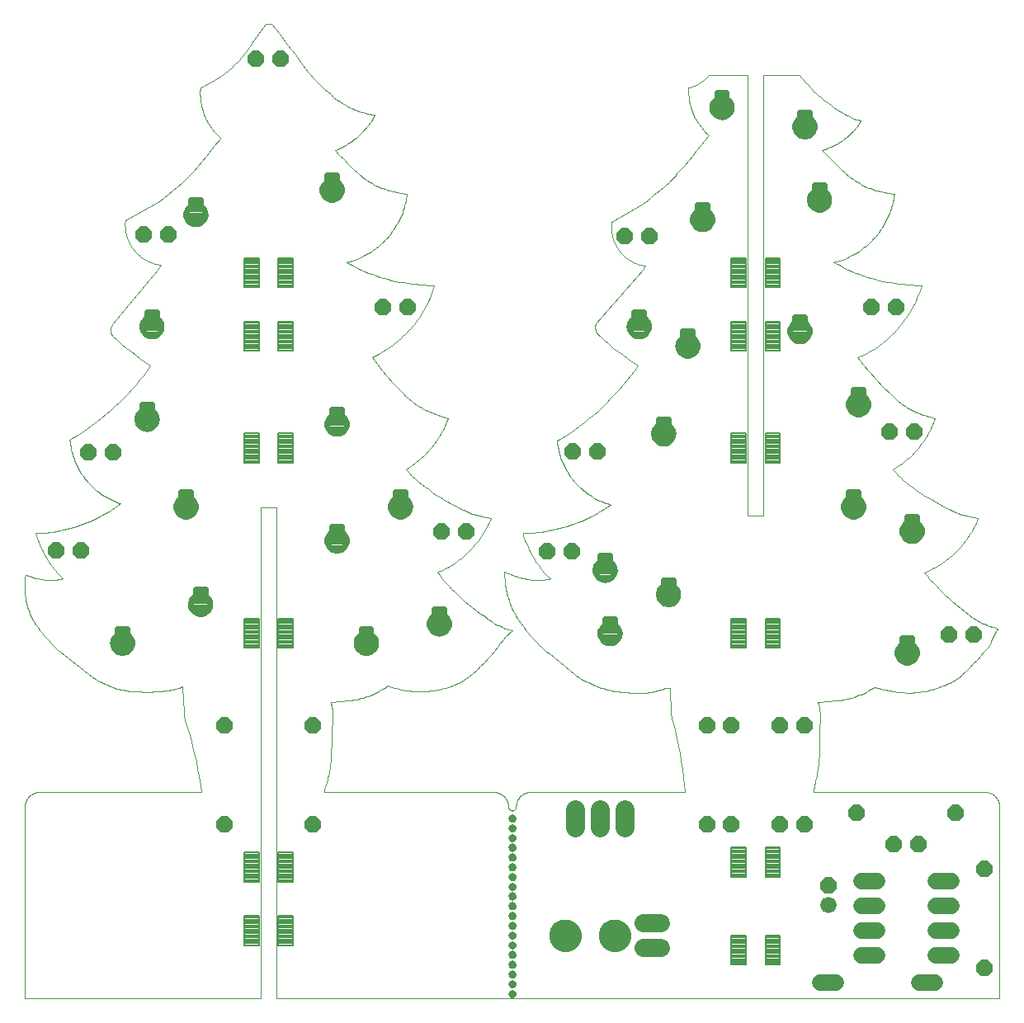
<source format=gbs>
G75*
%MOIN*%
%OFA0B0*%
%FSLAX25Y25*%
%IPPOS*%
%LPD*%
%AMOC8*
5,1,8,0,0,1.08239X$1,22.5*
%
%ADD10C,0.00000*%
%ADD11C,0.12998*%
%ADD12C,0.00800*%
%ADD13C,0.03156*%
%ADD14C,0.02400*%
%ADD15OC8,0.06600*%
%ADD16C,0.06600*%
%ADD17C,0.06600*%
%ADD18C,0.07400*%
%ADD19C,0.07731*%
D10*
X0255902Y0195547D02*
X0266138Y0187279D01*
X0240942Y0204995D02*
X0240367Y0204475D01*
X0239804Y0203943D01*
X0239253Y0203397D01*
X0238715Y0202840D01*
X0238189Y0202270D01*
X0237676Y0201689D01*
X0237176Y0201096D01*
X0236690Y0200492D01*
X0236218Y0199877D01*
X0238186Y0205783D02*
X0240942Y0204996D01*
X0242123Y0227043D02*
X0237792Y0228618D01*
X0237792Y0228224D01*
X0229918Y0210508D02*
X0230453Y0210083D01*
X0230998Y0209670D01*
X0231552Y0209271D01*
X0232116Y0208884D01*
X0232688Y0208511D01*
X0233269Y0208151D01*
X0233858Y0207806D01*
X0234455Y0207474D01*
X0235060Y0207156D01*
X0235672Y0206852D01*
X0236291Y0206563D01*
X0236917Y0206288D01*
X0237548Y0206028D01*
X0238186Y0205783D01*
X0256296Y0225862D02*
X0255902Y0226256D01*
X0237792Y0228224D02*
X0237807Y0227372D01*
X0237842Y0226521D01*
X0237898Y0225670D01*
X0237975Y0224822D01*
X0238072Y0223975D01*
X0238189Y0223131D01*
X0238327Y0222290D01*
X0238485Y0221452D01*
X0238663Y0220619D01*
X0238861Y0219790D01*
X0239079Y0218966D01*
X0239316Y0218148D01*
X0239574Y0217336D01*
X0239851Y0216530D01*
X0240147Y0215731D01*
X0240462Y0214939D01*
X0240797Y0214155D01*
X0241150Y0213380D01*
X0241522Y0212613D01*
X0241912Y0211855D01*
X0242320Y0211107D01*
X0242747Y0210370D01*
X0243191Y0209642D01*
X0243652Y0208926D01*
X0244130Y0208220D01*
X0244626Y0207527D01*
X0245137Y0206846D01*
X0245666Y0206177D01*
X0245272Y0244366D02*
X0248028Y0244366D01*
X0242123Y0227044D02*
X0242685Y0226829D01*
X0243251Y0226628D01*
X0243823Y0226442D01*
X0244399Y0226269D01*
X0244978Y0226110D01*
X0245562Y0225966D01*
X0246149Y0225836D01*
X0246739Y0225720D01*
X0247332Y0225619D01*
X0247927Y0225533D01*
X0248524Y0225461D01*
X0249122Y0225404D01*
X0249722Y0225361D01*
X0250322Y0225333D01*
X0250923Y0225320D01*
X0251524Y0225322D01*
X0252125Y0225338D01*
X0252726Y0225369D01*
X0253325Y0225415D01*
X0253923Y0225475D01*
X0254520Y0225550D01*
X0255114Y0225640D01*
X0255707Y0225744D01*
X0256296Y0225862D01*
X0232280Y0250272D02*
X0228737Y0251059D01*
X0212989Y0229406D02*
X0210627Y0228618D01*
X0218500Y0183342D02*
X0217650Y0182992D01*
X0216792Y0182662D01*
X0215926Y0182354D01*
X0215053Y0182066D01*
X0214173Y0181800D01*
X0213287Y0181556D01*
X0212395Y0181333D01*
X0211498Y0181132D01*
X0210596Y0180952D01*
X0209691Y0180795D01*
X0208781Y0180660D01*
X0207869Y0180547D01*
X0206954Y0180456D01*
X0206037Y0180388D01*
X0205119Y0180341D01*
X0204200Y0180318D01*
X0203281Y0180316D01*
X0202362Y0180337D01*
X0201444Y0180380D01*
X0200527Y0180446D01*
X0199611Y0180534D01*
X0198699Y0180644D01*
X0197789Y0180776D01*
X0196883Y0180931D01*
X0195981Y0181107D01*
X0195083Y0181306D01*
X0194190Y0181526D01*
X0193303Y0181767D01*
X0193304Y0181768D02*
X0190548Y0182555D01*
X0175194Y0176650D02*
X0167713Y0175862D01*
X0167854Y0175304D01*
X0167983Y0174742D01*
X0168097Y0174177D01*
X0168199Y0173609D01*
X0168286Y0173039D01*
X0168360Y0172468D01*
X0168421Y0171894D01*
X0168467Y0171320D01*
X0168500Y0170744D01*
X0165745Y0142791D02*
X0165351Y0141610D01*
X0164957Y0139642D02*
X0233461Y0139642D01*
X0233613Y0139640D01*
X0233765Y0139634D01*
X0233917Y0139624D01*
X0234068Y0139611D01*
X0234219Y0139593D01*
X0234370Y0139572D01*
X0234520Y0139546D01*
X0234669Y0139517D01*
X0234818Y0139484D01*
X0234965Y0139447D01*
X0235112Y0139407D01*
X0235257Y0139362D01*
X0235401Y0139314D01*
X0235544Y0139262D01*
X0235686Y0139207D01*
X0235826Y0139148D01*
X0235965Y0139085D01*
X0236102Y0139019D01*
X0236237Y0138949D01*
X0236370Y0138876D01*
X0236501Y0138799D01*
X0236631Y0138719D01*
X0236758Y0138636D01*
X0236883Y0138550D01*
X0237006Y0138460D01*
X0237126Y0138367D01*
X0237244Y0138271D01*
X0237360Y0138172D01*
X0237473Y0138070D01*
X0237583Y0137966D01*
X0237691Y0137858D01*
X0237795Y0137748D01*
X0237897Y0137635D01*
X0237996Y0137519D01*
X0238092Y0137401D01*
X0238185Y0137281D01*
X0238275Y0137158D01*
X0238361Y0137033D01*
X0238444Y0136906D01*
X0238524Y0136776D01*
X0238601Y0136645D01*
X0238674Y0136512D01*
X0238744Y0136377D01*
X0238810Y0136240D01*
X0238873Y0136101D01*
X0238932Y0135961D01*
X0238987Y0135819D01*
X0239039Y0135676D01*
X0239087Y0135532D01*
X0239132Y0135387D01*
X0239172Y0135240D01*
X0239209Y0135093D01*
X0239242Y0134944D01*
X0239271Y0134795D01*
X0239297Y0134645D01*
X0239318Y0134494D01*
X0239336Y0134343D01*
X0239349Y0134192D01*
X0239359Y0134040D01*
X0239365Y0133888D01*
X0239367Y0133736D01*
X0240942Y0132161D02*
X0241019Y0132163D01*
X0241096Y0132169D01*
X0241173Y0132178D01*
X0241249Y0132191D01*
X0241325Y0132208D01*
X0241399Y0132229D01*
X0241473Y0132253D01*
X0241545Y0132281D01*
X0241615Y0132312D01*
X0241684Y0132347D01*
X0241752Y0132385D01*
X0241817Y0132426D01*
X0241880Y0132471D01*
X0241941Y0132519D01*
X0242000Y0132569D01*
X0242056Y0132622D01*
X0242109Y0132678D01*
X0242159Y0132737D01*
X0242207Y0132798D01*
X0242252Y0132861D01*
X0242293Y0132926D01*
X0242331Y0132994D01*
X0242366Y0133063D01*
X0242397Y0133133D01*
X0242425Y0133205D01*
X0242449Y0133279D01*
X0242470Y0133353D01*
X0242487Y0133429D01*
X0242500Y0133505D01*
X0242509Y0133582D01*
X0242515Y0133659D01*
X0242517Y0133736D01*
X0240942Y0132161D02*
X0240865Y0132163D01*
X0240788Y0132169D01*
X0240711Y0132178D01*
X0240635Y0132191D01*
X0240559Y0132208D01*
X0240485Y0132229D01*
X0240411Y0132253D01*
X0240339Y0132281D01*
X0240269Y0132312D01*
X0240200Y0132347D01*
X0240132Y0132385D01*
X0240067Y0132426D01*
X0240004Y0132471D01*
X0239943Y0132519D01*
X0239884Y0132569D01*
X0239828Y0132622D01*
X0239775Y0132678D01*
X0239725Y0132737D01*
X0239677Y0132798D01*
X0239632Y0132861D01*
X0239591Y0132926D01*
X0239553Y0132994D01*
X0239518Y0133063D01*
X0239487Y0133133D01*
X0239459Y0133205D01*
X0239435Y0133279D01*
X0239414Y0133353D01*
X0239397Y0133429D01*
X0239384Y0133505D01*
X0239375Y0133582D01*
X0239369Y0133659D01*
X0239367Y0133736D01*
X0239564Y0129012D02*
X0239566Y0129086D01*
X0239572Y0129160D01*
X0239582Y0129233D01*
X0239596Y0129306D01*
X0239613Y0129378D01*
X0239635Y0129448D01*
X0239660Y0129518D01*
X0239689Y0129586D01*
X0239722Y0129652D01*
X0239758Y0129717D01*
X0239798Y0129779D01*
X0239840Y0129840D01*
X0239886Y0129898D01*
X0239935Y0129953D01*
X0239987Y0130006D01*
X0240042Y0130056D01*
X0240099Y0130102D01*
X0240159Y0130146D01*
X0240221Y0130186D01*
X0240285Y0130223D01*
X0240351Y0130257D01*
X0240419Y0130287D01*
X0240488Y0130313D01*
X0240559Y0130336D01*
X0240630Y0130354D01*
X0240703Y0130369D01*
X0240776Y0130380D01*
X0240850Y0130387D01*
X0240924Y0130390D01*
X0240997Y0130389D01*
X0241071Y0130384D01*
X0241145Y0130375D01*
X0241218Y0130362D01*
X0241290Y0130345D01*
X0241361Y0130325D01*
X0241431Y0130300D01*
X0241499Y0130272D01*
X0241566Y0130241D01*
X0241631Y0130205D01*
X0241694Y0130167D01*
X0241755Y0130125D01*
X0241814Y0130079D01*
X0241870Y0130031D01*
X0241923Y0129980D01*
X0241973Y0129926D01*
X0242021Y0129869D01*
X0242065Y0129810D01*
X0242107Y0129748D01*
X0242145Y0129685D01*
X0242179Y0129619D01*
X0242210Y0129552D01*
X0242237Y0129483D01*
X0242260Y0129413D01*
X0242280Y0129342D01*
X0242296Y0129269D01*
X0242308Y0129196D01*
X0242316Y0129123D01*
X0242320Y0129049D01*
X0242320Y0128975D01*
X0242316Y0128901D01*
X0242308Y0128828D01*
X0242296Y0128755D01*
X0242280Y0128682D01*
X0242260Y0128611D01*
X0242237Y0128541D01*
X0242210Y0128472D01*
X0242179Y0128405D01*
X0242145Y0128339D01*
X0242107Y0128276D01*
X0242065Y0128214D01*
X0242021Y0128155D01*
X0241973Y0128098D01*
X0241923Y0128044D01*
X0241870Y0127993D01*
X0241814Y0127945D01*
X0241755Y0127899D01*
X0241694Y0127857D01*
X0241631Y0127819D01*
X0241566Y0127783D01*
X0241499Y0127752D01*
X0241431Y0127724D01*
X0241361Y0127699D01*
X0241290Y0127679D01*
X0241218Y0127662D01*
X0241145Y0127649D01*
X0241071Y0127640D01*
X0240997Y0127635D01*
X0240924Y0127634D01*
X0240850Y0127637D01*
X0240776Y0127644D01*
X0240703Y0127655D01*
X0240630Y0127670D01*
X0240559Y0127688D01*
X0240488Y0127711D01*
X0240419Y0127737D01*
X0240351Y0127767D01*
X0240285Y0127801D01*
X0240221Y0127838D01*
X0240159Y0127878D01*
X0240099Y0127922D01*
X0240042Y0127968D01*
X0239987Y0128018D01*
X0239935Y0128071D01*
X0239886Y0128126D01*
X0239840Y0128184D01*
X0239798Y0128245D01*
X0239758Y0128307D01*
X0239722Y0128372D01*
X0239689Y0128438D01*
X0239660Y0128506D01*
X0239635Y0128576D01*
X0239613Y0128646D01*
X0239596Y0128718D01*
X0239582Y0128791D01*
X0239572Y0128864D01*
X0239566Y0128938D01*
X0239564Y0129012D01*
X0239564Y0125075D02*
X0239566Y0125149D01*
X0239572Y0125223D01*
X0239582Y0125296D01*
X0239596Y0125369D01*
X0239613Y0125441D01*
X0239635Y0125511D01*
X0239660Y0125581D01*
X0239689Y0125649D01*
X0239722Y0125715D01*
X0239758Y0125780D01*
X0239798Y0125842D01*
X0239840Y0125903D01*
X0239886Y0125961D01*
X0239935Y0126016D01*
X0239987Y0126069D01*
X0240042Y0126119D01*
X0240099Y0126165D01*
X0240159Y0126209D01*
X0240221Y0126249D01*
X0240285Y0126286D01*
X0240351Y0126320D01*
X0240419Y0126350D01*
X0240488Y0126376D01*
X0240559Y0126399D01*
X0240630Y0126417D01*
X0240703Y0126432D01*
X0240776Y0126443D01*
X0240850Y0126450D01*
X0240924Y0126453D01*
X0240997Y0126452D01*
X0241071Y0126447D01*
X0241145Y0126438D01*
X0241218Y0126425D01*
X0241290Y0126408D01*
X0241361Y0126388D01*
X0241431Y0126363D01*
X0241499Y0126335D01*
X0241566Y0126304D01*
X0241631Y0126268D01*
X0241694Y0126230D01*
X0241755Y0126188D01*
X0241814Y0126142D01*
X0241870Y0126094D01*
X0241923Y0126043D01*
X0241973Y0125989D01*
X0242021Y0125932D01*
X0242065Y0125873D01*
X0242107Y0125811D01*
X0242145Y0125748D01*
X0242179Y0125682D01*
X0242210Y0125615D01*
X0242237Y0125546D01*
X0242260Y0125476D01*
X0242280Y0125405D01*
X0242296Y0125332D01*
X0242308Y0125259D01*
X0242316Y0125186D01*
X0242320Y0125112D01*
X0242320Y0125038D01*
X0242316Y0124964D01*
X0242308Y0124891D01*
X0242296Y0124818D01*
X0242280Y0124745D01*
X0242260Y0124674D01*
X0242237Y0124604D01*
X0242210Y0124535D01*
X0242179Y0124468D01*
X0242145Y0124402D01*
X0242107Y0124339D01*
X0242065Y0124277D01*
X0242021Y0124218D01*
X0241973Y0124161D01*
X0241923Y0124107D01*
X0241870Y0124056D01*
X0241814Y0124008D01*
X0241755Y0123962D01*
X0241694Y0123920D01*
X0241631Y0123882D01*
X0241566Y0123846D01*
X0241499Y0123815D01*
X0241431Y0123787D01*
X0241361Y0123762D01*
X0241290Y0123742D01*
X0241218Y0123725D01*
X0241145Y0123712D01*
X0241071Y0123703D01*
X0240997Y0123698D01*
X0240924Y0123697D01*
X0240850Y0123700D01*
X0240776Y0123707D01*
X0240703Y0123718D01*
X0240630Y0123733D01*
X0240559Y0123751D01*
X0240488Y0123774D01*
X0240419Y0123800D01*
X0240351Y0123830D01*
X0240285Y0123864D01*
X0240221Y0123901D01*
X0240159Y0123941D01*
X0240099Y0123985D01*
X0240042Y0124031D01*
X0239987Y0124081D01*
X0239935Y0124134D01*
X0239886Y0124189D01*
X0239840Y0124247D01*
X0239798Y0124308D01*
X0239758Y0124370D01*
X0239722Y0124435D01*
X0239689Y0124501D01*
X0239660Y0124569D01*
X0239635Y0124639D01*
X0239613Y0124709D01*
X0239596Y0124781D01*
X0239582Y0124854D01*
X0239572Y0124927D01*
X0239566Y0125001D01*
X0239564Y0125075D01*
X0239564Y0121138D02*
X0239566Y0121212D01*
X0239572Y0121286D01*
X0239582Y0121359D01*
X0239596Y0121432D01*
X0239613Y0121504D01*
X0239635Y0121574D01*
X0239660Y0121644D01*
X0239689Y0121712D01*
X0239722Y0121778D01*
X0239758Y0121843D01*
X0239798Y0121905D01*
X0239840Y0121966D01*
X0239886Y0122024D01*
X0239935Y0122079D01*
X0239987Y0122132D01*
X0240042Y0122182D01*
X0240099Y0122228D01*
X0240159Y0122272D01*
X0240221Y0122312D01*
X0240285Y0122349D01*
X0240351Y0122383D01*
X0240419Y0122413D01*
X0240488Y0122439D01*
X0240559Y0122462D01*
X0240630Y0122480D01*
X0240703Y0122495D01*
X0240776Y0122506D01*
X0240850Y0122513D01*
X0240924Y0122516D01*
X0240997Y0122515D01*
X0241071Y0122510D01*
X0241145Y0122501D01*
X0241218Y0122488D01*
X0241290Y0122471D01*
X0241361Y0122451D01*
X0241431Y0122426D01*
X0241499Y0122398D01*
X0241566Y0122367D01*
X0241631Y0122331D01*
X0241694Y0122293D01*
X0241755Y0122251D01*
X0241814Y0122205D01*
X0241870Y0122157D01*
X0241923Y0122106D01*
X0241973Y0122052D01*
X0242021Y0121995D01*
X0242065Y0121936D01*
X0242107Y0121874D01*
X0242145Y0121811D01*
X0242179Y0121745D01*
X0242210Y0121678D01*
X0242237Y0121609D01*
X0242260Y0121539D01*
X0242280Y0121468D01*
X0242296Y0121395D01*
X0242308Y0121322D01*
X0242316Y0121249D01*
X0242320Y0121175D01*
X0242320Y0121101D01*
X0242316Y0121027D01*
X0242308Y0120954D01*
X0242296Y0120881D01*
X0242280Y0120808D01*
X0242260Y0120737D01*
X0242237Y0120667D01*
X0242210Y0120598D01*
X0242179Y0120531D01*
X0242145Y0120465D01*
X0242107Y0120402D01*
X0242065Y0120340D01*
X0242021Y0120281D01*
X0241973Y0120224D01*
X0241923Y0120170D01*
X0241870Y0120119D01*
X0241814Y0120071D01*
X0241755Y0120025D01*
X0241694Y0119983D01*
X0241631Y0119945D01*
X0241566Y0119909D01*
X0241499Y0119878D01*
X0241431Y0119850D01*
X0241361Y0119825D01*
X0241290Y0119805D01*
X0241218Y0119788D01*
X0241145Y0119775D01*
X0241071Y0119766D01*
X0240997Y0119761D01*
X0240924Y0119760D01*
X0240850Y0119763D01*
X0240776Y0119770D01*
X0240703Y0119781D01*
X0240630Y0119796D01*
X0240559Y0119814D01*
X0240488Y0119837D01*
X0240419Y0119863D01*
X0240351Y0119893D01*
X0240285Y0119927D01*
X0240221Y0119964D01*
X0240159Y0120004D01*
X0240099Y0120048D01*
X0240042Y0120094D01*
X0239987Y0120144D01*
X0239935Y0120197D01*
X0239886Y0120252D01*
X0239840Y0120310D01*
X0239798Y0120371D01*
X0239758Y0120433D01*
X0239722Y0120498D01*
X0239689Y0120564D01*
X0239660Y0120632D01*
X0239635Y0120702D01*
X0239613Y0120772D01*
X0239596Y0120844D01*
X0239582Y0120917D01*
X0239572Y0120990D01*
X0239566Y0121064D01*
X0239564Y0121138D01*
X0239564Y0117201D02*
X0239566Y0117275D01*
X0239572Y0117349D01*
X0239582Y0117422D01*
X0239596Y0117495D01*
X0239613Y0117567D01*
X0239635Y0117637D01*
X0239660Y0117707D01*
X0239689Y0117775D01*
X0239722Y0117841D01*
X0239758Y0117906D01*
X0239798Y0117968D01*
X0239840Y0118029D01*
X0239886Y0118087D01*
X0239935Y0118142D01*
X0239987Y0118195D01*
X0240042Y0118245D01*
X0240099Y0118291D01*
X0240159Y0118335D01*
X0240221Y0118375D01*
X0240285Y0118412D01*
X0240351Y0118446D01*
X0240419Y0118476D01*
X0240488Y0118502D01*
X0240559Y0118525D01*
X0240630Y0118543D01*
X0240703Y0118558D01*
X0240776Y0118569D01*
X0240850Y0118576D01*
X0240924Y0118579D01*
X0240997Y0118578D01*
X0241071Y0118573D01*
X0241145Y0118564D01*
X0241218Y0118551D01*
X0241290Y0118534D01*
X0241361Y0118514D01*
X0241431Y0118489D01*
X0241499Y0118461D01*
X0241566Y0118430D01*
X0241631Y0118394D01*
X0241694Y0118356D01*
X0241755Y0118314D01*
X0241814Y0118268D01*
X0241870Y0118220D01*
X0241923Y0118169D01*
X0241973Y0118115D01*
X0242021Y0118058D01*
X0242065Y0117999D01*
X0242107Y0117937D01*
X0242145Y0117874D01*
X0242179Y0117808D01*
X0242210Y0117741D01*
X0242237Y0117672D01*
X0242260Y0117602D01*
X0242280Y0117531D01*
X0242296Y0117458D01*
X0242308Y0117385D01*
X0242316Y0117312D01*
X0242320Y0117238D01*
X0242320Y0117164D01*
X0242316Y0117090D01*
X0242308Y0117017D01*
X0242296Y0116944D01*
X0242280Y0116871D01*
X0242260Y0116800D01*
X0242237Y0116730D01*
X0242210Y0116661D01*
X0242179Y0116594D01*
X0242145Y0116528D01*
X0242107Y0116465D01*
X0242065Y0116403D01*
X0242021Y0116344D01*
X0241973Y0116287D01*
X0241923Y0116233D01*
X0241870Y0116182D01*
X0241814Y0116134D01*
X0241755Y0116088D01*
X0241694Y0116046D01*
X0241631Y0116008D01*
X0241566Y0115972D01*
X0241499Y0115941D01*
X0241431Y0115913D01*
X0241361Y0115888D01*
X0241290Y0115868D01*
X0241218Y0115851D01*
X0241145Y0115838D01*
X0241071Y0115829D01*
X0240997Y0115824D01*
X0240924Y0115823D01*
X0240850Y0115826D01*
X0240776Y0115833D01*
X0240703Y0115844D01*
X0240630Y0115859D01*
X0240559Y0115877D01*
X0240488Y0115900D01*
X0240419Y0115926D01*
X0240351Y0115956D01*
X0240285Y0115990D01*
X0240221Y0116027D01*
X0240159Y0116067D01*
X0240099Y0116111D01*
X0240042Y0116157D01*
X0239987Y0116207D01*
X0239935Y0116260D01*
X0239886Y0116315D01*
X0239840Y0116373D01*
X0239798Y0116434D01*
X0239758Y0116496D01*
X0239722Y0116561D01*
X0239689Y0116627D01*
X0239660Y0116695D01*
X0239635Y0116765D01*
X0239613Y0116835D01*
X0239596Y0116907D01*
X0239582Y0116980D01*
X0239572Y0117053D01*
X0239566Y0117127D01*
X0239564Y0117201D01*
X0239564Y0113264D02*
X0239566Y0113338D01*
X0239572Y0113412D01*
X0239582Y0113485D01*
X0239596Y0113558D01*
X0239613Y0113630D01*
X0239635Y0113700D01*
X0239660Y0113770D01*
X0239689Y0113838D01*
X0239722Y0113904D01*
X0239758Y0113969D01*
X0239798Y0114031D01*
X0239840Y0114092D01*
X0239886Y0114150D01*
X0239935Y0114205D01*
X0239987Y0114258D01*
X0240042Y0114308D01*
X0240099Y0114354D01*
X0240159Y0114398D01*
X0240221Y0114438D01*
X0240285Y0114475D01*
X0240351Y0114509D01*
X0240419Y0114539D01*
X0240488Y0114565D01*
X0240559Y0114588D01*
X0240630Y0114606D01*
X0240703Y0114621D01*
X0240776Y0114632D01*
X0240850Y0114639D01*
X0240924Y0114642D01*
X0240997Y0114641D01*
X0241071Y0114636D01*
X0241145Y0114627D01*
X0241218Y0114614D01*
X0241290Y0114597D01*
X0241361Y0114577D01*
X0241431Y0114552D01*
X0241499Y0114524D01*
X0241566Y0114493D01*
X0241631Y0114457D01*
X0241694Y0114419D01*
X0241755Y0114377D01*
X0241814Y0114331D01*
X0241870Y0114283D01*
X0241923Y0114232D01*
X0241973Y0114178D01*
X0242021Y0114121D01*
X0242065Y0114062D01*
X0242107Y0114000D01*
X0242145Y0113937D01*
X0242179Y0113871D01*
X0242210Y0113804D01*
X0242237Y0113735D01*
X0242260Y0113665D01*
X0242280Y0113594D01*
X0242296Y0113521D01*
X0242308Y0113448D01*
X0242316Y0113375D01*
X0242320Y0113301D01*
X0242320Y0113227D01*
X0242316Y0113153D01*
X0242308Y0113080D01*
X0242296Y0113007D01*
X0242280Y0112934D01*
X0242260Y0112863D01*
X0242237Y0112793D01*
X0242210Y0112724D01*
X0242179Y0112657D01*
X0242145Y0112591D01*
X0242107Y0112528D01*
X0242065Y0112466D01*
X0242021Y0112407D01*
X0241973Y0112350D01*
X0241923Y0112296D01*
X0241870Y0112245D01*
X0241814Y0112197D01*
X0241755Y0112151D01*
X0241694Y0112109D01*
X0241631Y0112071D01*
X0241566Y0112035D01*
X0241499Y0112004D01*
X0241431Y0111976D01*
X0241361Y0111951D01*
X0241290Y0111931D01*
X0241218Y0111914D01*
X0241145Y0111901D01*
X0241071Y0111892D01*
X0240997Y0111887D01*
X0240924Y0111886D01*
X0240850Y0111889D01*
X0240776Y0111896D01*
X0240703Y0111907D01*
X0240630Y0111922D01*
X0240559Y0111940D01*
X0240488Y0111963D01*
X0240419Y0111989D01*
X0240351Y0112019D01*
X0240285Y0112053D01*
X0240221Y0112090D01*
X0240159Y0112130D01*
X0240099Y0112174D01*
X0240042Y0112220D01*
X0239987Y0112270D01*
X0239935Y0112323D01*
X0239886Y0112378D01*
X0239840Y0112436D01*
X0239798Y0112497D01*
X0239758Y0112559D01*
X0239722Y0112624D01*
X0239689Y0112690D01*
X0239660Y0112758D01*
X0239635Y0112828D01*
X0239613Y0112898D01*
X0239596Y0112970D01*
X0239582Y0113043D01*
X0239572Y0113116D01*
X0239566Y0113190D01*
X0239564Y0113264D01*
X0239564Y0109327D02*
X0239566Y0109401D01*
X0239572Y0109475D01*
X0239582Y0109548D01*
X0239596Y0109621D01*
X0239613Y0109693D01*
X0239635Y0109763D01*
X0239660Y0109833D01*
X0239689Y0109901D01*
X0239722Y0109967D01*
X0239758Y0110032D01*
X0239798Y0110094D01*
X0239840Y0110155D01*
X0239886Y0110213D01*
X0239935Y0110268D01*
X0239987Y0110321D01*
X0240042Y0110371D01*
X0240099Y0110417D01*
X0240159Y0110461D01*
X0240221Y0110501D01*
X0240285Y0110538D01*
X0240351Y0110572D01*
X0240419Y0110602D01*
X0240488Y0110628D01*
X0240559Y0110651D01*
X0240630Y0110669D01*
X0240703Y0110684D01*
X0240776Y0110695D01*
X0240850Y0110702D01*
X0240924Y0110705D01*
X0240997Y0110704D01*
X0241071Y0110699D01*
X0241145Y0110690D01*
X0241218Y0110677D01*
X0241290Y0110660D01*
X0241361Y0110640D01*
X0241431Y0110615D01*
X0241499Y0110587D01*
X0241566Y0110556D01*
X0241631Y0110520D01*
X0241694Y0110482D01*
X0241755Y0110440D01*
X0241814Y0110394D01*
X0241870Y0110346D01*
X0241923Y0110295D01*
X0241973Y0110241D01*
X0242021Y0110184D01*
X0242065Y0110125D01*
X0242107Y0110063D01*
X0242145Y0110000D01*
X0242179Y0109934D01*
X0242210Y0109867D01*
X0242237Y0109798D01*
X0242260Y0109728D01*
X0242280Y0109657D01*
X0242296Y0109584D01*
X0242308Y0109511D01*
X0242316Y0109438D01*
X0242320Y0109364D01*
X0242320Y0109290D01*
X0242316Y0109216D01*
X0242308Y0109143D01*
X0242296Y0109070D01*
X0242280Y0108997D01*
X0242260Y0108926D01*
X0242237Y0108856D01*
X0242210Y0108787D01*
X0242179Y0108720D01*
X0242145Y0108654D01*
X0242107Y0108591D01*
X0242065Y0108529D01*
X0242021Y0108470D01*
X0241973Y0108413D01*
X0241923Y0108359D01*
X0241870Y0108308D01*
X0241814Y0108260D01*
X0241755Y0108214D01*
X0241694Y0108172D01*
X0241631Y0108134D01*
X0241566Y0108098D01*
X0241499Y0108067D01*
X0241431Y0108039D01*
X0241361Y0108014D01*
X0241290Y0107994D01*
X0241218Y0107977D01*
X0241145Y0107964D01*
X0241071Y0107955D01*
X0240997Y0107950D01*
X0240924Y0107949D01*
X0240850Y0107952D01*
X0240776Y0107959D01*
X0240703Y0107970D01*
X0240630Y0107985D01*
X0240559Y0108003D01*
X0240488Y0108026D01*
X0240419Y0108052D01*
X0240351Y0108082D01*
X0240285Y0108116D01*
X0240221Y0108153D01*
X0240159Y0108193D01*
X0240099Y0108237D01*
X0240042Y0108283D01*
X0239987Y0108333D01*
X0239935Y0108386D01*
X0239886Y0108441D01*
X0239840Y0108499D01*
X0239798Y0108560D01*
X0239758Y0108622D01*
X0239722Y0108687D01*
X0239689Y0108753D01*
X0239660Y0108821D01*
X0239635Y0108891D01*
X0239613Y0108961D01*
X0239596Y0109033D01*
X0239582Y0109106D01*
X0239572Y0109179D01*
X0239566Y0109253D01*
X0239564Y0109327D01*
X0239564Y0105390D02*
X0239566Y0105464D01*
X0239572Y0105538D01*
X0239582Y0105611D01*
X0239596Y0105684D01*
X0239613Y0105756D01*
X0239635Y0105826D01*
X0239660Y0105896D01*
X0239689Y0105964D01*
X0239722Y0106030D01*
X0239758Y0106095D01*
X0239798Y0106157D01*
X0239840Y0106218D01*
X0239886Y0106276D01*
X0239935Y0106331D01*
X0239987Y0106384D01*
X0240042Y0106434D01*
X0240099Y0106480D01*
X0240159Y0106524D01*
X0240221Y0106564D01*
X0240285Y0106601D01*
X0240351Y0106635D01*
X0240419Y0106665D01*
X0240488Y0106691D01*
X0240559Y0106714D01*
X0240630Y0106732D01*
X0240703Y0106747D01*
X0240776Y0106758D01*
X0240850Y0106765D01*
X0240924Y0106768D01*
X0240997Y0106767D01*
X0241071Y0106762D01*
X0241145Y0106753D01*
X0241218Y0106740D01*
X0241290Y0106723D01*
X0241361Y0106703D01*
X0241431Y0106678D01*
X0241499Y0106650D01*
X0241566Y0106619D01*
X0241631Y0106583D01*
X0241694Y0106545D01*
X0241755Y0106503D01*
X0241814Y0106457D01*
X0241870Y0106409D01*
X0241923Y0106358D01*
X0241973Y0106304D01*
X0242021Y0106247D01*
X0242065Y0106188D01*
X0242107Y0106126D01*
X0242145Y0106063D01*
X0242179Y0105997D01*
X0242210Y0105930D01*
X0242237Y0105861D01*
X0242260Y0105791D01*
X0242280Y0105720D01*
X0242296Y0105647D01*
X0242308Y0105574D01*
X0242316Y0105501D01*
X0242320Y0105427D01*
X0242320Y0105353D01*
X0242316Y0105279D01*
X0242308Y0105206D01*
X0242296Y0105133D01*
X0242280Y0105060D01*
X0242260Y0104989D01*
X0242237Y0104919D01*
X0242210Y0104850D01*
X0242179Y0104783D01*
X0242145Y0104717D01*
X0242107Y0104654D01*
X0242065Y0104592D01*
X0242021Y0104533D01*
X0241973Y0104476D01*
X0241923Y0104422D01*
X0241870Y0104371D01*
X0241814Y0104323D01*
X0241755Y0104277D01*
X0241694Y0104235D01*
X0241631Y0104197D01*
X0241566Y0104161D01*
X0241499Y0104130D01*
X0241431Y0104102D01*
X0241361Y0104077D01*
X0241290Y0104057D01*
X0241218Y0104040D01*
X0241145Y0104027D01*
X0241071Y0104018D01*
X0240997Y0104013D01*
X0240924Y0104012D01*
X0240850Y0104015D01*
X0240776Y0104022D01*
X0240703Y0104033D01*
X0240630Y0104048D01*
X0240559Y0104066D01*
X0240488Y0104089D01*
X0240419Y0104115D01*
X0240351Y0104145D01*
X0240285Y0104179D01*
X0240221Y0104216D01*
X0240159Y0104256D01*
X0240099Y0104300D01*
X0240042Y0104346D01*
X0239987Y0104396D01*
X0239935Y0104449D01*
X0239886Y0104504D01*
X0239840Y0104562D01*
X0239798Y0104623D01*
X0239758Y0104685D01*
X0239722Y0104750D01*
X0239689Y0104816D01*
X0239660Y0104884D01*
X0239635Y0104954D01*
X0239613Y0105024D01*
X0239596Y0105096D01*
X0239582Y0105169D01*
X0239572Y0105242D01*
X0239566Y0105316D01*
X0239564Y0105390D01*
X0239564Y0101453D02*
X0239566Y0101527D01*
X0239572Y0101601D01*
X0239582Y0101674D01*
X0239596Y0101747D01*
X0239613Y0101819D01*
X0239635Y0101889D01*
X0239660Y0101959D01*
X0239689Y0102027D01*
X0239722Y0102093D01*
X0239758Y0102158D01*
X0239798Y0102220D01*
X0239840Y0102281D01*
X0239886Y0102339D01*
X0239935Y0102394D01*
X0239987Y0102447D01*
X0240042Y0102497D01*
X0240099Y0102543D01*
X0240159Y0102587D01*
X0240221Y0102627D01*
X0240285Y0102664D01*
X0240351Y0102698D01*
X0240419Y0102728D01*
X0240488Y0102754D01*
X0240559Y0102777D01*
X0240630Y0102795D01*
X0240703Y0102810D01*
X0240776Y0102821D01*
X0240850Y0102828D01*
X0240924Y0102831D01*
X0240997Y0102830D01*
X0241071Y0102825D01*
X0241145Y0102816D01*
X0241218Y0102803D01*
X0241290Y0102786D01*
X0241361Y0102766D01*
X0241431Y0102741D01*
X0241499Y0102713D01*
X0241566Y0102682D01*
X0241631Y0102646D01*
X0241694Y0102608D01*
X0241755Y0102566D01*
X0241814Y0102520D01*
X0241870Y0102472D01*
X0241923Y0102421D01*
X0241973Y0102367D01*
X0242021Y0102310D01*
X0242065Y0102251D01*
X0242107Y0102189D01*
X0242145Y0102126D01*
X0242179Y0102060D01*
X0242210Y0101993D01*
X0242237Y0101924D01*
X0242260Y0101854D01*
X0242280Y0101783D01*
X0242296Y0101710D01*
X0242308Y0101637D01*
X0242316Y0101564D01*
X0242320Y0101490D01*
X0242320Y0101416D01*
X0242316Y0101342D01*
X0242308Y0101269D01*
X0242296Y0101196D01*
X0242280Y0101123D01*
X0242260Y0101052D01*
X0242237Y0100982D01*
X0242210Y0100913D01*
X0242179Y0100846D01*
X0242145Y0100780D01*
X0242107Y0100717D01*
X0242065Y0100655D01*
X0242021Y0100596D01*
X0241973Y0100539D01*
X0241923Y0100485D01*
X0241870Y0100434D01*
X0241814Y0100386D01*
X0241755Y0100340D01*
X0241694Y0100298D01*
X0241631Y0100260D01*
X0241566Y0100224D01*
X0241499Y0100193D01*
X0241431Y0100165D01*
X0241361Y0100140D01*
X0241290Y0100120D01*
X0241218Y0100103D01*
X0241145Y0100090D01*
X0241071Y0100081D01*
X0240997Y0100076D01*
X0240924Y0100075D01*
X0240850Y0100078D01*
X0240776Y0100085D01*
X0240703Y0100096D01*
X0240630Y0100111D01*
X0240559Y0100129D01*
X0240488Y0100152D01*
X0240419Y0100178D01*
X0240351Y0100208D01*
X0240285Y0100242D01*
X0240221Y0100279D01*
X0240159Y0100319D01*
X0240099Y0100363D01*
X0240042Y0100409D01*
X0239987Y0100459D01*
X0239935Y0100512D01*
X0239886Y0100567D01*
X0239840Y0100625D01*
X0239798Y0100686D01*
X0239758Y0100748D01*
X0239722Y0100813D01*
X0239689Y0100879D01*
X0239660Y0100947D01*
X0239635Y0101017D01*
X0239613Y0101087D01*
X0239596Y0101159D01*
X0239582Y0101232D01*
X0239572Y0101305D01*
X0239566Y0101379D01*
X0239564Y0101453D01*
X0239564Y0097516D02*
X0239566Y0097590D01*
X0239572Y0097664D01*
X0239582Y0097737D01*
X0239596Y0097810D01*
X0239613Y0097882D01*
X0239635Y0097952D01*
X0239660Y0098022D01*
X0239689Y0098090D01*
X0239722Y0098156D01*
X0239758Y0098221D01*
X0239798Y0098283D01*
X0239840Y0098344D01*
X0239886Y0098402D01*
X0239935Y0098457D01*
X0239987Y0098510D01*
X0240042Y0098560D01*
X0240099Y0098606D01*
X0240159Y0098650D01*
X0240221Y0098690D01*
X0240285Y0098727D01*
X0240351Y0098761D01*
X0240419Y0098791D01*
X0240488Y0098817D01*
X0240559Y0098840D01*
X0240630Y0098858D01*
X0240703Y0098873D01*
X0240776Y0098884D01*
X0240850Y0098891D01*
X0240924Y0098894D01*
X0240997Y0098893D01*
X0241071Y0098888D01*
X0241145Y0098879D01*
X0241218Y0098866D01*
X0241290Y0098849D01*
X0241361Y0098829D01*
X0241431Y0098804D01*
X0241499Y0098776D01*
X0241566Y0098745D01*
X0241631Y0098709D01*
X0241694Y0098671D01*
X0241755Y0098629D01*
X0241814Y0098583D01*
X0241870Y0098535D01*
X0241923Y0098484D01*
X0241973Y0098430D01*
X0242021Y0098373D01*
X0242065Y0098314D01*
X0242107Y0098252D01*
X0242145Y0098189D01*
X0242179Y0098123D01*
X0242210Y0098056D01*
X0242237Y0097987D01*
X0242260Y0097917D01*
X0242280Y0097846D01*
X0242296Y0097773D01*
X0242308Y0097700D01*
X0242316Y0097627D01*
X0242320Y0097553D01*
X0242320Y0097479D01*
X0242316Y0097405D01*
X0242308Y0097332D01*
X0242296Y0097259D01*
X0242280Y0097186D01*
X0242260Y0097115D01*
X0242237Y0097045D01*
X0242210Y0096976D01*
X0242179Y0096909D01*
X0242145Y0096843D01*
X0242107Y0096780D01*
X0242065Y0096718D01*
X0242021Y0096659D01*
X0241973Y0096602D01*
X0241923Y0096548D01*
X0241870Y0096497D01*
X0241814Y0096449D01*
X0241755Y0096403D01*
X0241694Y0096361D01*
X0241631Y0096323D01*
X0241566Y0096287D01*
X0241499Y0096256D01*
X0241431Y0096228D01*
X0241361Y0096203D01*
X0241290Y0096183D01*
X0241218Y0096166D01*
X0241145Y0096153D01*
X0241071Y0096144D01*
X0240997Y0096139D01*
X0240924Y0096138D01*
X0240850Y0096141D01*
X0240776Y0096148D01*
X0240703Y0096159D01*
X0240630Y0096174D01*
X0240559Y0096192D01*
X0240488Y0096215D01*
X0240419Y0096241D01*
X0240351Y0096271D01*
X0240285Y0096305D01*
X0240221Y0096342D01*
X0240159Y0096382D01*
X0240099Y0096426D01*
X0240042Y0096472D01*
X0239987Y0096522D01*
X0239935Y0096575D01*
X0239886Y0096630D01*
X0239840Y0096688D01*
X0239798Y0096749D01*
X0239758Y0096811D01*
X0239722Y0096876D01*
X0239689Y0096942D01*
X0239660Y0097010D01*
X0239635Y0097080D01*
X0239613Y0097150D01*
X0239596Y0097222D01*
X0239582Y0097295D01*
X0239572Y0097368D01*
X0239566Y0097442D01*
X0239564Y0097516D01*
X0239564Y0093579D02*
X0239566Y0093653D01*
X0239572Y0093727D01*
X0239582Y0093800D01*
X0239596Y0093873D01*
X0239613Y0093945D01*
X0239635Y0094015D01*
X0239660Y0094085D01*
X0239689Y0094153D01*
X0239722Y0094219D01*
X0239758Y0094284D01*
X0239798Y0094346D01*
X0239840Y0094407D01*
X0239886Y0094465D01*
X0239935Y0094520D01*
X0239987Y0094573D01*
X0240042Y0094623D01*
X0240099Y0094669D01*
X0240159Y0094713D01*
X0240221Y0094753D01*
X0240285Y0094790D01*
X0240351Y0094824D01*
X0240419Y0094854D01*
X0240488Y0094880D01*
X0240559Y0094903D01*
X0240630Y0094921D01*
X0240703Y0094936D01*
X0240776Y0094947D01*
X0240850Y0094954D01*
X0240924Y0094957D01*
X0240997Y0094956D01*
X0241071Y0094951D01*
X0241145Y0094942D01*
X0241218Y0094929D01*
X0241290Y0094912D01*
X0241361Y0094892D01*
X0241431Y0094867D01*
X0241499Y0094839D01*
X0241566Y0094808D01*
X0241631Y0094772D01*
X0241694Y0094734D01*
X0241755Y0094692D01*
X0241814Y0094646D01*
X0241870Y0094598D01*
X0241923Y0094547D01*
X0241973Y0094493D01*
X0242021Y0094436D01*
X0242065Y0094377D01*
X0242107Y0094315D01*
X0242145Y0094252D01*
X0242179Y0094186D01*
X0242210Y0094119D01*
X0242237Y0094050D01*
X0242260Y0093980D01*
X0242280Y0093909D01*
X0242296Y0093836D01*
X0242308Y0093763D01*
X0242316Y0093690D01*
X0242320Y0093616D01*
X0242320Y0093542D01*
X0242316Y0093468D01*
X0242308Y0093395D01*
X0242296Y0093322D01*
X0242280Y0093249D01*
X0242260Y0093178D01*
X0242237Y0093108D01*
X0242210Y0093039D01*
X0242179Y0092972D01*
X0242145Y0092906D01*
X0242107Y0092843D01*
X0242065Y0092781D01*
X0242021Y0092722D01*
X0241973Y0092665D01*
X0241923Y0092611D01*
X0241870Y0092560D01*
X0241814Y0092512D01*
X0241755Y0092466D01*
X0241694Y0092424D01*
X0241631Y0092386D01*
X0241566Y0092350D01*
X0241499Y0092319D01*
X0241431Y0092291D01*
X0241361Y0092266D01*
X0241290Y0092246D01*
X0241218Y0092229D01*
X0241145Y0092216D01*
X0241071Y0092207D01*
X0240997Y0092202D01*
X0240924Y0092201D01*
X0240850Y0092204D01*
X0240776Y0092211D01*
X0240703Y0092222D01*
X0240630Y0092237D01*
X0240559Y0092255D01*
X0240488Y0092278D01*
X0240419Y0092304D01*
X0240351Y0092334D01*
X0240285Y0092368D01*
X0240221Y0092405D01*
X0240159Y0092445D01*
X0240099Y0092489D01*
X0240042Y0092535D01*
X0239987Y0092585D01*
X0239935Y0092638D01*
X0239886Y0092693D01*
X0239840Y0092751D01*
X0239798Y0092812D01*
X0239758Y0092874D01*
X0239722Y0092939D01*
X0239689Y0093005D01*
X0239660Y0093073D01*
X0239635Y0093143D01*
X0239613Y0093213D01*
X0239596Y0093285D01*
X0239582Y0093358D01*
X0239572Y0093431D01*
X0239566Y0093505D01*
X0239564Y0093579D01*
X0239564Y0089642D02*
X0239566Y0089716D01*
X0239572Y0089790D01*
X0239582Y0089863D01*
X0239596Y0089936D01*
X0239613Y0090008D01*
X0239635Y0090078D01*
X0239660Y0090148D01*
X0239689Y0090216D01*
X0239722Y0090282D01*
X0239758Y0090347D01*
X0239798Y0090409D01*
X0239840Y0090470D01*
X0239886Y0090528D01*
X0239935Y0090583D01*
X0239987Y0090636D01*
X0240042Y0090686D01*
X0240099Y0090732D01*
X0240159Y0090776D01*
X0240221Y0090816D01*
X0240285Y0090853D01*
X0240351Y0090887D01*
X0240419Y0090917D01*
X0240488Y0090943D01*
X0240559Y0090966D01*
X0240630Y0090984D01*
X0240703Y0090999D01*
X0240776Y0091010D01*
X0240850Y0091017D01*
X0240924Y0091020D01*
X0240997Y0091019D01*
X0241071Y0091014D01*
X0241145Y0091005D01*
X0241218Y0090992D01*
X0241290Y0090975D01*
X0241361Y0090955D01*
X0241431Y0090930D01*
X0241499Y0090902D01*
X0241566Y0090871D01*
X0241631Y0090835D01*
X0241694Y0090797D01*
X0241755Y0090755D01*
X0241814Y0090709D01*
X0241870Y0090661D01*
X0241923Y0090610D01*
X0241973Y0090556D01*
X0242021Y0090499D01*
X0242065Y0090440D01*
X0242107Y0090378D01*
X0242145Y0090315D01*
X0242179Y0090249D01*
X0242210Y0090182D01*
X0242237Y0090113D01*
X0242260Y0090043D01*
X0242280Y0089972D01*
X0242296Y0089899D01*
X0242308Y0089826D01*
X0242316Y0089753D01*
X0242320Y0089679D01*
X0242320Y0089605D01*
X0242316Y0089531D01*
X0242308Y0089458D01*
X0242296Y0089385D01*
X0242280Y0089312D01*
X0242260Y0089241D01*
X0242237Y0089171D01*
X0242210Y0089102D01*
X0242179Y0089035D01*
X0242145Y0088969D01*
X0242107Y0088906D01*
X0242065Y0088844D01*
X0242021Y0088785D01*
X0241973Y0088728D01*
X0241923Y0088674D01*
X0241870Y0088623D01*
X0241814Y0088575D01*
X0241755Y0088529D01*
X0241694Y0088487D01*
X0241631Y0088449D01*
X0241566Y0088413D01*
X0241499Y0088382D01*
X0241431Y0088354D01*
X0241361Y0088329D01*
X0241290Y0088309D01*
X0241218Y0088292D01*
X0241145Y0088279D01*
X0241071Y0088270D01*
X0240997Y0088265D01*
X0240924Y0088264D01*
X0240850Y0088267D01*
X0240776Y0088274D01*
X0240703Y0088285D01*
X0240630Y0088300D01*
X0240559Y0088318D01*
X0240488Y0088341D01*
X0240419Y0088367D01*
X0240351Y0088397D01*
X0240285Y0088431D01*
X0240221Y0088468D01*
X0240159Y0088508D01*
X0240099Y0088552D01*
X0240042Y0088598D01*
X0239987Y0088648D01*
X0239935Y0088701D01*
X0239886Y0088756D01*
X0239840Y0088814D01*
X0239798Y0088875D01*
X0239758Y0088937D01*
X0239722Y0089002D01*
X0239689Y0089068D01*
X0239660Y0089136D01*
X0239635Y0089206D01*
X0239613Y0089276D01*
X0239596Y0089348D01*
X0239582Y0089421D01*
X0239572Y0089494D01*
X0239566Y0089568D01*
X0239564Y0089642D01*
X0239564Y0085705D02*
X0239566Y0085779D01*
X0239572Y0085853D01*
X0239582Y0085926D01*
X0239596Y0085999D01*
X0239613Y0086071D01*
X0239635Y0086141D01*
X0239660Y0086211D01*
X0239689Y0086279D01*
X0239722Y0086345D01*
X0239758Y0086410D01*
X0239798Y0086472D01*
X0239840Y0086533D01*
X0239886Y0086591D01*
X0239935Y0086646D01*
X0239987Y0086699D01*
X0240042Y0086749D01*
X0240099Y0086795D01*
X0240159Y0086839D01*
X0240221Y0086879D01*
X0240285Y0086916D01*
X0240351Y0086950D01*
X0240419Y0086980D01*
X0240488Y0087006D01*
X0240559Y0087029D01*
X0240630Y0087047D01*
X0240703Y0087062D01*
X0240776Y0087073D01*
X0240850Y0087080D01*
X0240924Y0087083D01*
X0240997Y0087082D01*
X0241071Y0087077D01*
X0241145Y0087068D01*
X0241218Y0087055D01*
X0241290Y0087038D01*
X0241361Y0087018D01*
X0241431Y0086993D01*
X0241499Y0086965D01*
X0241566Y0086934D01*
X0241631Y0086898D01*
X0241694Y0086860D01*
X0241755Y0086818D01*
X0241814Y0086772D01*
X0241870Y0086724D01*
X0241923Y0086673D01*
X0241973Y0086619D01*
X0242021Y0086562D01*
X0242065Y0086503D01*
X0242107Y0086441D01*
X0242145Y0086378D01*
X0242179Y0086312D01*
X0242210Y0086245D01*
X0242237Y0086176D01*
X0242260Y0086106D01*
X0242280Y0086035D01*
X0242296Y0085962D01*
X0242308Y0085889D01*
X0242316Y0085816D01*
X0242320Y0085742D01*
X0242320Y0085668D01*
X0242316Y0085594D01*
X0242308Y0085521D01*
X0242296Y0085448D01*
X0242280Y0085375D01*
X0242260Y0085304D01*
X0242237Y0085234D01*
X0242210Y0085165D01*
X0242179Y0085098D01*
X0242145Y0085032D01*
X0242107Y0084969D01*
X0242065Y0084907D01*
X0242021Y0084848D01*
X0241973Y0084791D01*
X0241923Y0084737D01*
X0241870Y0084686D01*
X0241814Y0084638D01*
X0241755Y0084592D01*
X0241694Y0084550D01*
X0241631Y0084512D01*
X0241566Y0084476D01*
X0241499Y0084445D01*
X0241431Y0084417D01*
X0241361Y0084392D01*
X0241290Y0084372D01*
X0241218Y0084355D01*
X0241145Y0084342D01*
X0241071Y0084333D01*
X0240997Y0084328D01*
X0240924Y0084327D01*
X0240850Y0084330D01*
X0240776Y0084337D01*
X0240703Y0084348D01*
X0240630Y0084363D01*
X0240559Y0084381D01*
X0240488Y0084404D01*
X0240419Y0084430D01*
X0240351Y0084460D01*
X0240285Y0084494D01*
X0240221Y0084531D01*
X0240159Y0084571D01*
X0240099Y0084615D01*
X0240042Y0084661D01*
X0239987Y0084711D01*
X0239935Y0084764D01*
X0239886Y0084819D01*
X0239840Y0084877D01*
X0239798Y0084938D01*
X0239758Y0085000D01*
X0239722Y0085065D01*
X0239689Y0085131D01*
X0239660Y0085199D01*
X0239635Y0085269D01*
X0239613Y0085339D01*
X0239596Y0085411D01*
X0239582Y0085484D01*
X0239572Y0085557D01*
X0239566Y0085631D01*
X0239564Y0085705D01*
X0239564Y0081768D02*
X0239566Y0081842D01*
X0239572Y0081916D01*
X0239582Y0081989D01*
X0239596Y0082062D01*
X0239613Y0082134D01*
X0239635Y0082204D01*
X0239660Y0082274D01*
X0239689Y0082342D01*
X0239722Y0082408D01*
X0239758Y0082473D01*
X0239798Y0082535D01*
X0239840Y0082596D01*
X0239886Y0082654D01*
X0239935Y0082709D01*
X0239987Y0082762D01*
X0240042Y0082812D01*
X0240099Y0082858D01*
X0240159Y0082902D01*
X0240221Y0082942D01*
X0240285Y0082979D01*
X0240351Y0083013D01*
X0240419Y0083043D01*
X0240488Y0083069D01*
X0240559Y0083092D01*
X0240630Y0083110D01*
X0240703Y0083125D01*
X0240776Y0083136D01*
X0240850Y0083143D01*
X0240924Y0083146D01*
X0240997Y0083145D01*
X0241071Y0083140D01*
X0241145Y0083131D01*
X0241218Y0083118D01*
X0241290Y0083101D01*
X0241361Y0083081D01*
X0241431Y0083056D01*
X0241499Y0083028D01*
X0241566Y0082997D01*
X0241631Y0082961D01*
X0241694Y0082923D01*
X0241755Y0082881D01*
X0241814Y0082835D01*
X0241870Y0082787D01*
X0241923Y0082736D01*
X0241973Y0082682D01*
X0242021Y0082625D01*
X0242065Y0082566D01*
X0242107Y0082504D01*
X0242145Y0082441D01*
X0242179Y0082375D01*
X0242210Y0082308D01*
X0242237Y0082239D01*
X0242260Y0082169D01*
X0242280Y0082098D01*
X0242296Y0082025D01*
X0242308Y0081952D01*
X0242316Y0081879D01*
X0242320Y0081805D01*
X0242320Y0081731D01*
X0242316Y0081657D01*
X0242308Y0081584D01*
X0242296Y0081511D01*
X0242280Y0081438D01*
X0242260Y0081367D01*
X0242237Y0081297D01*
X0242210Y0081228D01*
X0242179Y0081161D01*
X0242145Y0081095D01*
X0242107Y0081032D01*
X0242065Y0080970D01*
X0242021Y0080911D01*
X0241973Y0080854D01*
X0241923Y0080800D01*
X0241870Y0080749D01*
X0241814Y0080701D01*
X0241755Y0080655D01*
X0241694Y0080613D01*
X0241631Y0080575D01*
X0241566Y0080539D01*
X0241499Y0080508D01*
X0241431Y0080480D01*
X0241361Y0080455D01*
X0241290Y0080435D01*
X0241218Y0080418D01*
X0241145Y0080405D01*
X0241071Y0080396D01*
X0240997Y0080391D01*
X0240924Y0080390D01*
X0240850Y0080393D01*
X0240776Y0080400D01*
X0240703Y0080411D01*
X0240630Y0080426D01*
X0240559Y0080444D01*
X0240488Y0080467D01*
X0240419Y0080493D01*
X0240351Y0080523D01*
X0240285Y0080557D01*
X0240221Y0080594D01*
X0240159Y0080634D01*
X0240099Y0080678D01*
X0240042Y0080724D01*
X0239987Y0080774D01*
X0239935Y0080827D01*
X0239886Y0080882D01*
X0239840Y0080940D01*
X0239798Y0081001D01*
X0239758Y0081063D01*
X0239722Y0081128D01*
X0239689Y0081194D01*
X0239660Y0081262D01*
X0239635Y0081332D01*
X0239613Y0081402D01*
X0239596Y0081474D01*
X0239582Y0081547D01*
X0239572Y0081620D01*
X0239566Y0081694D01*
X0239564Y0081768D01*
X0239564Y0077831D02*
X0239566Y0077905D01*
X0239572Y0077979D01*
X0239582Y0078052D01*
X0239596Y0078125D01*
X0239613Y0078197D01*
X0239635Y0078267D01*
X0239660Y0078337D01*
X0239689Y0078405D01*
X0239722Y0078471D01*
X0239758Y0078536D01*
X0239798Y0078598D01*
X0239840Y0078659D01*
X0239886Y0078717D01*
X0239935Y0078772D01*
X0239987Y0078825D01*
X0240042Y0078875D01*
X0240099Y0078921D01*
X0240159Y0078965D01*
X0240221Y0079005D01*
X0240285Y0079042D01*
X0240351Y0079076D01*
X0240419Y0079106D01*
X0240488Y0079132D01*
X0240559Y0079155D01*
X0240630Y0079173D01*
X0240703Y0079188D01*
X0240776Y0079199D01*
X0240850Y0079206D01*
X0240924Y0079209D01*
X0240997Y0079208D01*
X0241071Y0079203D01*
X0241145Y0079194D01*
X0241218Y0079181D01*
X0241290Y0079164D01*
X0241361Y0079144D01*
X0241431Y0079119D01*
X0241499Y0079091D01*
X0241566Y0079060D01*
X0241631Y0079024D01*
X0241694Y0078986D01*
X0241755Y0078944D01*
X0241814Y0078898D01*
X0241870Y0078850D01*
X0241923Y0078799D01*
X0241973Y0078745D01*
X0242021Y0078688D01*
X0242065Y0078629D01*
X0242107Y0078567D01*
X0242145Y0078504D01*
X0242179Y0078438D01*
X0242210Y0078371D01*
X0242237Y0078302D01*
X0242260Y0078232D01*
X0242280Y0078161D01*
X0242296Y0078088D01*
X0242308Y0078015D01*
X0242316Y0077942D01*
X0242320Y0077868D01*
X0242320Y0077794D01*
X0242316Y0077720D01*
X0242308Y0077647D01*
X0242296Y0077574D01*
X0242280Y0077501D01*
X0242260Y0077430D01*
X0242237Y0077360D01*
X0242210Y0077291D01*
X0242179Y0077224D01*
X0242145Y0077158D01*
X0242107Y0077095D01*
X0242065Y0077033D01*
X0242021Y0076974D01*
X0241973Y0076917D01*
X0241923Y0076863D01*
X0241870Y0076812D01*
X0241814Y0076764D01*
X0241755Y0076718D01*
X0241694Y0076676D01*
X0241631Y0076638D01*
X0241566Y0076602D01*
X0241499Y0076571D01*
X0241431Y0076543D01*
X0241361Y0076518D01*
X0241290Y0076498D01*
X0241218Y0076481D01*
X0241145Y0076468D01*
X0241071Y0076459D01*
X0240997Y0076454D01*
X0240924Y0076453D01*
X0240850Y0076456D01*
X0240776Y0076463D01*
X0240703Y0076474D01*
X0240630Y0076489D01*
X0240559Y0076507D01*
X0240488Y0076530D01*
X0240419Y0076556D01*
X0240351Y0076586D01*
X0240285Y0076620D01*
X0240221Y0076657D01*
X0240159Y0076697D01*
X0240099Y0076741D01*
X0240042Y0076787D01*
X0239987Y0076837D01*
X0239935Y0076890D01*
X0239886Y0076945D01*
X0239840Y0077003D01*
X0239798Y0077064D01*
X0239758Y0077126D01*
X0239722Y0077191D01*
X0239689Y0077257D01*
X0239660Y0077325D01*
X0239635Y0077395D01*
X0239613Y0077465D01*
X0239596Y0077537D01*
X0239582Y0077610D01*
X0239572Y0077683D01*
X0239566Y0077757D01*
X0239564Y0077831D01*
X0239564Y0073894D02*
X0239566Y0073968D01*
X0239572Y0074042D01*
X0239582Y0074115D01*
X0239596Y0074188D01*
X0239613Y0074260D01*
X0239635Y0074330D01*
X0239660Y0074400D01*
X0239689Y0074468D01*
X0239722Y0074534D01*
X0239758Y0074599D01*
X0239798Y0074661D01*
X0239840Y0074722D01*
X0239886Y0074780D01*
X0239935Y0074835D01*
X0239987Y0074888D01*
X0240042Y0074938D01*
X0240099Y0074984D01*
X0240159Y0075028D01*
X0240221Y0075068D01*
X0240285Y0075105D01*
X0240351Y0075139D01*
X0240419Y0075169D01*
X0240488Y0075195D01*
X0240559Y0075218D01*
X0240630Y0075236D01*
X0240703Y0075251D01*
X0240776Y0075262D01*
X0240850Y0075269D01*
X0240924Y0075272D01*
X0240997Y0075271D01*
X0241071Y0075266D01*
X0241145Y0075257D01*
X0241218Y0075244D01*
X0241290Y0075227D01*
X0241361Y0075207D01*
X0241431Y0075182D01*
X0241499Y0075154D01*
X0241566Y0075123D01*
X0241631Y0075087D01*
X0241694Y0075049D01*
X0241755Y0075007D01*
X0241814Y0074961D01*
X0241870Y0074913D01*
X0241923Y0074862D01*
X0241973Y0074808D01*
X0242021Y0074751D01*
X0242065Y0074692D01*
X0242107Y0074630D01*
X0242145Y0074567D01*
X0242179Y0074501D01*
X0242210Y0074434D01*
X0242237Y0074365D01*
X0242260Y0074295D01*
X0242280Y0074224D01*
X0242296Y0074151D01*
X0242308Y0074078D01*
X0242316Y0074005D01*
X0242320Y0073931D01*
X0242320Y0073857D01*
X0242316Y0073783D01*
X0242308Y0073710D01*
X0242296Y0073637D01*
X0242280Y0073564D01*
X0242260Y0073493D01*
X0242237Y0073423D01*
X0242210Y0073354D01*
X0242179Y0073287D01*
X0242145Y0073221D01*
X0242107Y0073158D01*
X0242065Y0073096D01*
X0242021Y0073037D01*
X0241973Y0072980D01*
X0241923Y0072926D01*
X0241870Y0072875D01*
X0241814Y0072827D01*
X0241755Y0072781D01*
X0241694Y0072739D01*
X0241631Y0072701D01*
X0241566Y0072665D01*
X0241499Y0072634D01*
X0241431Y0072606D01*
X0241361Y0072581D01*
X0241290Y0072561D01*
X0241218Y0072544D01*
X0241145Y0072531D01*
X0241071Y0072522D01*
X0240997Y0072517D01*
X0240924Y0072516D01*
X0240850Y0072519D01*
X0240776Y0072526D01*
X0240703Y0072537D01*
X0240630Y0072552D01*
X0240559Y0072570D01*
X0240488Y0072593D01*
X0240419Y0072619D01*
X0240351Y0072649D01*
X0240285Y0072683D01*
X0240221Y0072720D01*
X0240159Y0072760D01*
X0240099Y0072804D01*
X0240042Y0072850D01*
X0239987Y0072900D01*
X0239935Y0072953D01*
X0239886Y0073008D01*
X0239840Y0073066D01*
X0239798Y0073127D01*
X0239758Y0073189D01*
X0239722Y0073254D01*
X0239689Y0073320D01*
X0239660Y0073388D01*
X0239635Y0073458D01*
X0239613Y0073528D01*
X0239596Y0073600D01*
X0239582Y0073673D01*
X0239572Y0073746D01*
X0239566Y0073820D01*
X0239564Y0073894D01*
X0239564Y0069957D02*
X0239566Y0070031D01*
X0239572Y0070105D01*
X0239582Y0070178D01*
X0239596Y0070251D01*
X0239613Y0070323D01*
X0239635Y0070393D01*
X0239660Y0070463D01*
X0239689Y0070531D01*
X0239722Y0070597D01*
X0239758Y0070662D01*
X0239798Y0070724D01*
X0239840Y0070785D01*
X0239886Y0070843D01*
X0239935Y0070898D01*
X0239987Y0070951D01*
X0240042Y0071001D01*
X0240099Y0071047D01*
X0240159Y0071091D01*
X0240221Y0071131D01*
X0240285Y0071168D01*
X0240351Y0071202D01*
X0240419Y0071232D01*
X0240488Y0071258D01*
X0240559Y0071281D01*
X0240630Y0071299D01*
X0240703Y0071314D01*
X0240776Y0071325D01*
X0240850Y0071332D01*
X0240924Y0071335D01*
X0240997Y0071334D01*
X0241071Y0071329D01*
X0241145Y0071320D01*
X0241218Y0071307D01*
X0241290Y0071290D01*
X0241361Y0071270D01*
X0241431Y0071245D01*
X0241499Y0071217D01*
X0241566Y0071186D01*
X0241631Y0071150D01*
X0241694Y0071112D01*
X0241755Y0071070D01*
X0241814Y0071024D01*
X0241870Y0070976D01*
X0241923Y0070925D01*
X0241973Y0070871D01*
X0242021Y0070814D01*
X0242065Y0070755D01*
X0242107Y0070693D01*
X0242145Y0070630D01*
X0242179Y0070564D01*
X0242210Y0070497D01*
X0242237Y0070428D01*
X0242260Y0070358D01*
X0242280Y0070287D01*
X0242296Y0070214D01*
X0242308Y0070141D01*
X0242316Y0070068D01*
X0242320Y0069994D01*
X0242320Y0069920D01*
X0242316Y0069846D01*
X0242308Y0069773D01*
X0242296Y0069700D01*
X0242280Y0069627D01*
X0242260Y0069556D01*
X0242237Y0069486D01*
X0242210Y0069417D01*
X0242179Y0069350D01*
X0242145Y0069284D01*
X0242107Y0069221D01*
X0242065Y0069159D01*
X0242021Y0069100D01*
X0241973Y0069043D01*
X0241923Y0068989D01*
X0241870Y0068938D01*
X0241814Y0068890D01*
X0241755Y0068844D01*
X0241694Y0068802D01*
X0241631Y0068764D01*
X0241566Y0068728D01*
X0241499Y0068697D01*
X0241431Y0068669D01*
X0241361Y0068644D01*
X0241290Y0068624D01*
X0241218Y0068607D01*
X0241145Y0068594D01*
X0241071Y0068585D01*
X0240997Y0068580D01*
X0240924Y0068579D01*
X0240850Y0068582D01*
X0240776Y0068589D01*
X0240703Y0068600D01*
X0240630Y0068615D01*
X0240559Y0068633D01*
X0240488Y0068656D01*
X0240419Y0068682D01*
X0240351Y0068712D01*
X0240285Y0068746D01*
X0240221Y0068783D01*
X0240159Y0068823D01*
X0240099Y0068867D01*
X0240042Y0068913D01*
X0239987Y0068963D01*
X0239935Y0069016D01*
X0239886Y0069071D01*
X0239840Y0069129D01*
X0239798Y0069190D01*
X0239758Y0069252D01*
X0239722Y0069317D01*
X0239689Y0069383D01*
X0239660Y0069451D01*
X0239635Y0069521D01*
X0239613Y0069591D01*
X0239596Y0069663D01*
X0239582Y0069736D01*
X0239572Y0069809D01*
X0239566Y0069883D01*
X0239564Y0069957D01*
X0239564Y0066020D02*
X0239566Y0066094D01*
X0239572Y0066168D01*
X0239582Y0066241D01*
X0239596Y0066314D01*
X0239613Y0066386D01*
X0239635Y0066456D01*
X0239660Y0066526D01*
X0239689Y0066594D01*
X0239722Y0066660D01*
X0239758Y0066725D01*
X0239798Y0066787D01*
X0239840Y0066848D01*
X0239886Y0066906D01*
X0239935Y0066961D01*
X0239987Y0067014D01*
X0240042Y0067064D01*
X0240099Y0067110D01*
X0240159Y0067154D01*
X0240221Y0067194D01*
X0240285Y0067231D01*
X0240351Y0067265D01*
X0240419Y0067295D01*
X0240488Y0067321D01*
X0240559Y0067344D01*
X0240630Y0067362D01*
X0240703Y0067377D01*
X0240776Y0067388D01*
X0240850Y0067395D01*
X0240924Y0067398D01*
X0240997Y0067397D01*
X0241071Y0067392D01*
X0241145Y0067383D01*
X0241218Y0067370D01*
X0241290Y0067353D01*
X0241361Y0067333D01*
X0241431Y0067308D01*
X0241499Y0067280D01*
X0241566Y0067249D01*
X0241631Y0067213D01*
X0241694Y0067175D01*
X0241755Y0067133D01*
X0241814Y0067087D01*
X0241870Y0067039D01*
X0241923Y0066988D01*
X0241973Y0066934D01*
X0242021Y0066877D01*
X0242065Y0066818D01*
X0242107Y0066756D01*
X0242145Y0066693D01*
X0242179Y0066627D01*
X0242210Y0066560D01*
X0242237Y0066491D01*
X0242260Y0066421D01*
X0242280Y0066350D01*
X0242296Y0066277D01*
X0242308Y0066204D01*
X0242316Y0066131D01*
X0242320Y0066057D01*
X0242320Y0065983D01*
X0242316Y0065909D01*
X0242308Y0065836D01*
X0242296Y0065763D01*
X0242280Y0065690D01*
X0242260Y0065619D01*
X0242237Y0065549D01*
X0242210Y0065480D01*
X0242179Y0065413D01*
X0242145Y0065347D01*
X0242107Y0065284D01*
X0242065Y0065222D01*
X0242021Y0065163D01*
X0241973Y0065106D01*
X0241923Y0065052D01*
X0241870Y0065001D01*
X0241814Y0064953D01*
X0241755Y0064907D01*
X0241694Y0064865D01*
X0241631Y0064827D01*
X0241566Y0064791D01*
X0241499Y0064760D01*
X0241431Y0064732D01*
X0241361Y0064707D01*
X0241290Y0064687D01*
X0241218Y0064670D01*
X0241145Y0064657D01*
X0241071Y0064648D01*
X0240997Y0064643D01*
X0240924Y0064642D01*
X0240850Y0064645D01*
X0240776Y0064652D01*
X0240703Y0064663D01*
X0240630Y0064678D01*
X0240559Y0064696D01*
X0240488Y0064719D01*
X0240419Y0064745D01*
X0240351Y0064775D01*
X0240285Y0064809D01*
X0240221Y0064846D01*
X0240159Y0064886D01*
X0240099Y0064930D01*
X0240042Y0064976D01*
X0239987Y0065026D01*
X0239935Y0065079D01*
X0239886Y0065134D01*
X0239840Y0065192D01*
X0239798Y0065253D01*
X0239758Y0065315D01*
X0239722Y0065380D01*
X0239689Y0065446D01*
X0239660Y0065514D01*
X0239635Y0065584D01*
X0239613Y0065654D01*
X0239596Y0065726D01*
X0239582Y0065799D01*
X0239572Y0065872D01*
X0239566Y0065946D01*
X0239564Y0066020D01*
X0239564Y0062083D02*
X0239566Y0062157D01*
X0239572Y0062231D01*
X0239582Y0062304D01*
X0239596Y0062377D01*
X0239613Y0062449D01*
X0239635Y0062519D01*
X0239660Y0062589D01*
X0239689Y0062657D01*
X0239722Y0062723D01*
X0239758Y0062788D01*
X0239798Y0062850D01*
X0239840Y0062911D01*
X0239886Y0062969D01*
X0239935Y0063024D01*
X0239987Y0063077D01*
X0240042Y0063127D01*
X0240099Y0063173D01*
X0240159Y0063217D01*
X0240221Y0063257D01*
X0240285Y0063294D01*
X0240351Y0063328D01*
X0240419Y0063358D01*
X0240488Y0063384D01*
X0240559Y0063407D01*
X0240630Y0063425D01*
X0240703Y0063440D01*
X0240776Y0063451D01*
X0240850Y0063458D01*
X0240924Y0063461D01*
X0240997Y0063460D01*
X0241071Y0063455D01*
X0241145Y0063446D01*
X0241218Y0063433D01*
X0241290Y0063416D01*
X0241361Y0063396D01*
X0241431Y0063371D01*
X0241499Y0063343D01*
X0241566Y0063312D01*
X0241631Y0063276D01*
X0241694Y0063238D01*
X0241755Y0063196D01*
X0241814Y0063150D01*
X0241870Y0063102D01*
X0241923Y0063051D01*
X0241973Y0062997D01*
X0242021Y0062940D01*
X0242065Y0062881D01*
X0242107Y0062819D01*
X0242145Y0062756D01*
X0242179Y0062690D01*
X0242210Y0062623D01*
X0242237Y0062554D01*
X0242260Y0062484D01*
X0242280Y0062413D01*
X0242296Y0062340D01*
X0242308Y0062267D01*
X0242316Y0062194D01*
X0242320Y0062120D01*
X0242320Y0062046D01*
X0242316Y0061972D01*
X0242308Y0061899D01*
X0242296Y0061826D01*
X0242280Y0061753D01*
X0242260Y0061682D01*
X0242237Y0061612D01*
X0242210Y0061543D01*
X0242179Y0061476D01*
X0242145Y0061410D01*
X0242107Y0061347D01*
X0242065Y0061285D01*
X0242021Y0061226D01*
X0241973Y0061169D01*
X0241923Y0061115D01*
X0241870Y0061064D01*
X0241814Y0061016D01*
X0241755Y0060970D01*
X0241694Y0060928D01*
X0241631Y0060890D01*
X0241566Y0060854D01*
X0241499Y0060823D01*
X0241431Y0060795D01*
X0241361Y0060770D01*
X0241290Y0060750D01*
X0241218Y0060733D01*
X0241145Y0060720D01*
X0241071Y0060711D01*
X0240997Y0060706D01*
X0240924Y0060705D01*
X0240850Y0060708D01*
X0240776Y0060715D01*
X0240703Y0060726D01*
X0240630Y0060741D01*
X0240559Y0060759D01*
X0240488Y0060782D01*
X0240419Y0060808D01*
X0240351Y0060838D01*
X0240285Y0060872D01*
X0240221Y0060909D01*
X0240159Y0060949D01*
X0240099Y0060993D01*
X0240042Y0061039D01*
X0239987Y0061089D01*
X0239935Y0061142D01*
X0239886Y0061197D01*
X0239840Y0061255D01*
X0239798Y0061316D01*
X0239758Y0061378D01*
X0239722Y0061443D01*
X0239689Y0061509D01*
X0239660Y0061577D01*
X0239635Y0061647D01*
X0239613Y0061717D01*
X0239596Y0061789D01*
X0239582Y0061862D01*
X0239572Y0061935D01*
X0239566Y0062009D01*
X0239564Y0062083D01*
X0239564Y0058146D02*
X0239566Y0058220D01*
X0239572Y0058294D01*
X0239582Y0058367D01*
X0239596Y0058440D01*
X0239613Y0058512D01*
X0239635Y0058582D01*
X0239660Y0058652D01*
X0239689Y0058720D01*
X0239722Y0058786D01*
X0239758Y0058851D01*
X0239798Y0058913D01*
X0239840Y0058974D01*
X0239886Y0059032D01*
X0239935Y0059087D01*
X0239987Y0059140D01*
X0240042Y0059190D01*
X0240099Y0059236D01*
X0240159Y0059280D01*
X0240221Y0059320D01*
X0240285Y0059357D01*
X0240351Y0059391D01*
X0240419Y0059421D01*
X0240488Y0059447D01*
X0240559Y0059470D01*
X0240630Y0059488D01*
X0240703Y0059503D01*
X0240776Y0059514D01*
X0240850Y0059521D01*
X0240924Y0059524D01*
X0240997Y0059523D01*
X0241071Y0059518D01*
X0241145Y0059509D01*
X0241218Y0059496D01*
X0241290Y0059479D01*
X0241361Y0059459D01*
X0241431Y0059434D01*
X0241499Y0059406D01*
X0241566Y0059375D01*
X0241631Y0059339D01*
X0241694Y0059301D01*
X0241755Y0059259D01*
X0241814Y0059213D01*
X0241870Y0059165D01*
X0241923Y0059114D01*
X0241973Y0059060D01*
X0242021Y0059003D01*
X0242065Y0058944D01*
X0242107Y0058882D01*
X0242145Y0058819D01*
X0242179Y0058753D01*
X0242210Y0058686D01*
X0242237Y0058617D01*
X0242260Y0058547D01*
X0242280Y0058476D01*
X0242296Y0058403D01*
X0242308Y0058330D01*
X0242316Y0058257D01*
X0242320Y0058183D01*
X0242320Y0058109D01*
X0242316Y0058035D01*
X0242308Y0057962D01*
X0242296Y0057889D01*
X0242280Y0057816D01*
X0242260Y0057745D01*
X0242237Y0057675D01*
X0242210Y0057606D01*
X0242179Y0057539D01*
X0242145Y0057473D01*
X0242107Y0057410D01*
X0242065Y0057348D01*
X0242021Y0057289D01*
X0241973Y0057232D01*
X0241923Y0057178D01*
X0241870Y0057127D01*
X0241814Y0057079D01*
X0241755Y0057033D01*
X0241694Y0056991D01*
X0241631Y0056953D01*
X0241566Y0056917D01*
X0241499Y0056886D01*
X0241431Y0056858D01*
X0241361Y0056833D01*
X0241290Y0056813D01*
X0241218Y0056796D01*
X0241145Y0056783D01*
X0241071Y0056774D01*
X0240997Y0056769D01*
X0240924Y0056768D01*
X0240850Y0056771D01*
X0240776Y0056778D01*
X0240703Y0056789D01*
X0240630Y0056804D01*
X0240559Y0056822D01*
X0240488Y0056845D01*
X0240419Y0056871D01*
X0240351Y0056901D01*
X0240285Y0056935D01*
X0240221Y0056972D01*
X0240159Y0057012D01*
X0240099Y0057056D01*
X0240042Y0057102D01*
X0239987Y0057152D01*
X0239935Y0057205D01*
X0239886Y0057260D01*
X0239840Y0057318D01*
X0239798Y0057379D01*
X0239758Y0057441D01*
X0239722Y0057506D01*
X0239689Y0057572D01*
X0239660Y0057640D01*
X0239635Y0057710D01*
X0239613Y0057780D01*
X0239596Y0057852D01*
X0239582Y0057925D01*
X0239572Y0057998D01*
X0239566Y0058072D01*
X0239564Y0058146D01*
X0256099Y0081610D02*
X0256101Y0081768D01*
X0256107Y0081926D01*
X0256117Y0082084D01*
X0256131Y0082242D01*
X0256149Y0082399D01*
X0256170Y0082556D01*
X0256196Y0082712D01*
X0256226Y0082868D01*
X0256259Y0083023D01*
X0256297Y0083176D01*
X0256338Y0083329D01*
X0256383Y0083481D01*
X0256432Y0083632D01*
X0256485Y0083781D01*
X0256541Y0083929D01*
X0256601Y0084075D01*
X0256665Y0084220D01*
X0256733Y0084363D01*
X0256804Y0084505D01*
X0256878Y0084645D01*
X0256956Y0084782D01*
X0257038Y0084918D01*
X0257122Y0085052D01*
X0257211Y0085183D01*
X0257302Y0085312D01*
X0257397Y0085439D01*
X0257494Y0085564D01*
X0257595Y0085686D01*
X0257699Y0085805D01*
X0257806Y0085922D01*
X0257916Y0086036D01*
X0258029Y0086147D01*
X0258144Y0086256D01*
X0258262Y0086361D01*
X0258383Y0086463D01*
X0258506Y0086563D01*
X0258632Y0086659D01*
X0258760Y0086752D01*
X0258890Y0086842D01*
X0259023Y0086928D01*
X0259158Y0087012D01*
X0259294Y0087091D01*
X0259433Y0087168D01*
X0259574Y0087240D01*
X0259716Y0087310D01*
X0259860Y0087375D01*
X0260006Y0087437D01*
X0260153Y0087495D01*
X0260302Y0087550D01*
X0260452Y0087601D01*
X0260603Y0087648D01*
X0260755Y0087691D01*
X0260908Y0087730D01*
X0261063Y0087766D01*
X0261218Y0087797D01*
X0261374Y0087825D01*
X0261530Y0087849D01*
X0261687Y0087869D01*
X0261845Y0087885D01*
X0262002Y0087897D01*
X0262161Y0087905D01*
X0262319Y0087909D01*
X0262477Y0087909D01*
X0262635Y0087905D01*
X0262794Y0087897D01*
X0262951Y0087885D01*
X0263109Y0087869D01*
X0263266Y0087849D01*
X0263422Y0087825D01*
X0263578Y0087797D01*
X0263733Y0087766D01*
X0263888Y0087730D01*
X0264041Y0087691D01*
X0264193Y0087648D01*
X0264344Y0087601D01*
X0264494Y0087550D01*
X0264643Y0087495D01*
X0264790Y0087437D01*
X0264936Y0087375D01*
X0265080Y0087310D01*
X0265222Y0087240D01*
X0265363Y0087168D01*
X0265502Y0087091D01*
X0265638Y0087012D01*
X0265773Y0086928D01*
X0265906Y0086842D01*
X0266036Y0086752D01*
X0266164Y0086659D01*
X0266290Y0086563D01*
X0266413Y0086463D01*
X0266534Y0086361D01*
X0266652Y0086256D01*
X0266767Y0086147D01*
X0266880Y0086036D01*
X0266990Y0085922D01*
X0267097Y0085805D01*
X0267201Y0085686D01*
X0267302Y0085564D01*
X0267399Y0085439D01*
X0267494Y0085312D01*
X0267585Y0085183D01*
X0267674Y0085052D01*
X0267758Y0084918D01*
X0267840Y0084782D01*
X0267918Y0084645D01*
X0267992Y0084505D01*
X0268063Y0084363D01*
X0268131Y0084220D01*
X0268195Y0084075D01*
X0268255Y0083929D01*
X0268311Y0083781D01*
X0268364Y0083632D01*
X0268413Y0083481D01*
X0268458Y0083329D01*
X0268499Y0083176D01*
X0268537Y0083023D01*
X0268570Y0082868D01*
X0268600Y0082712D01*
X0268626Y0082556D01*
X0268647Y0082399D01*
X0268665Y0082242D01*
X0268679Y0082084D01*
X0268689Y0081926D01*
X0268695Y0081768D01*
X0268697Y0081610D01*
X0268695Y0081452D01*
X0268689Y0081294D01*
X0268679Y0081136D01*
X0268665Y0080978D01*
X0268647Y0080821D01*
X0268626Y0080664D01*
X0268600Y0080508D01*
X0268570Y0080352D01*
X0268537Y0080197D01*
X0268499Y0080044D01*
X0268458Y0079891D01*
X0268413Y0079739D01*
X0268364Y0079588D01*
X0268311Y0079439D01*
X0268255Y0079291D01*
X0268195Y0079145D01*
X0268131Y0079000D01*
X0268063Y0078857D01*
X0267992Y0078715D01*
X0267918Y0078575D01*
X0267840Y0078438D01*
X0267758Y0078302D01*
X0267674Y0078168D01*
X0267585Y0078037D01*
X0267494Y0077908D01*
X0267399Y0077781D01*
X0267302Y0077656D01*
X0267201Y0077534D01*
X0267097Y0077415D01*
X0266990Y0077298D01*
X0266880Y0077184D01*
X0266767Y0077073D01*
X0266652Y0076964D01*
X0266534Y0076859D01*
X0266413Y0076757D01*
X0266290Y0076657D01*
X0266164Y0076561D01*
X0266036Y0076468D01*
X0265906Y0076378D01*
X0265773Y0076292D01*
X0265638Y0076208D01*
X0265502Y0076129D01*
X0265363Y0076052D01*
X0265222Y0075980D01*
X0265080Y0075910D01*
X0264936Y0075845D01*
X0264790Y0075783D01*
X0264643Y0075725D01*
X0264494Y0075670D01*
X0264344Y0075619D01*
X0264193Y0075572D01*
X0264041Y0075529D01*
X0263888Y0075490D01*
X0263733Y0075454D01*
X0263578Y0075423D01*
X0263422Y0075395D01*
X0263266Y0075371D01*
X0263109Y0075351D01*
X0262951Y0075335D01*
X0262794Y0075323D01*
X0262635Y0075315D01*
X0262477Y0075311D01*
X0262319Y0075311D01*
X0262161Y0075315D01*
X0262002Y0075323D01*
X0261845Y0075335D01*
X0261687Y0075351D01*
X0261530Y0075371D01*
X0261374Y0075395D01*
X0261218Y0075423D01*
X0261063Y0075454D01*
X0260908Y0075490D01*
X0260755Y0075529D01*
X0260603Y0075572D01*
X0260452Y0075619D01*
X0260302Y0075670D01*
X0260153Y0075725D01*
X0260006Y0075783D01*
X0259860Y0075845D01*
X0259716Y0075910D01*
X0259574Y0075980D01*
X0259433Y0076052D01*
X0259294Y0076129D01*
X0259158Y0076208D01*
X0259023Y0076292D01*
X0258890Y0076378D01*
X0258760Y0076468D01*
X0258632Y0076561D01*
X0258506Y0076657D01*
X0258383Y0076757D01*
X0258262Y0076859D01*
X0258144Y0076964D01*
X0258029Y0077073D01*
X0257916Y0077184D01*
X0257806Y0077298D01*
X0257699Y0077415D01*
X0257595Y0077534D01*
X0257494Y0077656D01*
X0257397Y0077781D01*
X0257302Y0077908D01*
X0257211Y0078037D01*
X0257122Y0078168D01*
X0257038Y0078302D01*
X0256956Y0078438D01*
X0256878Y0078575D01*
X0256804Y0078715D01*
X0256733Y0078857D01*
X0256665Y0079000D01*
X0256601Y0079145D01*
X0256541Y0079291D01*
X0256485Y0079439D01*
X0256432Y0079588D01*
X0256383Y0079739D01*
X0256338Y0079891D01*
X0256297Y0080044D01*
X0256259Y0080197D01*
X0256226Y0080352D01*
X0256196Y0080508D01*
X0256170Y0080664D01*
X0256149Y0080821D01*
X0256131Y0080978D01*
X0256117Y0081136D01*
X0256107Y0081294D01*
X0256101Y0081452D01*
X0256099Y0081610D01*
X0276099Y0081610D02*
X0276101Y0081768D01*
X0276107Y0081926D01*
X0276117Y0082084D01*
X0276131Y0082242D01*
X0276149Y0082399D01*
X0276170Y0082556D01*
X0276196Y0082712D01*
X0276226Y0082868D01*
X0276259Y0083023D01*
X0276297Y0083176D01*
X0276338Y0083329D01*
X0276383Y0083481D01*
X0276432Y0083632D01*
X0276485Y0083781D01*
X0276541Y0083929D01*
X0276601Y0084075D01*
X0276665Y0084220D01*
X0276733Y0084363D01*
X0276804Y0084505D01*
X0276878Y0084645D01*
X0276956Y0084782D01*
X0277038Y0084918D01*
X0277122Y0085052D01*
X0277211Y0085183D01*
X0277302Y0085312D01*
X0277397Y0085439D01*
X0277494Y0085564D01*
X0277595Y0085686D01*
X0277699Y0085805D01*
X0277806Y0085922D01*
X0277916Y0086036D01*
X0278029Y0086147D01*
X0278144Y0086256D01*
X0278262Y0086361D01*
X0278383Y0086463D01*
X0278506Y0086563D01*
X0278632Y0086659D01*
X0278760Y0086752D01*
X0278890Y0086842D01*
X0279023Y0086928D01*
X0279158Y0087012D01*
X0279294Y0087091D01*
X0279433Y0087168D01*
X0279574Y0087240D01*
X0279716Y0087310D01*
X0279860Y0087375D01*
X0280006Y0087437D01*
X0280153Y0087495D01*
X0280302Y0087550D01*
X0280452Y0087601D01*
X0280603Y0087648D01*
X0280755Y0087691D01*
X0280908Y0087730D01*
X0281063Y0087766D01*
X0281218Y0087797D01*
X0281374Y0087825D01*
X0281530Y0087849D01*
X0281687Y0087869D01*
X0281845Y0087885D01*
X0282002Y0087897D01*
X0282161Y0087905D01*
X0282319Y0087909D01*
X0282477Y0087909D01*
X0282635Y0087905D01*
X0282794Y0087897D01*
X0282951Y0087885D01*
X0283109Y0087869D01*
X0283266Y0087849D01*
X0283422Y0087825D01*
X0283578Y0087797D01*
X0283733Y0087766D01*
X0283888Y0087730D01*
X0284041Y0087691D01*
X0284193Y0087648D01*
X0284344Y0087601D01*
X0284494Y0087550D01*
X0284643Y0087495D01*
X0284790Y0087437D01*
X0284936Y0087375D01*
X0285080Y0087310D01*
X0285222Y0087240D01*
X0285363Y0087168D01*
X0285502Y0087091D01*
X0285638Y0087012D01*
X0285773Y0086928D01*
X0285906Y0086842D01*
X0286036Y0086752D01*
X0286164Y0086659D01*
X0286290Y0086563D01*
X0286413Y0086463D01*
X0286534Y0086361D01*
X0286652Y0086256D01*
X0286767Y0086147D01*
X0286880Y0086036D01*
X0286990Y0085922D01*
X0287097Y0085805D01*
X0287201Y0085686D01*
X0287302Y0085564D01*
X0287399Y0085439D01*
X0287494Y0085312D01*
X0287585Y0085183D01*
X0287674Y0085052D01*
X0287758Y0084918D01*
X0287840Y0084782D01*
X0287918Y0084645D01*
X0287992Y0084505D01*
X0288063Y0084363D01*
X0288131Y0084220D01*
X0288195Y0084075D01*
X0288255Y0083929D01*
X0288311Y0083781D01*
X0288364Y0083632D01*
X0288413Y0083481D01*
X0288458Y0083329D01*
X0288499Y0083176D01*
X0288537Y0083023D01*
X0288570Y0082868D01*
X0288600Y0082712D01*
X0288626Y0082556D01*
X0288647Y0082399D01*
X0288665Y0082242D01*
X0288679Y0082084D01*
X0288689Y0081926D01*
X0288695Y0081768D01*
X0288697Y0081610D01*
X0288695Y0081452D01*
X0288689Y0081294D01*
X0288679Y0081136D01*
X0288665Y0080978D01*
X0288647Y0080821D01*
X0288626Y0080664D01*
X0288600Y0080508D01*
X0288570Y0080352D01*
X0288537Y0080197D01*
X0288499Y0080044D01*
X0288458Y0079891D01*
X0288413Y0079739D01*
X0288364Y0079588D01*
X0288311Y0079439D01*
X0288255Y0079291D01*
X0288195Y0079145D01*
X0288131Y0079000D01*
X0288063Y0078857D01*
X0287992Y0078715D01*
X0287918Y0078575D01*
X0287840Y0078438D01*
X0287758Y0078302D01*
X0287674Y0078168D01*
X0287585Y0078037D01*
X0287494Y0077908D01*
X0287399Y0077781D01*
X0287302Y0077656D01*
X0287201Y0077534D01*
X0287097Y0077415D01*
X0286990Y0077298D01*
X0286880Y0077184D01*
X0286767Y0077073D01*
X0286652Y0076964D01*
X0286534Y0076859D01*
X0286413Y0076757D01*
X0286290Y0076657D01*
X0286164Y0076561D01*
X0286036Y0076468D01*
X0285906Y0076378D01*
X0285773Y0076292D01*
X0285638Y0076208D01*
X0285502Y0076129D01*
X0285363Y0076052D01*
X0285222Y0075980D01*
X0285080Y0075910D01*
X0284936Y0075845D01*
X0284790Y0075783D01*
X0284643Y0075725D01*
X0284494Y0075670D01*
X0284344Y0075619D01*
X0284193Y0075572D01*
X0284041Y0075529D01*
X0283888Y0075490D01*
X0283733Y0075454D01*
X0283578Y0075423D01*
X0283422Y0075395D01*
X0283266Y0075371D01*
X0283109Y0075351D01*
X0282951Y0075335D01*
X0282794Y0075323D01*
X0282635Y0075315D01*
X0282477Y0075311D01*
X0282319Y0075311D01*
X0282161Y0075315D01*
X0282002Y0075323D01*
X0281845Y0075335D01*
X0281687Y0075351D01*
X0281530Y0075371D01*
X0281374Y0075395D01*
X0281218Y0075423D01*
X0281063Y0075454D01*
X0280908Y0075490D01*
X0280755Y0075529D01*
X0280603Y0075572D01*
X0280452Y0075619D01*
X0280302Y0075670D01*
X0280153Y0075725D01*
X0280006Y0075783D01*
X0279860Y0075845D01*
X0279716Y0075910D01*
X0279574Y0075980D01*
X0279433Y0076052D01*
X0279294Y0076129D01*
X0279158Y0076208D01*
X0279023Y0076292D01*
X0278890Y0076378D01*
X0278760Y0076468D01*
X0278632Y0076561D01*
X0278506Y0076657D01*
X0278383Y0076757D01*
X0278262Y0076859D01*
X0278144Y0076964D01*
X0278029Y0077073D01*
X0277916Y0077184D01*
X0277806Y0077298D01*
X0277699Y0077415D01*
X0277595Y0077534D01*
X0277494Y0077656D01*
X0277397Y0077781D01*
X0277302Y0077908D01*
X0277211Y0078037D01*
X0277122Y0078168D01*
X0277038Y0078302D01*
X0276956Y0078438D01*
X0276878Y0078575D01*
X0276804Y0078715D01*
X0276733Y0078857D01*
X0276665Y0079000D01*
X0276601Y0079145D01*
X0276541Y0079291D01*
X0276485Y0079439D01*
X0276432Y0079588D01*
X0276383Y0079739D01*
X0276338Y0079891D01*
X0276297Y0080044D01*
X0276259Y0080197D01*
X0276226Y0080352D01*
X0276196Y0080508D01*
X0276170Y0080664D01*
X0276149Y0080821D01*
X0276131Y0080978D01*
X0276117Y0081136D01*
X0276107Y0081294D01*
X0276101Y0081452D01*
X0276099Y0081610D01*
X0242516Y0133736D02*
X0242518Y0133888D01*
X0242524Y0134040D01*
X0242534Y0134192D01*
X0242547Y0134343D01*
X0242565Y0134494D01*
X0242586Y0134645D01*
X0242612Y0134795D01*
X0242641Y0134944D01*
X0242674Y0135093D01*
X0242711Y0135240D01*
X0242751Y0135387D01*
X0242796Y0135532D01*
X0242844Y0135676D01*
X0242896Y0135819D01*
X0242951Y0135961D01*
X0243010Y0136101D01*
X0243073Y0136240D01*
X0243139Y0136377D01*
X0243209Y0136512D01*
X0243282Y0136645D01*
X0243359Y0136776D01*
X0243439Y0136906D01*
X0243522Y0137033D01*
X0243608Y0137158D01*
X0243698Y0137281D01*
X0243791Y0137401D01*
X0243887Y0137519D01*
X0243986Y0137635D01*
X0244088Y0137748D01*
X0244192Y0137858D01*
X0244300Y0137966D01*
X0244410Y0138070D01*
X0244523Y0138172D01*
X0244639Y0138271D01*
X0244757Y0138367D01*
X0244877Y0138460D01*
X0245000Y0138550D01*
X0245125Y0138636D01*
X0245252Y0138719D01*
X0245382Y0138799D01*
X0245513Y0138876D01*
X0245646Y0138949D01*
X0245781Y0139019D01*
X0245918Y0139085D01*
X0246057Y0139148D01*
X0246197Y0139207D01*
X0246339Y0139262D01*
X0246482Y0139314D01*
X0246626Y0139362D01*
X0246771Y0139407D01*
X0246918Y0139447D01*
X0247065Y0139484D01*
X0247214Y0139517D01*
X0247363Y0139546D01*
X0247513Y0139572D01*
X0247664Y0139593D01*
X0247815Y0139611D01*
X0247966Y0139624D01*
X0248118Y0139634D01*
X0248270Y0139640D01*
X0248422Y0139642D01*
X0310627Y0139642D01*
X0363382Y0144366D02*
X0363653Y0145418D01*
X0363899Y0146476D01*
X0364120Y0147540D01*
X0364315Y0148609D01*
X0364484Y0149682D01*
X0364628Y0150759D01*
X0364746Y0151839D01*
X0364837Y0152921D01*
X0364903Y0154005D01*
X0364943Y0155091D01*
X0364957Y0156177D01*
X0363383Y0144366D02*
X0362989Y0141610D01*
X0362595Y0139642D02*
X0431886Y0139642D01*
X0432038Y0139640D01*
X0432190Y0139634D01*
X0432342Y0139624D01*
X0432493Y0139611D01*
X0432644Y0139593D01*
X0432795Y0139572D01*
X0432945Y0139546D01*
X0433094Y0139517D01*
X0433243Y0139484D01*
X0433390Y0139447D01*
X0433537Y0139407D01*
X0433682Y0139362D01*
X0433826Y0139314D01*
X0433969Y0139262D01*
X0434111Y0139207D01*
X0434251Y0139148D01*
X0434390Y0139085D01*
X0434527Y0139019D01*
X0434662Y0138949D01*
X0434795Y0138876D01*
X0434926Y0138799D01*
X0435056Y0138719D01*
X0435183Y0138636D01*
X0435308Y0138550D01*
X0435431Y0138460D01*
X0435551Y0138367D01*
X0435669Y0138271D01*
X0435785Y0138172D01*
X0435898Y0138070D01*
X0436008Y0137966D01*
X0436116Y0137858D01*
X0436220Y0137748D01*
X0436322Y0137635D01*
X0436421Y0137519D01*
X0436517Y0137401D01*
X0436610Y0137281D01*
X0436700Y0137158D01*
X0436786Y0137033D01*
X0436869Y0136906D01*
X0436949Y0136776D01*
X0437026Y0136645D01*
X0437099Y0136512D01*
X0437169Y0136377D01*
X0437235Y0136240D01*
X0437298Y0136101D01*
X0437357Y0135961D01*
X0437412Y0135819D01*
X0437464Y0135676D01*
X0437512Y0135532D01*
X0437557Y0135387D01*
X0437597Y0135240D01*
X0437634Y0135093D01*
X0437667Y0134944D01*
X0437696Y0134795D01*
X0437722Y0134645D01*
X0437743Y0134494D01*
X0437761Y0134343D01*
X0437774Y0134192D01*
X0437784Y0134040D01*
X0437790Y0133888D01*
X0437792Y0133736D01*
X0437792Y0056177D01*
X0145666Y0056177D01*
X0145666Y0254602D01*
X0139367Y0254602D01*
X0139367Y0056177D01*
X0044091Y0056177D01*
X0044091Y0133736D01*
X0044093Y0133888D01*
X0044099Y0134040D01*
X0044109Y0134192D01*
X0044122Y0134343D01*
X0044140Y0134494D01*
X0044161Y0134645D01*
X0044187Y0134795D01*
X0044216Y0134944D01*
X0044249Y0135093D01*
X0044286Y0135240D01*
X0044326Y0135387D01*
X0044371Y0135532D01*
X0044419Y0135676D01*
X0044471Y0135819D01*
X0044526Y0135961D01*
X0044585Y0136101D01*
X0044648Y0136240D01*
X0044714Y0136377D01*
X0044784Y0136512D01*
X0044857Y0136645D01*
X0044934Y0136776D01*
X0045014Y0136906D01*
X0045097Y0137033D01*
X0045183Y0137158D01*
X0045273Y0137281D01*
X0045366Y0137401D01*
X0045462Y0137519D01*
X0045561Y0137635D01*
X0045663Y0137748D01*
X0045767Y0137858D01*
X0045875Y0137966D01*
X0045985Y0138070D01*
X0046098Y0138172D01*
X0046214Y0138271D01*
X0046332Y0138367D01*
X0046452Y0138460D01*
X0046575Y0138550D01*
X0046700Y0138636D01*
X0046827Y0138719D01*
X0046957Y0138799D01*
X0047088Y0138876D01*
X0047221Y0138949D01*
X0047356Y0139019D01*
X0047493Y0139085D01*
X0047632Y0139148D01*
X0047772Y0139207D01*
X0047914Y0139262D01*
X0048057Y0139314D01*
X0048201Y0139362D01*
X0048346Y0139407D01*
X0048493Y0139447D01*
X0048640Y0139484D01*
X0048789Y0139517D01*
X0048938Y0139546D01*
X0049088Y0139572D01*
X0049239Y0139593D01*
X0049390Y0139611D01*
X0049541Y0139624D01*
X0049693Y0139634D01*
X0049845Y0139640D01*
X0049997Y0139642D01*
X0115351Y0139642D01*
X0165745Y0142791D02*
X0166035Y0143696D01*
X0166303Y0144608D01*
X0166549Y0145526D01*
X0166773Y0146450D01*
X0166975Y0147378D01*
X0167154Y0148312D01*
X0167311Y0149249D01*
X0167446Y0150190D01*
X0167558Y0151133D01*
X0167647Y0152079D01*
X0167714Y0153027D01*
X0165351Y0141610D02*
X0165295Y0141436D01*
X0165243Y0141260D01*
X0165195Y0141084D01*
X0165152Y0140906D01*
X0165112Y0140728D01*
X0165076Y0140548D01*
X0165044Y0140368D01*
X0165016Y0140187D01*
X0164993Y0140006D01*
X0164973Y0139824D01*
X0164958Y0139642D01*
X0305902Y0167594D02*
X0306701Y0164542D01*
X0307432Y0161473D01*
X0308095Y0158388D01*
X0308689Y0155290D01*
X0309215Y0152179D01*
X0309672Y0149057D01*
X0310060Y0145926D01*
X0310378Y0142787D01*
X0310626Y0139642D01*
X0305115Y0171925D02*
X0304721Y0180980D01*
X0304722Y0180980D02*
X0304740Y0181024D01*
X0304754Y0181070D01*
X0304765Y0181117D01*
X0304772Y0181165D01*
X0304775Y0181213D01*
X0304774Y0181261D01*
X0304769Y0181308D01*
X0304761Y0181356D01*
X0304748Y0181402D01*
X0304732Y0181447D01*
X0304713Y0181491D01*
X0304689Y0181533D01*
X0304663Y0181574D01*
X0304633Y0181611D01*
X0304601Y0181647D01*
X0304565Y0181679D01*
X0304528Y0181709D01*
X0304487Y0181735D01*
X0304445Y0181759D01*
X0304401Y0181778D01*
X0304356Y0181794D01*
X0304310Y0181807D01*
X0304262Y0181815D01*
X0304215Y0181820D01*
X0304167Y0181821D01*
X0304119Y0181818D01*
X0304071Y0181811D01*
X0304024Y0181800D01*
X0303978Y0181786D01*
X0303934Y0181768D01*
X0303934Y0181767D02*
X0303891Y0181781D01*
X0303848Y0181792D01*
X0303804Y0181799D01*
X0303759Y0181803D01*
X0303715Y0181803D01*
X0303670Y0181799D01*
X0303626Y0181792D01*
X0303583Y0181781D01*
X0303540Y0181767D01*
X0305115Y0171925D02*
X0305133Y0171557D01*
X0305160Y0171190D01*
X0305196Y0170824D01*
X0305240Y0170459D01*
X0305293Y0170094D01*
X0305355Y0169732D01*
X0305425Y0169370D01*
X0305504Y0169011D01*
X0305591Y0168653D01*
X0305686Y0168298D01*
X0305790Y0167945D01*
X0305902Y0167594D01*
X0364563Y0175862D02*
X0364704Y0175304D01*
X0364833Y0174742D01*
X0364947Y0174177D01*
X0365049Y0173609D01*
X0365136Y0173039D01*
X0365210Y0172468D01*
X0365271Y0171894D01*
X0365317Y0171320D01*
X0365350Y0170744D01*
X0364564Y0175862D02*
X0372044Y0176650D01*
X0387398Y0182161D02*
X0390154Y0181374D01*
X0414957Y0182555D02*
X0415537Y0182777D01*
X0416110Y0183013D01*
X0416678Y0183263D01*
X0417240Y0183527D01*
X0417795Y0183804D01*
X0418343Y0184095D01*
X0418883Y0184399D01*
X0419416Y0184717D01*
X0419942Y0185047D01*
X0420458Y0185390D01*
X0420967Y0185746D01*
X0421466Y0186114D01*
X0421957Y0186494D01*
X0422438Y0186886D01*
X0435430Y0206177D02*
X0437005Y0205783D01*
X0435430Y0206177D02*
X0434801Y0206366D01*
X0434176Y0206570D01*
X0433557Y0206789D01*
X0432942Y0207022D01*
X0432334Y0207269D01*
X0431731Y0207530D01*
X0431135Y0207806D01*
X0430545Y0208095D01*
X0429962Y0208398D01*
X0429386Y0208715D01*
X0428818Y0209045D01*
X0428258Y0209389D01*
X0427706Y0209745D01*
X0427163Y0210114D01*
X0409839Y0229406D02*
X0407477Y0228224D01*
X0414957Y0182555D02*
X0414116Y0182223D01*
X0413267Y0181911D01*
X0412411Y0181620D01*
X0411548Y0181351D01*
X0410679Y0181102D01*
X0409804Y0180874D01*
X0408923Y0180668D01*
X0408038Y0180483D01*
X0407149Y0180320D01*
X0406256Y0180179D01*
X0405360Y0180059D01*
X0404461Y0179961D01*
X0403560Y0179885D01*
X0402657Y0179831D01*
X0401754Y0179799D01*
X0400849Y0179789D01*
X0399945Y0179801D01*
X0399042Y0179835D01*
X0398139Y0179891D01*
X0397238Y0179969D01*
X0396340Y0180069D01*
X0395444Y0180190D01*
X0394551Y0180334D01*
X0393662Y0180499D01*
X0392777Y0180686D01*
X0391897Y0180894D01*
X0391023Y0181123D01*
X0390154Y0181374D01*
X0387398Y0182162D02*
X0386745Y0181725D01*
X0386081Y0181305D01*
X0385408Y0180901D01*
X0384725Y0180514D01*
X0384032Y0180143D01*
X0383331Y0179790D01*
X0382621Y0179454D01*
X0381903Y0179135D01*
X0381178Y0178834D01*
X0380445Y0178551D01*
X0379706Y0178285D01*
X0378960Y0178038D01*
X0378209Y0177809D01*
X0377452Y0177598D01*
X0376691Y0177407D01*
X0375925Y0177233D01*
X0375155Y0177079D01*
X0374381Y0176943D01*
X0373604Y0176826D01*
X0372825Y0176728D01*
X0372044Y0176650D01*
X0362989Y0141610D02*
X0362933Y0141436D01*
X0362881Y0141260D01*
X0362833Y0141084D01*
X0362790Y0140906D01*
X0362750Y0140728D01*
X0362714Y0140548D01*
X0362682Y0140368D01*
X0362654Y0140187D01*
X0362631Y0140006D01*
X0362611Y0139824D01*
X0362596Y0139642D01*
X0303540Y0181768D02*
X0302875Y0181519D01*
X0302204Y0181285D01*
X0301528Y0181067D01*
X0300847Y0180863D01*
X0300162Y0180675D01*
X0299473Y0180503D01*
X0298780Y0180346D01*
X0298084Y0180205D01*
X0297384Y0180080D01*
X0296683Y0179970D01*
X0295978Y0179877D01*
X0295272Y0179799D01*
X0279918Y0180980D02*
X0279131Y0181148D01*
X0278349Y0181336D01*
X0277571Y0181542D01*
X0276799Y0181767D01*
X0276032Y0182010D01*
X0275271Y0182272D01*
X0274517Y0182553D01*
X0273770Y0182852D01*
X0273031Y0183168D01*
X0272299Y0183503D01*
X0271576Y0183855D01*
X0270861Y0184224D01*
X0270156Y0184611D01*
X0269460Y0185015D01*
X0268774Y0185435D01*
X0268099Y0185872D01*
X0267434Y0186325D01*
X0266780Y0186794D01*
X0266139Y0187279D01*
X0279918Y0180980D02*
X0281179Y0180720D01*
X0282445Y0180489D01*
X0283717Y0180288D01*
X0284993Y0180115D01*
X0286272Y0179972D01*
X0287554Y0179859D01*
X0288839Y0179775D01*
X0290125Y0179720D01*
X0291412Y0179696D01*
X0292700Y0179701D01*
X0293986Y0179735D01*
X0295272Y0179799D01*
X0255902Y0195547D02*
X0254862Y0196401D01*
X0253842Y0197278D01*
X0252844Y0198179D01*
X0251866Y0199104D01*
X0250911Y0200051D01*
X0249978Y0201020D01*
X0249067Y0202010D01*
X0248181Y0203022D01*
X0247318Y0204054D01*
X0246479Y0205106D01*
X0245666Y0206177D01*
X0225193Y0187673D02*
X0224768Y0187290D01*
X0224334Y0186917D01*
X0223890Y0186556D01*
X0223438Y0186205D01*
X0222978Y0185865D01*
X0222509Y0185537D01*
X0222033Y0185220D01*
X0221548Y0184915D01*
X0221057Y0184622D01*
X0220558Y0184341D01*
X0220053Y0184073D01*
X0219542Y0183816D01*
X0219024Y0183573D01*
X0218500Y0183342D01*
X0190547Y0182556D02*
X0189899Y0182101D01*
X0189240Y0181662D01*
X0188570Y0181240D01*
X0187890Y0180834D01*
X0187200Y0180445D01*
X0186501Y0180072D01*
X0185793Y0179717D01*
X0185076Y0179380D01*
X0184352Y0179060D01*
X0183620Y0178757D01*
X0182881Y0178473D01*
X0182135Y0178207D01*
X0181382Y0177959D01*
X0180624Y0177730D01*
X0179861Y0177519D01*
X0179093Y0177327D01*
X0178320Y0177153D01*
X0177543Y0176999D01*
X0176763Y0176864D01*
X0175979Y0176747D01*
X0175193Y0176650D01*
X0109051Y0167594D02*
X0108939Y0167945D01*
X0108835Y0168298D01*
X0108740Y0168653D01*
X0108653Y0169011D01*
X0108574Y0169370D01*
X0108504Y0169732D01*
X0108442Y0170094D01*
X0108389Y0170459D01*
X0108345Y0170824D01*
X0108309Y0171190D01*
X0108282Y0171557D01*
X0108264Y0171925D01*
X0107871Y0182161D01*
X0107828Y0182175D01*
X0107785Y0182186D01*
X0107741Y0182193D01*
X0107696Y0182197D01*
X0107652Y0182197D01*
X0107607Y0182193D01*
X0107563Y0182186D01*
X0107520Y0182175D01*
X0107477Y0182161D01*
X0106939Y0181961D01*
X0106395Y0181774D01*
X0105848Y0181598D01*
X0105297Y0181435D01*
X0104742Y0181285D01*
X0104184Y0181147D01*
X0103624Y0181022D01*
X0103060Y0180909D01*
X0102494Y0180809D01*
X0101926Y0180722D01*
X0101356Y0180648D01*
X0100785Y0180587D01*
X0083568Y0180874D02*
X0082758Y0181060D01*
X0081953Y0181266D01*
X0081153Y0181491D01*
X0080359Y0181736D01*
X0079571Y0181999D01*
X0078790Y0182282D01*
X0078016Y0182584D01*
X0077249Y0182904D01*
X0076490Y0183243D01*
X0075740Y0183600D01*
X0074999Y0183975D01*
X0074267Y0184368D01*
X0073544Y0184779D01*
X0072832Y0185207D01*
X0072131Y0185652D01*
X0071440Y0186114D01*
X0070761Y0186592D01*
X0070093Y0187087D01*
X0069438Y0187598D01*
X0048465Y0207315D02*
X0048094Y0207917D01*
X0047737Y0208528D01*
X0047395Y0209148D01*
X0047069Y0209775D01*
X0046757Y0210411D01*
X0046461Y0211053D01*
X0046180Y0211703D01*
X0045915Y0212359D01*
X0045666Y0213021D01*
X0045434Y0213690D01*
X0045217Y0214363D01*
X0045016Y0215042D01*
X0044832Y0215725D01*
X0044665Y0216412D01*
X0044514Y0217104D01*
X0044380Y0217799D01*
X0044262Y0218496D01*
X0044162Y0219197D01*
X0044078Y0219899D01*
X0044011Y0220604D01*
X0043962Y0221310D01*
X0043929Y0222017D01*
X0043913Y0222724D01*
X0043915Y0223432D01*
X0043933Y0224139D01*
X0043969Y0224846D01*
X0044022Y0225551D01*
X0044091Y0226256D01*
X0044485Y0227437D01*
X0045666Y0227043D01*
X0059052Y0226256D02*
X0059446Y0225862D01*
X0051178Y0244366D02*
X0048422Y0244366D01*
X0045666Y0227044D02*
X0046211Y0226834D01*
X0046762Y0226637D01*
X0047317Y0226455D01*
X0047877Y0226285D01*
X0048440Y0226130D01*
X0049008Y0225988D01*
X0049578Y0225860D01*
X0050152Y0225747D01*
X0050728Y0225647D01*
X0051306Y0225562D01*
X0051886Y0225490D01*
X0052468Y0225433D01*
X0053051Y0225390D01*
X0053635Y0225362D01*
X0054219Y0225348D01*
X0054804Y0225348D01*
X0055388Y0225362D01*
X0055972Y0225391D01*
X0056555Y0225434D01*
X0057137Y0225491D01*
X0057717Y0225563D01*
X0058296Y0225649D01*
X0058872Y0225749D01*
X0059445Y0225863D01*
X0081493Y0255390D02*
X0082674Y0256177D01*
X0048422Y0244366D02*
X0048710Y0243397D01*
X0049021Y0242435D01*
X0049355Y0241481D01*
X0049712Y0240536D01*
X0050091Y0239599D01*
X0050494Y0238672D01*
X0050919Y0237755D01*
X0051366Y0236848D01*
X0051835Y0235952D01*
X0052325Y0235068D01*
X0052837Y0234197D01*
X0053369Y0233338D01*
X0053923Y0232492D01*
X0054496Y0231659D01*
X0055090Y0230841D01*
X0055703Y0230038D01*
X0056336Y0229249D01*
X0056988Y0228477D01*
X0057658Y0227720D01*
X0058346Y0226980D01*
X0059052Y0226256D01*
X0083567Y0180874D02*
X0084992Y0180668D01*
X0086421Y0180495D01*
X0087854Y0180356D01*
X0089289Y0180249D01*
X0090727Y0180175D01*
X0092166Y0180135D01*
X0093605Y0180127D01*
X0095044Y0180153D01*
X0096483Y0180212D01*
X0097919Y0180303D01*
X0099353Y0180428D01*
X0100784Y0180586D01*
X0058488Y0196185D02*
X0057463Y0197086D01*
X0056458Y0198011D01*
X0055475Y0198959D01*
X0054515Y0199930D01*
X0053578Y0200923D01*
X0052664Y0201937D01*
X0051774Y0202973D01*
X0050909Y0204029D01*
X0050069Y0205105D01*
X0049254Y0206201D01*
X0048465Y0207315D01*
X0365351Y0170744D02*
X0365204Y0163459D01*
X0364957Y0156177D01*
X0425587Y0251059D02*
X0429131Y0250272D01*
X0397635Y0271925D02*
X0394879Y0269957D01*
X0429130Y0250272D02*
X0428755Y0249379D01*
X0428359Y0248495D01*
X0427942Y0247622D01*
X0427504Y0246758D01*
X0427046Y0245906D01*
X0426567Y0245065D01*
X0426068Y0244235D01*
X0425549Y0243418D01*
X0425010Y0242613D01*
X0424453Y0241822D01*
X0423876Y0241044D01*
X0423281Y0240281D01*
X0422668Y0239531D01*
X0422037Y0238797D01*
X0421388Y0238079D01*
X0420722Y0237376D01*
X0420040Y0236689D01*
X0419341Y0236019D01*
X0418626Y0235366D01*
X0417896Y0234730D01*
X0417151Y0234112D01*
X0416391Y0233513D01*
X0415617Y0232931D01*
X0414829Y0232369D01*
X0414028Y0231825D01*
X0413214Y0231301D01*
X0412387Y0230797D01*
X0411549Y0230313D01*
X0410699Y0229849D01*
X0409839Y0229406D01*
X0416532Y0254209D02*
X0417248Y0253848D01*
X0417972Y0253503D01*
X0418704Y0253177D01*
X0419444Y0252868D01*
X0420191Y0252577D01*
X0420945Y0252304D01*
X0421705Y0252050D01*
X0422472Y0251815D01*
X0423243Y0251598D01*
X0424020Y0251399D01*
X0424802Y0251220D01*
X0425587Y0251060D01*
X0411808Y0290823D02*
X0409839Y0291217D01*
X0394879Y0269957D02*
X0395631Y0269094D01*
X0396403Y0268250D01*
X0397194Y0267424D01*
X0398005Y0266616D01*
X0398834Y0265828D01*
X0399682Y0265059D01*
X0400547Y0264311D01*
X0401430Y0263582D01*
X0402329Y0262875D01*
X0403245Y0262189D01*
X0404176Y0261525D01*
X0405123Y0260882D01*
X0406084Y0260262D01*
X0407060Y0259665D01*
X0408050Y0259091D01*
X0409052Y0258540D01*
X0397635Y0271925D02*
X0398383Y0272466D01*
X0399118Y0273025D01*
X0399839Y0273602D01*
X0400547Y0274196D01*
X0401239Y0274807D01*
X0401917Y0275434D01*
X0402580Y0276077D01*
X0403227Y0276736D01*
X0403858Y0277411D01*
X0404472Y0278100D01*
X0405070Y0278805D01*
X0405650Y0279523D01*
X0406213Y0280255D01*
X0406758Y0281000D01*
X0407285Y0281759D01*
X0407794Y0282530D01*
X0408284Y0283313D01*
X0408755Y0284107D01*
X0409206Y0284913D01*
X0409639Y0285729D01*
X0410051Y0286555D01*
X0410443Y0287391D01*
X0410815Y0288236D01*
X0411167Y0289090D01*
X0411498Y0289953D01*
X0411808Y0290823D01*
X0409839Y0291217D02*
X0409068Y0291410D01*
X0408302Y0291621D01*
X0407541Y0291850D01*
X0406786Y0292098D01*
X0406037Y0292365D01*
X0405295Y0292649D01*
X0404560Y0292952D01*
X0403833Y0293272D01*
X0403114Y0293610D01*
X0402403Y0293966D01*
X0401701Y0294338D01*
X0401008Y0294728D01*
X0400325Y0295134D01*
X0399653Y0295557D01*
X0398990Y0295996D01*
X0398339Y0296451D01*
X0397699Y0296922D01*
X0397070Y0297409D01*
X0396453Y0297910D01*
X0383855Y0316807D02*
X0380312Y0315232D01*
X0400390Y0344760D02*
X0406296Y0344366D01*
X0320469Y0404996D02*
X0318728Y0402985D01*
X0317032Y0400936D01*
X0315381Y0398850D01*
X0313776Y0396729D01*
X0197241Y0300271D02*
X0194937Y0302640D01*
X0192687Y0305061D01*
X0190492Y0307531D01*
X0188353Y0310051D01*
X0186272Y0312618D01*
X0184249Y0315232D01*
X0187005Y0316807D01*
X0214958Y0290823D02*
X0214668Y0289991D01*
X0214358Y0289167D01*
X0214029Y0288351D01*
X0213680Y0287542D01*
X0213311Y0286743D01*
X0212924Y0285952D01*
X0212517Y0285171D01*
X0212092Y0284400D01*
X0211648Y0283640D01*
X0211186Y0282890D01*
X0210706Y0282152D01*
X0210209Y0281425D01*
X0209694Y0280711D01*
X0209162Y0280009D01*
X0208614Y0279320D01*
X0208049Y0278645D01*
X0207468Y0277984D01*
X0206871Y0277336D01*
X0206259Y0276704D01*
X0205631Y0276086D01*
X0204989Y0275483D01*
X0204333Y0274897D01*
X0203662Y0274326D01*
X0202979Y0273771D01*
X0202281Y0273233D01*
X0201572Y0272712D01*
X0201572Y0272713D02*
X0198028Y0269957D01*
X0232280Y0250272D02*
X0231905Y0249379D01*
X0231509Y0248495D01*
X0231092Y0247622D01*
X0230654Y0246758D01*
X0230196Y0245906D01*
X0229717Y0245065D01*
X0229218Y0244235D01*
X0228699Y0243418D01*
X0228160Y0242613D01*
X0227603Y0241822D01*
X0227026Y0241044D01*
X0226431Y0240281D01*
X0225818Y0239531D01*
X0225187Y0238797D01*
X0224538Y0238079D01*
X0223872Y0237376D01*
X0223190Y0236689D01*
X0222491Y0236019D01*
X0221776Y0235366D01*
X0221046Y0234730D01*
X0220301Y0234112D01*
X0219541Y0233513D01*
X0218767Y0232931D01*
X0217979Y0232369D01*
X0217178Y0231825D01*
X0216364Y0231301D01*
X0215537Y0230797D01*
X0214699Y0230313D01*
X0213849Y0229849D01*
X0212989Y0229406D01*
X0220863Y0253815D02*
X0221485Y0253499D01*
X0222114Y0253198D01*
X0222751Y0252912D01*
X0223394Y0252642D01*
X0224044Y0252388D01*
X0224699Y0252150D01*
X0225361Y0251927D01*
X0226027Y0251721D01*
X0226698Y0251531D01*
X0227374Y0251357D01*
X0228054Y0251200D01*
X0228737Y0251059D01*
X0259052Y0281768D02*
X0259839Y0282161D01*
X0210626Y0228618D02*
X0211734Y0227202D01*
X0212872Y0225810D01*
X0214040Y0224443D01*
X0215238Y0223102D01*
X0216465Y0221788D01*
X0217720Y0220501D01*
X0219003Y0219241D01*
X0220313Y0218010D01*
X0221650Y0216807D01*
X0236218Y0199878D02*
X0234963Y0198245D01*
X0233672Y0196642D01*
X0232345Y0195068D01*
X0230983Y0193525D01*
X0229586Y0192013D01*
X0228155Y0190533D01*
X0226691Y0189086D01*
X0225194Y0187673D01*
X0279524Y0256177D02*
X0280705Y0255783D01*
X0245272Y0244366D02*
X0245560Y0243397D01*
X0245871Y0242435D01*
X0246205Y0241481D01*
X0246562Y0240536D01*
X0246941Y0239599D01*
X0247344Y0238672D01*
X0247769Y0237755D01*
X0248216Y0236848D01*
X0248685Y0235952D01*
X0249175Y0235068D01*
X0249687Y0234197D01*
X0250219Y0233338D01*
X0250773Y0232492D01*
X0251346Y0231659D01*
X0251940Y0230841D01*
X0252553Y0230038D01*
X0253186Y0229249D01*
X0253838Y0228477D01*
X0254508Y0227720D01*
X0255196Y0226980D01*
X0255902Y0226256D01*
X0229918Y0210508D02*
X0228207Y0211691D01*
X0226524Y0212913D01*
X0224870Y0214173D01*
X0223245Y0215472D01*
X0221650Y0216807D01*
X0214957Y0290823D02*
X0211808Y0291610D01*
X0248029Y0244367D02*
X0249550Y0244471D01*
X0251068Y0244612D01*
X0252582Y0244790D01*
X0254092Y0245005D01*
X0255596Y0245257D01*
X0257093Y0245545D01*
X0258583Y0245869D01*
X0260064Y0246230D01*
X0261537Y0246626D01*
X0262999Y0247059D01*
X0264450Y0247526D01*
X0265890Y0248029D01*
X0267316Y0248567D01*
X0268730Y0249140D01*
X0270129Y0249746D01*
X0271512Y0250387D01*
X0272880Y0251061D01*
X0274231Y0251768D01*
X0275564Y0252507D01*
X0276879Y0253279D01*
X0278175Y0254083D01*
X0279451Y0254918D01*
X0280706Y0255784D01*
X0279524Y0256178D02*
X0278838Y0256406D01*
X0278157Y0256652D01*
X0277482Y0256913D01*
X0276814Y0257192D01*
X0276153Y0257486D01*
X0275500Y0257797D01*
X0274854Y0258123D01*
X0274216Y0258465D01*
X0273587Y0258823D01*
X0272967Y0259196D01*
X0272357Y0259584D01*
X0271756Y0259986D01*
X0271164Y0260404D01*
X0270584Y0260835D01*
X0270014Y0261281D01*
X0269455Y0261741D01*
X0268907Y0262214D01*
X0268372Y0262700D01*
X0267848Y0263199D01*
X0267337Y0263711D01*
X0266838Y0264236D01*
X0266352Y0264772D01*
X0265880Y0265320D01*
X0265421Y0265879D01*
X0264976Y0266450D01*
X0264545Y0267031D01*
X0264128Y0267623D01*
X0263726Y0268224D01*
X0263339Y0268835D01*
X0262967Y0269456D01*
X0262610Y0270085D01*
X0262269Y0270723D01*
X0261943Y0271370D01*
X0261633Y0272023D01*
X0261340Y0272685D01*
X0261062Y0273353D01*
X0260801Y0274028D01*
X0260557Y0274709D01*
X0260329Y0275396D01*
X0260118Y0276088D01*
X0259924Y0276785D01*
X0259748Y0277487D01*
X0259588Y0278192D01*
X0259446Y0278902D01*
X0259321Y0279615D01*
X0259214Y0280330D01*
X0259124Y0281048D01*
X0259052Y0281768D01*
X0220863Y0253814D02*
X0219272Y0254562D01*
X0217700Y0255348D01*
X0216146Y0256170D01*
X0214611Y0257028D01*
X0213098Y0257922D01*
X0211605Y0258851D01*
X0210135Y0259814D01*
X0208687Y0260812D01*
X0207264Y0261844D01*
X0205865Y0262908D01*
X0204491Y0264005D01*
X0203144Y0265134D01*
X0201823Y0266294D01*
X0200530Y0267485D01*
X0199264Y0268706D01*
X0198028Y0269956D01*
X0211808Y0291610D02*
X0210953Y0291891D01*
X0210105Y0292192D01*
X0209265Y0292514D01*
X0208432Y0292857D01*
X0207609Y0293219D01*
X0206794Y0293602D01*
X0205989Y0294004D01*
X0205194Y0294426D01*
X0204409Y0294867D01*
X0203636Y0295327D01*
X0202874Y0295805D01*
X0202124Y0296302D01*
X0201386Y0296818D01*
X0200660Y0297351D01*
X0199949Y0297901D01*
X0199250Y0298469D01*
X0198566Y0299053D01*
X0197896Y0299654D01*
X0197241Y0300271D01*
X0203540Y0344760D02*
X0209446Y0344366D01*
X0259839Y0282161D02*
X0261922Y0283446D01*
X0263974Y0284780D01*
X0265994Y0286163D01*
X0267981Y0287592D01*
X0269934Y0289068D01*
X0271851Y0290590D01*
X0273732Y0292157D01*
X0275575Y0293767D01*
X0277379Y0295421D01*
X0279145Y0297117D01*
X0280869Y0298854D01*
X0282552Y0300631D01*
X0284193Y0302447D01*
X0285790Y0304302D01*
X0287343Y0306194D01*
X0288851Y0308122D01*
X0290313Y0310085D01*
X0291729Y0312082D01*
X0276375Y0323894D02*
X0276270Y0323965D01*
X0276167Y0324039D01*
X0276067Y0324115D01*
X0275969Y0324195D01*
X0275874Y0324278D01*
X0275781Y0324363D01*
X0275690Y0324452D01*
X0275603Y0324543D01*
X0275518Y0324636D01*
X0275436Y0324732D01*
X0275357Y0324831D01*
X0275281Y0324932D01*
X0275208Y0325035D01*
X0275138Y0325140D01*
X0275071Y0325247D01*
X0275008Y0325357D01*
X0274948Y0325468D01*
X0274891Y0325581D01*
X0274838Y0325695D01*
X0274789Y0325811D01*
X0274742Y0325929D01*
X0274700Y0326048D01*
X0274661Y0326168D01*
X0274626Y0326289D01*
X0274594Y0326412D01*
X0274566Y0326535D01*
X0274542Y0326659D01*
X0274521Y0326784D01*
X0274505Y0326909D01*
X0274492Y0327034D01*
X0274483Y0327160D01*
X0274477Y0327287D01*
X0274476Y0327413D01*
X0274478Y0327539D01*
X0274485Y0327665D01*
X0274495Y0327791D01*
X0274508Y0327917D01*
X0274526Y0328042D01*
X0274547Y0328166D01*
X0274572Y0328290D01*
X0274601Y0328413D01*
X0274634Y0328535D01*
X0274670Y0328656D01*
X0274710Y0328776D01*
X0274753Y0328895D01*
X0274800Y0329012D01*
X0293698Y0350665D01*
X0294879Y0352240D01*
X0294878Y0352240D02*
X0294493Y0352293D01*
X0294108Y0352355D01*
X0293725Y0352427D01*
X0293344Y0352508D01*
X0292965Y0352599D01*
X0292589Y0352699D01*
X0292215Y0352808D01*
X0291844Y0352926D01*
X0291476Y0353054D01*
X0291111Y0353190D01*
X0290749Y0353335D01*
X0290392Y0353489D01*
X0290038Y0353652D01*
X0289688Y0353823D01*
X0289343Y0354003D01*
X0289002Y0354192D01*
X0288665Y0354388D01*
X0288334Y0354593D01*
X0288008Y0354806D01*
X0287687Y0355027D01*
X0287372Y0355256D01*
X0287062Y0355492D01*
X0286758Y0355736D01*
X0286461Y0355987D01*
X0286169Y0356246D01*
X0285885Y0356511D01*
X0285606Y0356784D01*
X0285335Y0357063D01*
X0285070Y0357349D01*
X0284812Y0357641D01*
X0284562Y0357940D01*
X0284319Y0358244D01*
X0284084Y0358555D01*
X0283856Y0358871D01*
X0283636Y0359192D01*
X0283424Y0359519D01*
X0283221Y0359851D01*
X0283025Y0360188D01*
X0282838Y0360529D01*
X0282659Y0360875D01*
X0282489Y0361226D01*
X0282327Y0361580D01*
X0282174Y0361938D01*
X0282030Y0362300D01*
X0281895Y0362666D01*
X0281769Y0363034D01*
X0281652Y0363406D01*
X0281544Y0363780D01*
X0281445Y0364157D01*
X0281356Y0364536D01*
X0281276Y0364917D01*
X0281205Y0365300D01*
X0281144Y0365685D01*
X0281092Y0366071D01*
X0281050Y0366458D01*
X0281017Y0366846D01*
X0280994Y0367235D01*
X0280980Y0367624D01*
X0280976Y0368014D01*
X0280981Y0368403D01*
X0280996Y0368793D01*
X0281021Y0369181D01*
X0281055Y0369569D01*
X0281099Y0369957D01*
X0293698Y0377437D01*
X0293697Y0377437D02*
X0293967Y0377587D01*
X0294233Y0377743D01*
X0294496Y0377905D01*
X0294755Y0378073D01*
X0295010Y0378247D01*
X0295261Y0378426D01*
X0295508Y0378611D01*
X0295751Y0378802D01*
X0295989Y0378998D01*
X0296223Y0379199D01*
X0296453Y0379406D01*
X0303540Y0385311D02*
X0304075Y0385812D01*
X0304597Y0386326D01*
X0305108Y0386851D01*
X0305607Y0387387D01*
X0306094Y0387935D01*
X0306568Y0388493D01*
X0307029Y0389062D01*
X0307477Y0389642D01*
X0320469Y0404995D02*
X0320037Y0405371D01*
X0319613Y0405756D01*
X0319200Y0406152D01*
X0318796Y0406558D01*
X0318402Y0406973D01*
X0318018Y0407398D01*
X0317645Y0407833D01*
X0317282Y0408276D01*
X0316931Y0408728D01*
X0316590Y0409188D01*
X0316261Y0409657D01*
X0315944Y0410133D01*
X0315638Y0410617D01*
X0315344Y0411109D01*
X0315062Y0411607D01*
X0314792Y0412112D01*
X0314535Y0412624D01*
X0314290Y0413142D01*
X0314058Y0413665D01*
X0313839Y0414194D01*
X0313633Y0414729D01*
X0313440Y0415268D01*
X0313260Y0415811D01*
X0313094Y0416359D01*
X0312941Y0416911D01*
X0312801Y0417466D01*
X0312675Y0418025D01*
X0312563Y0418586D01*
X0312464Y0419150D01*
X0312379Y0419717D01*
X0312308Y0420285D01*
X0312251Y0420855D01*
X0312208Y0421426D01*
X0312179Y0421997D01*
X0312163Y0422570D01*
X0312162Y0423143D01*
X0312175Y0423715D01*
X0312201Y0424287D01*
X0320469Y0429406D02*
X0336217Y0429406D01*
X0336217Y0251453D01*
X0342516Y0251453D01*
X0342516Y0429406D01*
X0357083Y0429406D01*
X0381886Y0410902D02*
X0381520Y0410336D01*
X0381139Y0409780D01*
X0380745Y0409233D01*
X0380338Y0408696D01*
X0379918Y0408169D01*
X0379484Y0407652D01*
X0379039Y0407146D01*
X0378581Y0406652D01*
X0378111Y0406168D01*
X0377629Y0405697D01*
X0377136Y0405237D01*
X0376632Y0404789D01*
X0376117Y0404354D01*
X0375592Y0403932D01*
X0375056Y0403523D01*
X0374511Y0403127D01*
X0373956Y0402744D01*
X0373391Y0402375D01*
X0372818Y0402020D01*
X0372237Y0401679D01*
X0371647Y0401353D01*
X0371049Y0401041D01*
X0370444Y0400744D01*
X0369832Y0400462D01*
X0369213Y0400194D01*
X0368588Y0399942D01*
X0367957Y0399706D01*
X0367320Y0399485D01*
X0367320Y0399484D02*
X0366138Y0399091D01*
X0395272Y0381374D02*
X0395170Y0380598D01*
X0395050Y0379824D01*
X0394911Y0379054D01*
X0394753Y0378287D01*
X0394577Y0377525D01*
X0394382Y0376766D01*
X0394170Y0376013D01*
X0393939Y0375265D01*
X0393690Y0374523D01*
X0393423Y0373787D01*
X0393139Y0373058D01*
X0392837Y0372336D01*
X0392518Y0371621D01*
X0392182Y0370914D01*
X0391829Y0370216D01*
X0391459Y0369526D01*
X0391072Y0368845D01*
X0390670Y0368174D01*
X0390251Y0367513D01*
X0389816Y0366862D01*
X0389366Y0366221D01*
X0388900Y0365592D01*
X0388420Y0364974D01*
X0387925Y0364368D01*
X0387415Y0363774D01*
X0386891Y0363193D01*
X0386353Y0362624D01*
X0385802Y0362068D01*
X0385237Y0361526D01*
X0384660Y0360998D01*
X0384069Y0360484D01*
X0383467Y0359984D01*
X0382853Y0359499D01*
X0382227Y0359028D01*
X0381590Y0358573D01*
X0380943Y0358134D01*
X0380285Y0357710D01*
X0379617Y0357302D01*
X0378939Y0356911D01*
X0378252Y0356535D01*
X0377556Y0356177D01*
X0375981Y0355390D01*
X0375980Y0355390D02*
X0375635Y0355223D01*
X0375285Y0355063D01*
X0374932Y0354912D01*
X0374575Y0354769D01*
X0374215Y0354634D01*
X0373852Y0354509D01*
X0373486Y0354391D01*
X0373118Y0354283D01*
X0372747Y0354183D01*
X0372374Y0354091D01*
X0371998Y0354009D01*
X0371621Y0353936D01*
X0371242Y0353871D01*
X0370862Y0353816D01*
X0406296Y0344367D02*
X0405971Y0343309D01*
X0405621Y0342260D01*
X0405246Y0341220D01*
X0404846Y0340189D01*
X0404421Y0339168D01*
X0403972Y0338158D01*
X0403498Y0337159D01*
X0403001Y0336171D01*
X0402480Y0335196D01*
X0401935Y0334233D01*
X0401368Y0333284D01*
X0400777Y0332349D01*
X0400165Y0331428D01*
X0399530Y0330522D01*
X0398874Y0329632D01*
X0398197Y0328758D01*
X0397499Y0327901D01*
X0396780Y0327060D01*
X0396041Y0326237D01*
X0395283Y0325432D01*
X0394505Y0324646D01*
X0393709Y0323879D01*
X0392895Y0323131D01*
X0392062Y0322402D01*
X0391213Y0321695D01*
X0390346Y0321007D01*
X0389464Y0320341D01*
X0388565Y0319696D01*
X0387652Y0319073D01*
X0386723Y0318473D01*
X0385780Y0317895D01*
X0384824Y0317339D01*
X0383855Y0316807D01*
X0434249Y0199878D02*
X0432904Y0198140D01*
X0431520Y0196432D01*
X0430098Y0194757D01*
X0428638Y0193114D01*
X0427142Y0191504D01*
X0425609Y0189929D01*
X0424040Y0188390D01*
X0422438Y0186886D01*
X0434248Y0199878D02*
X0434495Y0200560D01*
X0434756Y0201237D01*
X0435033Y0201907D01*
X0435325Y0202571D01*
X0435632Y0203229D01*
X0435953Y0203879D01*
X0436289Y0204522D01*
X0436640Y0205157D01*
X0437004Y0205784D01*
X0418895Y0216807D02*
X0417518Y0217962D01*
X0416167Y0219147D01*
X0414842Y0220361D01*
X0413544Y0221604D01*
X0412274Y0222874D01*
X0411031Y0224172D01*
X0409817Y0225497D01*
X0408632Y0226848D01*
X0407477Y0228225D01*
X0418895Y0216807D02*
X0420486Y0215393D01*
X0422109Y0214016D01*
X0423763Y0212677D01*
X0425448Y0211376D01*
X0427162Y0210114D01*
X0296453Y0379405D02*
X0297126Y0380015D01*
X0297809Y0380612D01*
X0298504Y0381196D01*
X0299209Y0381767D01*
X0276374Y0323893D02*
X0278173Y0322267D01*
X0280008Y0320683D01*
X0281878Y0319140D01*
X0283783Y0317640D01*
X0285722Y0316183D01*
X0287693Y0314771D01*
X0289695Y0313404D01*
X0291728Y0312082D01*
X0198422Y0381374D02*
X0195666Y0381768D01*
X0179130Y0355390D02*
X0178785Y0355223D01*
X0178435Y0355063D01*
X0178082Y0354912D01*
X0177725Y0354769D01*
X0177365Y0354634D01*
X0177002Y0354509D01*
X0176636Y0354391D01*
X0176268Y0354283D01*
X0175897Y0354183D01*
X0175524Y0354091D01*
X0175148Y0354009D01*
X0174771Y0353936D01*
X0174392Y0353871D01*
X0174012Y0353816D01*
X0179131Y0355390D02*
X0180705Y0356177D01*
X0209446Y0344367D02*
X0209121Y0343309D01*
X0208771Y0342260D01*
X0208396Y0341220D01*
X0207996Y0340189D01*
X0207571Y0339168D01*
X0207122Y0338158D01*
X0206648Y0337159D01*
X0206151Y0336171D01*
X0205630Y0335196D01*
X0205085Y0334233D01*
X0204518Y0333284D01*
X0203927Y0332349D01*
X0203315Y0331428D01*
X0202680Y0330522D01*
X0202024Y0329632D01*
X0201347Y0328758D01*
X0200649Y0327901D01*
X0199930Y0327060D01*
X0199191Y0326237D01*
X0198433Y0325432D01*
X0197655Y0324646D01*
X0196859Y0323879D01*
X0196045Y0323131D01*
X0195212Y0322402D01*
X0194363Y0321695D01*
X0193496Y0321007D01*
X0192614Y0320341D01*
X0191715Y0319696D01*
X0190802Y0319073D01*
X0189873Y0318473D01*
X0188930Y0317895D01*
X0187974Y0317339D01*
X0187005Y0316807D01*
X0180705Y0356177D02*
X0181401Y0356535D01*
X0182088Y0356911D01*
X0182766Y0357302D01*
X0183434Y0357710D01*
X0184092Y0358134D01*
X0184739Y0358573D01*
X0185376Y0359028D01*
X0186002Y0359499D01*
X0186616Y0359984D01*
X0187218Y0360484D01*
X0187809Y0360998D01*
X0188386Y0361526D01*
X0188951Y0362068D01*
X0189502Y0362624D01*
X0190040Y0363193D01*
X0190564Y0363774D01*
X0191074Y0364368D01*
X0191569Y0364974D01*
X0192049Y0365592D01*
X0192515Y0366221D01*
X0192965Y0366862D01*
X0193400Y0367513D01*
X0193819Y0368174D01*
X0194221Y0368845D01*
X0194608Y0369526D01*
X0194978Y0370216D01*
X0195331Y0370914D01*
X0195667Y0371621D01*
X0195986Y0372336D01*
X0196288Y0373058D01*
X0196572Y0373787D01*
X0196839Y0374523D01*
X0197088Y0375265D01*
X0197319Y0376013D01*
X0197531Y0376766D01*
X0197726Y0377525D01*
X0197902Y0378287D01*
X0198060Y0379054D01*
X0198199Y0379824D01*
X0198319Y0380598D01*
X0198421Y0381374D01*
X0174013Y0353815D02*
X0175439Y0353006D01*
X0176884Y0352231D01*
X0178348Y0351491D01*
X0179830Y0350788D01*
X0181328Y0350120D01*
X0182842Y0349489D01*
X0184370Y0348896D01*
X0185913Y0348339D01*
X0187469Y0347820D01*
X0189037Y0347339D01*
X0190616Y0346897D01*
X0192205Y0346493D01*
X0193804Y0346128D01*
X0195411Y0345801D01*
X0197026Y0345514D01*
X0198647Y0345266D01*
X0200274Y0345058D01*
X0201905Y0344889D01*
X0203540Y0344760D01*
X0170469Y0399484D02*
X0169288Y0399091D01*
X0094878Y0312082D02*
X0092845Y0313404D01*
X0090843Y0314771D01*
X0088872Y0316183D01*
X0086933Y0317640D01*
X0085028Y0319140D01*
X0083158Y0320683D01*
X0081323Y0322267D01*
X0079524Y0323893D01*
X0079524Y0323894D02*
X0079449Y0323987D01*
X0079378Y0324082D01*
X0079309Y0324179D01*
X0079243Y0324279D01*
X0079181Y0324380D01*
X0079122Y0324484D01*
X0079067Y0324590D01*
X0079015Y0324697D01*
X0078966Y0324806D01*
X0078921Y0324916D01*
X0078879Y0325028D01*
X0078842Y0325141D01*
X0078807Y0325255D01*
X0078777Y0325370D01*
X0078750Y0325487D01*
X0078727Y0325604D01*
X0078708Y0325721D01*
X0078693Y0325840D01*
X0078681Y0325958D01*
X0078673Y0326077D01*
X0078669Y0326196D01*
X0078669Y0326316D01*
X0078673Y0326435D01*
X0078681Y0326554D01*
X0078693Y0326672D01*
X0078708Y0326791D01*
X0078727Y0326908D01*
X0078750Y0327025D01*
X0078777Y0327142D01*
X0078807Y0327257D01*
X0078842Y0327371D01*
X0078879Y0327484D01*
X0078921Y0327596D01*
X0078966Y0327706D01*
X0079015Y0327815D01*
X0079067Y0327922D01*
X0079122Y0328028D01*
X0079181Y0328132D01*
X0079243Y0328233D01*
X0079309Y0328333D01*
X0079378Y0328430D01*
X0079449Y0328525D01*
X0079524Y0328618D01*
X0097635Y0350665D01*
X0099209Y0352634D01*
X0098815Y0352681D01*
X0098422Y0352738D01*
X0098031Y0352805D01*
X0097641Y0352881D01*
X0097253Y0352966D01*
X0096867Y0353061D01*
X0096484Y0353165D01*
X0096103Y0353279D01*
X0095726Y0353401D01*
X0095351Y0353533D01*
X0094979Y0353673D01*
X0094612Y0353823D01*
X0094247Y0353981D01*
X0093887Y0354148D01*
X0093531Y0354324D01*
X0093179Y0354508D01*
X0092832Y0354701D01*
X0092489Y0354902D01*
X0092152Y0355111D01*
X0091820Y0355329D01*
X0091493Y0355554D01*
X0091171Y0355787D01*
X0090855Y0356028D01*
X0090546Y0356276D01*
X0090242Y0356532D01*
X0089944Y0356795D01*
X0089653Y0357066D01*
X0089369Y0357343D01*
X0089091Y0357627D01*
X0088821Y0357917D01*
X0088557Y0358215D01*
X0088301Y0358518D01*
X0088052Y0358827D01*
X0087811Y0359143D01*
X0087577Y0359464D01*
X0087351Y0359790D01*
X0087133Y0360123D01*
X0086923Y0360460D01*
X0086722Y0360802D01*
X0086529Y0361149D01*
X0086344Y0361500D01*
X0086167Y0361856D01*
X0086000Y0362216D01*
X0085841Y0362580D01*
X0085691Y0362948D01*
X0085550Y0363319D01*
X0085418Y0363694D01*
X0085295Y0364071D01*
X0085181Y0364452D01*
X0085076Y0364835D01*
X0084981Y0365220D01*
X0084895Y0365608D01*
X0084818Y0365998D01*
X0084751Y0366389D01*
X0084694Y0366782D01*
X0084645Y0367176D01*
X0084607Y0367572D01*
X0084578Y0367968D01*
X0084558Y0368364D01*
X0084548Y0368761D01*
X0084548Y0369158D01*
X0084557Y0369556D01*
X0084576Y0369952D01*
X0084605Y0370348D01*
X0084643Y0370744D01*
X0084642Y0370744D02*
X0098422Y0378224D01*
X0107477Y0385705D01*
X0112201Y0390429D01*
X0117320Y0396728D01*
X0120469Y0400665D01*
X0123225Y0403815D01*
X0123224Y0403815D02*
X0123130Y0403917D01*
X0123033Y0404017D01*
X0122933Y0404114D01*
X0122831Y0404208D01*
X0122831Y0404209D02*
X0122399Y0404608D01*
X0121977Y0405018D01*
X0121564Y0405437D01*
X0121162Y0405867D01*
X0120771Y0406307D01*
X0120391Y0406755D01*
X0120021Y0407213D01*
X0119663Y0407680D01*
X0119317Y0408156D01*
X0118982Y0408639D01*
X0118659Y0409131D01*
X0118348Y0409631D01*
X0118049Y0410138D01*
X0117763Y0410652D01*
X0117489Y0411173D01*
X0117228Y0411700D01*
X0116981Y0412234D01*
X0116746Y0412774D01*
X0116524Y0413319D01*
X0116316Y0413869D01*
X0116122Y0414424D01*
X0115941Y0414984D01*
X0115773Y0415548D01*
X0115620Y0416116D01*
X0115480Y0416688D01*
X0115355Y0417263D01*
X0115243Y0417840D01*
X0115146Y0418421D01*
X0115063Y0419003D01*
X0114994Y0419588D01*
X0114939Y0420173D01*
X0114898Y0420760D01*
X0114872Y0421348D01*
X0114861Y0421937D01*
X0114863Y0422525D01*
X0114880Y0423113D01*
X0114912Y0423701D01*
X0114957Y0424287D01*
X0135823Y0442398D02*
X0141335Y0449878D01*
X0143698Y0449878D01*
X0185430Y0413264D02*
X0185077Y0412612D01*
X0184709Y0411969D01*
X0184325Y0411336D01*
X0183926Y0410712D01*
X0183512Y0410098D01*
X0183082Y0409494D01*
X0182638Y0408901D01*
X0182180Y0408319D01*
X0181707Y0407748D01*
X0181221Y0407189D01*
X0180721Y0406643D01*
X0180208Y0406108D01*
X0179682Y0405587D01*
X0179143Y0405078D01*
X0178592Y0404583D01*
X0178029Y0404102D01*
X0177454Y0403634D01*
X0176868Y0403181D01*
X0176271Y0402742D01*
X0175664Y0402318D01*
X0175046Y0401908D01*
X0174419Y0401515D01*
X0173782Y0401136D01*
X0173136Y0400774D01*
X0172481Y0400427D01*
X0171818Y0400096D01*
X0171147Y0399782D01*
X0170469Y0399484D01*
X0185036Y0413263D02*
X0185085Y0413252D01*
X0185134Y0413244D01*
X0185183Y0413240D01*
X0185233Y0413238D01*
X0185283Y0413240D01*
X0185332Y0413244D01*
X0185381Y0413252D01*
X0185430Y0413263D01*
X0178737Y0389641D02*
X0179332Y0389123D01*
X0179939Y0388619D01*
X0180559Y0388131D01*
X0181191Y0387657D01*
X0181834Y0387200D01*
X0182487Y0386758D01*
X0183152Y0386332D01*
X0183827Y0385923D01*
X0184511Y0385530D01*
X0185205Y0385154D01*
X0185908Y0384795D01*
X0186619Y0384453D01*
X0187339Y0384129D01*
X0188066Y0383823D01*
X0188801Y0383534D01*
X0189542Y0383264D01*
X0190290Y0383012D01*
X0191044Y0382778D01*
X0191803Y0382563D01*
X0192568Y0382366D01*
X0193336Y0382188D01*
X0194109Y0382029D01*
X0194886Y0381889D01*
X0195666Y0381767D01*
X0185036Y0413264D02*
X0184181Y0413412D01*
X0183329Y0413581D01*
X0182482Y0413771D01*
X0181640Y0413981D01*
X0180803Y0414211D01*
X0179972Y0414462D01*
X0179147Y0414732D01*
X0178329Y0415023D01*
X0177518Y0415333D01*
X0176715Y0415662D01*
X0175920Y0416011D01*
X0175134Y0416379D01*
X0174356Y0416765D01*
X0173589Y0417171D01*
X0172831Y0417594D01*
X0172832Y0417595D02*
X0171486Y0418530D01*
X0170162Y0419496D01*
X0168862Y0420493D01*
X0167586Y0421521D01*
X0166335Y0422578D01*
X0165109Y0423665D01*
X0163909Y0424781D01*
X0162736Y0425925D01*
X0161591Y0427097D01*
X0160473Y0428295D01*
X0159384Y0429520D01*
X0158325Y0430770D01*
X0157295Y0432044D01*
X0156296Y0433343D01*
X0135823Y0442398D02*
X0135250Y0441483D01*
X0134655Y0440582D01*
X0134039Y0439695D01*
X0133402Y0438823D01*
X0132745Y0437967D01*
X0132067Y0437126D01*
X0131370Y0436302D01*
X0130654Y0435494D01*
X0129918Y0434704D01*
X0129164Y0433931D01*
X0128392Y0433176D01*
X0127603Y0432440D01*
X0126796Y0431723D01*
X0125972Y0431025D01*
X0125132Y0430347D01*
X0124276Y0429688D01*
X0123405Y0429051D01*
X0122519Y0428434D01*
X0121619Y0427838D01*
X0120704Y0427264D01*
X0119777Y0426712D01*
X0118836Y0426181D01*
X0117883Y0425673D01*
X0116919Y0425188D01*
X0115943Y0424726D01*
X0114957Y0424287D01*
X0307477Y0389642D02*
X0310662Y0393153D01*
X0313776Y0396728D01*
X0312202Y0424288D02*
X0312569Y0424385D01*
X0312934Y0424490D01*
X0313297Y0424605D01*
X0313656Y0424727D01*
X0314013Y0424859D01*
X0314366Y0424999D01*
X0314716Y0425147D01*
X0315062Y0425303D01*
X0315405Y0425467D01*
X0315743Y0425640D01*
X0316078Y0425820D01*
X0316408Y0426009D01*
X0316733Y0426205D01*
X0317054Y0426409D01*
X0317370Y0426620D01*
X0317680Y0426839D01*
X0317986Y0427065D01*
X0318286Y0427298D01*
X0318580Y0427539D01*
X0318868Y0427786D01*
X0319151Y0428040D01*
X0319428Y0428300D01*
X0319698Y0428567D01*
X0319962Y0428841D01*
X0320219Y0429120D01*
X0320470Y0429406D01*
X0381493Y0410901D02*
X0381542Y0410890D01*
X0381591Y0410882D01*
X0381640Y0410878D01*
X0381690Y0410876D01*
X0381740Y0410878D01*
X0381789Y0410882D01*
X0381838Y0410890D01*
X0381887Y0410901D01*
X0375587Y0389641D02*
X0376182Y0389123D01*
X0376789Y0388619D01*
X0377409Y0388131D01*
X0378041Y0387657D01*
X0378684Y0387200D01*
X0379337Y0386758D01*
X0380002Y0386332D01*
X0380677Y0385923D01*
X0381361Y0385530D01*
X0382055Y0385154D01*
X0382758Y0384795D01*
X0383469Y0384453D01*
X0384189Y0384129D01*
X0384916Y0383823D01*
X0385651Y0383534D01*
X0386392Y0383264D01*
X0387140Y0383012D01*
X0387894Y0382778D01*
X0388653Y0382563D01*
X0389418Y0382366D01*
X0390186Y0382188D01*
X0390959Y0382029D01*
X0391736Y0381889D01*
X0392516Y0381767D01*
X0392516Y0381768D02*
X0395272Y0381374D01*
X0370863Y0353815D02*
X0372289Y0353006D01*
X0373734Y0352231D01*
X0375198Y0351491D01*
X0376680Y0350788D01*
X0378178Y0350120D01*
X0379692Y0349489D01*
X0381220Y0348896D01*
X0382763Y0348339D01*
X0384319Y0347820D01*
X0385887Y0347339D01*
X0387466Y0346897D01*
X0389055Y0346493D01*
X0390654Y0346128D01*
X0392261Y0345801D01*
X0393876Y0345514D01*
X0395497Y0345266D01*
X0397124Y0345058D01*
X0398755Y0344889D01*
X0400390Y0344760D01*
X0380312Y0315232D02*
X0382837Y0312195D01*
X0385429Y0309216D01*
X0388089Y0306297D01*
X0390814Y0303438D01*
X0393602Y0300642D01*
X0396454Y0297909D01*
X0381493Y0410902D02*
X0380642Y0411185D01*
X0379797Y0411488D01*
X0378960Y0411812D01*
X0378132Y0412156D01*
X0377312Y0412520D01*
X0376500Y0412904D01*
X0375699Y0413307D01*
X0374907Y0413729D01*
X0374126Y0414170D01*
X0373355Y0414630D01*
X0372596Y0415108D01*
X0371849Y0415605D01*
X0371114Y0416120D01*
X0370391Y0416652D01*
X0369682Y0417201D01*
X0369681Y0417201D02*
X0368654Y0417927D01*
X0367643Y0418678D01*
X0366651Y0419453D01*
X0365678Y0420250D01*
X0364723Y0421071D01*
X0363789Y0421914D01*
X0362874Y0422779D01*
X0361981Y0423666D01*
X0361109Y0424573D01*
X0360258Y0425501D01*
X0359430Y0426448D01*
X0358624Y0427415D01*
X0357842Y0428401D01*
X0357083Y0429405D01*
X0366138Y0399091D02*
X0367941Y0397117D01*
X0369789Y0395183D01*
X0371679Y0393293D01*
X0373613Y0391445D01*
X0375587Y0389642D01*
X0178737Y0389642D02*
X0176763Y0391445D01*
X0174829Y0393293D01*
X0172939Y0395183D01*
X0171091Y0397117D01*
X0169288Y0399091D01*
X0299210Y0381767D02*
X0300676Y0382921D01*
X0302120Y0384102D01*
X0303540Y0385311D01*
X0409051Y0258539D02*
X0416531Y0254208D01*
X0082674Y0256177D02*
X0081983Y0256413D01*
X0081297Y0256666D01*
X0080618Y0256935D01*
X0079946Y0257221D01*
X0079281Y0257523D01*
X0078624Y0257842D01*
X0077975Y0258176D01*
X0077334Y0258526D01*
X0076701Y0258892D01*
X0076078Y0259273D01*
X0075465Y0259669D01*
X0074861Y0260080D01*
X0074267Y0260506D01*
X0073685Y0260946D01*
X0073113Y0261400D01*
X0072552Y0261868D01*
X0072003Y0262350D01*
X0071466Y0262845D01*
X0070941Y0263353D01*
X0070428Y0263873D01*
X0069929Y0264406D01*
X0069443Y0264951D01*
X0068970Y0265508D01*
X0068511Y0266076D01*
X0068066Y0266655D01*
X0067635Y0267245D01*
X0067219Y0267845D01*
X0066818Y0268456D01*
X0066432Y0269076D01*
X0066061Y0269705D01*
X0065705Y0270343D01*
X0065365Y0270989D01*
X0065042Y0271644D01*
X0064734Y0272306D01*
X0064442Y0272976D01*
X0064167Y0273653D01*
X0063909Y0274336D01*
X0063667Y0275025D01*
X0063443Y0275720D01*
X0063235Y0276420D01*
X0063045Y0277125D01*
X0062872Y0277835D01*
X0062716Y0278549D01*
X0062578Y0279266D01*
X0062457Y0279986D01*
X0062354Y0280709D01*
X0062269Y0281435D01*
X0062201Y0282162D01*
X0062201Y0282161D02*
X0062989Y0282555D01*
X0081493Y0255390D02*
X0080334Y0254568D01*
X0079155Y0253775D01*
X0077957Y0253011D01*
X0076741Y0252276D01*
X0075507Y0251571D01*
X0074257Y0250896D01*
X0072990Y0250252D01*
X0071708Y0249639D01*
X0070412Y0249057D01*
X0069102Y0248507D01*
X0067778Y0247989D01*
X0066443Y0247504D01*
X0065096Y0247051D01*
X0063739Y0246631D01*
X0062372Y0246244D01*
X0060995Y0245890D01*
X0059611Y0245570D01*
X0058219Y0245284D01*
X0056821Y0245032D01*
X0055416Y0244814D01*
X0054007Y0244631D01*
X0052594Y0244481D01*
X0051178Y0244366D01*
X0156295Y0433342D02*
X0153263Y0437564D01*
X0150152Y0441729D01*
X0146963Y0445834D01*
X0143697Y0449878D01*
X0094879Y0312082D02*
X0093459Y0310107D01*
X0091993Y0308165D01*
X0090482Y0306259D01*
X0088926Y0304389D01*
X0087326Y0302556D01*
X0085684Y0300762D01*
X0083999Y0299006D01*
X0082274Y0297291D01*
X0080508Y0295618D01*
X0078704Y0293986D01*
X0076862Y0292397D01*
X0074982Y0290853D01*
X0073067Y0289353D01*
X0071117Y0287899D01*
X0069132Y0286491D01*
X0067116Y0285131D01*
X0065067Y0283818D01*
X0062989Y0282554D01*
X0168500Y0170744D02*
X0168168Y0161883D01*
X0167713Y0153028D01*
X0115351Y0139642D02*
X0114927Y0142803D01*
X0114434Y0145953D01*
X0113872Y0149092D01*
X0113240Y0152218D01*
X0112539Y0155329D01*
X0111769Y0158423D01*
X0110931Y0161500D01*
X0110025Y0164558D01*
X0109051Y0167595D01*
X0069438Y0187598D02*
X0058489Y0196185D01*
D11*
X0262398Y0081610D03*
X0282398Y0081610D03*
D12*
X0329524Y0081730D02*
X0335430Y0081730D01*
X0335430Y0081768D02*
X0329524Y0081768D01*
X0329524Y0069957D01*
X0335430Y0069957D01*
X0335430Y0081768D01*
X0335430Y0080931D02*
X0329524Y0080931D01*
X0329524Y0080133D02*
X0335430Y0080133D01*
X0335430Y0079334D02*
X0329524Y0079334D01*
X0329524Y0078535D02*
X0335430Y0078535D01*
X0335430Y0077737D02*
X0329524Y0077737D01*
X0329524Y0076938D02*
X0335430Y0076938D01*
X0335430Y0076140D02*
X0329524Y0076140D01*
X0329524Y0075341D02*
X0335430Y0075341D01*
X0335430Y0074543D02*
X0329524Y0074543D01*
X0329524Y0073744D02*
X0335430Y0073744D01*
X0335430Y0072946D02*
X0329524Y0072946D01*
X0329524Y0072147D02*
X0335430Y0072147D01*
X0335430Y0071349D02*
X0329524Y0071349D01*
X0329524Y0070550D02*
X0335430Y0070550D01*
X0343304Y0070550D02*
X0349209Y0070550D01*
X0349209Y0069957D02*
X0343304Y0069957D01*
X0343304Y0081768D01*
X0349209Y0081768D01*
X0349209Y0069957D01*
X0349209Y0071349D02*
X0343304Y0071349D01*
X0343304Y0072147D02*
X0349209Y0072147D01*
X0349209Y0072946D02*
X0343304Y0072946D01*
X0343304Y0073744D02*
X0349209Y0073744D01*
X0349209Y0074543D02*
X0343304Y0074543D01*
X0343304Y0075341D02*
X0349209Y0075341D01*
X0349209Y0076140D02*
X0343304Y0076140D01*
X0343304Y0076938D02*
X0349209Y0076938D01*
X0349209Y0077737D02*
X0343304Y0077737D01*
X0343304Y0078535D02*
X0349209Y0078535D01*
X0349209Y0079334D02*
X0343304Y0079334D01*
X0343304Y0080133D02*
X0349209Y0080133D01*
X0349209Y0080931D02*
X0343304Y0080931D01*
X0343304Y0081730D02*
X0349209Y0081730D01*
X0349209Y0105390D02*
X0343304Y0105390D01*
X0343304Y0117201D01*
X0349209Y0117201D01*
X0349209Y0105390D01*
X0349209Y0105685D02*
X0343304Y0105685D01*
X0343304Y0106483D02*
X0349209Y0106483D01*
X0349209Y0107282D02*
X0343304Y0107282D01*
X0343304Y0108080D02*
X0349209Y0108080D01*
X0349209Y0108879D02*
X0343304Y0108879D01*
X0343304Y0109677D02*
X0349209Y0109677D01*
X0349209Y0110476D02*
X0343304Y0110476D01*
X0343304Y0111274D02*
X0349209Y0111274D01*
X0349209Y0112073D02*
X0343304Y0112073D01*
X0343304Y0112871D02*
X0349209Y0112871D01*
X0349209Y0113670D02*
X0343304Y0113670D01*
X0343304Y0114468D02*
X0349209Y0114468D01*
X0349209Y0115267D02*
X0343304Y0115267D01*
X0343304Y0116066D02*
X0349209Y0116066D01*
X0349209Y0116864D02*
X0343304Y0116864D01*
X0335430Y0116864D02*
X0329524Y0116864D01*
X0329524Y0117201D02*
X0335430Y0117201D01*
X0335430Y0105390D01*
X0329524Y0105390D01*
X0329524Y0117201D01*
X0329524Y0116066D02*
X0335430Y0116066D01*
X0335430Y0115267D02*
X0329524Y0115267D01*
X0329524Y0114468D02*
X0335430Y0114468D01*
X0335430Y0113670D02*
X0329524Y0113670D01*
X0329524Y0112871D02*
X0335430Y0112871D01*
X0335430Y0112073D02*
X0329524Y0112073D01*
X0329524Y0111274D02*
X0335430Y0111274D01*
X0335430Y0110476D02*
X0329524Y0110476D01*
X0329524Y0109677D02*
X0335430Y0109677D01*
X0335430Y0108879D02*
X0329524Y0108879D01*
X0329524Y0108080D02*
X0335430Y0108080D01*
X0335430Y0107282D02*
X0329524Y0107282D01*
X0329524Y0106483D02*
X0335430Y0106483D01*
X0335430Y0105685D02*
X0329524Y0105685D01*
X0329524Y0197909D02*
X0335430Y0197909D01*
X0335430Y0209720D01*
X0329524Y0209720D01*
X0329524Y0197909D01*
X0329524Y0198312D02*
X0335430Y0198312D01*
X0335430Y0199111D02*
X0329524Y0199111D01*
X0329524Y0199909D02*
X0335430Y0199909D01*
X0335430Y0200708D02*
X0329524Y0200708D01*
X0329524Y0201506D02*
X0335430Y0201506D01*
X0335430Y0202305D02*
X0329524Y0202305D01*
X0329524Y0203103D02*
X0335430Y0203103D01*
X0335430Y0203902D02*
X0329524Y0203902D01*
X0329524Y0204700D02*
X0335430Y0204700D01*
X0335430Y0205499D02*
X0329524Y0205499D01*
X0329524Y0206297D02*
X0335430Y0206297D01*
X0335430Y0207096D02*
X0329524Y0207096D01*
X0329524Y0207894D02*
X0335430Y0207894D01*
X0335430Y0208693D02*
X0329524Y0208693D01*
X0329524Y0209491D02*
X0335430Y0209491D01*
X0343304Y0209491D02*
X0349209Y0209491D01*
X0349209Y0209720D02*
X0343304Y0209720D01*
X0343304Y0197909D01*
X0349209Y0197909D01*
X0349209Y0209720D01*
X0349209Y0208693D02*
X0343304Y0208693D01*
X0343304Y0207894D02*
X0349209Y0207894D01*
X0349209Y0207096D02*
X0343304Y0207096D01*
X0343304Y0206297D02*
X0349209Y0206297D01*
X0349209Y0205499D02*
X0343304Y0205499D01*
X0343304Y0204700D02*
X0349209Y0204700D01*
X0349209Y0203902D02*
X0343304Y0203902D01*
X0343304Y0203103D02*
X0349209Y0203103D01*
X0349209Y0202305D02*
X0343304Y0202305D01*
X0343304Y0201506D02*
X0349209Y0201506D01*
X0349209Y0200708D02*
X0343304Y0200708D01*
X0343304Y0199909D02*
X0349209Y0199909D01*
X0349209Y0199111D02*
X0343304Y0199111D01*
X0343304Y0198312D02*
X0349209Y0198312D01*
X0349209Y0272713D02*
X0343304Y0272713D01*
X0343304Y0284524D01*
X0349209Y0284524D01*
X0349209Y0272713D01*
X0349209Y0273372D02*
X0343304Y0273372D01*
X0343304Y0274171D02*
X0349209Y0274171D01*
X0349209Y0274969D02*
X0343304Y0274969D01*
X0343304Y0275768D02*
X0349209Y0275768D01*
X0349209Y0276566D02*
X0343304Y0276566D01*
X0343304Y0277365D02*
X0349209Y0277365D01*
X0349209Y0278163D02*
X0343304Y0278163D01*
X0343304Y0278962D02*
X0349209Y0278962D01*
X0349209Y0279760D02*
X0343304Y0279760D01*
X0343304Y0280559D02*
X0349209Y0280559D01*
X0349209Y0281357D02*
X0343304Y0281357D01*
X0343304Y0282156D02*
X0349209Y0282156D01*
X0349209Y0282954D02*
X0343304Y0282954D01*
X0343304Y0283753D02*
X0349209Y0283753D01*
X0335430Y0283753D02*
X0329524Y0283753D01*
X0329524Y0284524D02*
X0335430Y0284524D01*
X0335430Y0272713D01*
X0329524Y0272713D01*
X0329524Y0284524D01*
X0329524Y0282954D02*
X0335430Y0282954D01*
X0335430Y0282156D02*
X0329524Y0282156D01*
X0329524Y0281357D02*
X0335430Y0281357D01*
X0335430Y0280559D02*
X0329524Y0280559D01*
X0329524Y0279760D02*
X0335430Y0279760D01*
X0335430Y0278962D02*
X0329524Y0278962D01*
X0329524Y0278163D02*
X0335430Y0278163D01*
X0335430Y0277365D02*
X0329524Y0277365D01*
X0329524Y0276566D02*
X0335430Y0276566D01*
X0335430Y0275768D02*
X0329524Y0275768D01*
X0329524Y0274969D02*
X0335430Y0274969D01*
X0335430Y0274171D02*
X0329524Y0274171D01*
X0329524Y0273372D02*
X0335430Y0273372D01*
X0335430Y0317988D02*
X0329524Y0317988D01*
X0329524Y0329799D01*
X0335430Y0329799D01*
X0335430Y0317988D01*
X0335430Y0318089D02*
X0329524Y0318089D01*
X0329524Y0318887D02*
X0335430Y0318887D01*
X0335430Y0319686D02*
X0329524Y0319686D01*
X0329524Y0320484D02*
X0335430Y0320484D01*
X0335430Y0321283D02*
X0329524Y0321283D01*
X0329524Y0322081D02*
X0335430Y0322081D01*
X0335430Y0322880D02*
X0329524Y0322880D01*
X0329524Y0323678D02*
X0335430Y0323678D01*
X0335430Y0324477D02*
X0329524Y0324477D01*
X0329524Y0325275D02*
X0335430Y0325275D01*
X0335430Y0326074D02*
X0329524Y0326074D01*
X0329524Y0326873D02*
X0335430Y0326873D01*
X0335430Y0327671D02*
X0329524Y0327671D01*
X0329524Y0328470D02*
X0335430Y0328470D01*
X0335430Y0329268D02*
X0329524Y0329268D01*
X0329524Y0343579D02*
X0335430Y0343579D01*
X0335430Y0355390D01*
X0329524Y0355390D01*
X0329524Y0343579D01*
X0329524Y0343641D02*
X0335430Y0343641D01*
X0335430Y0344440D02*
X0329524Y0344440D01*
X0329524Y0345238D02*
X0335430Y0345238D01*
X0335430Y0346037D02*
X0329524Y0346037D01*
X0329524Y0346835D02*
X0335430Y0346835D01*
X0335430Y0347634D02*
X0329524Y0347634D01*
X0329524Y0348432D02*
X0335430Y0348432D01*
X0335430Y0349231D02*
X0329524Y0349231D01*
X0329524Y0350029D02*
X0335430Y0350029D01*
X0335430Y0350828D02*
X0329524Y0350828D01*
X0329524Y0351626D02*
X0335430Y0351626D01*
X0335430Y0352425D02*
X0329524Y0352425D01*
X0329524Y0353223D02*
X0335430Y0353223D01*
X0335430Y0354022D02*
X0329524Y0354022D01*
X0329524Y0354820D02*
X0335430Y0354820D01*
X0343304Y0354820D02*
X0349209Y0354820D01*
X0349209Y0355390D02*
X0343304Y0355390D01*
X0343304Y0343579D01*
X0349209Y0343579D01*
X0349209Y0355390D01*
X0349209Y0354022D02*
X0343304Y0354022D01*
X0343304Y0353223D02*
X0349209Y0353223D01*
X0349209Y0352425D02*
X0343304Y0352425D01*
X0343304Y0351626D02*
X0349209Y0351626D01*
X0349209Y0350828D02*
X0343304Y0350828D01*
X0343304Y0350029D02*
X0349209Y0350029D01*
X0349209Y0349231D02*
X0343304Y0349231D01*
X0343304Y0348432D02*
X0349209Y0348432D01*
X0349209Y0347634D02*
X0343304Y0347634D01*
X0343304Y0346835D02*
X0349209Y0346835D01*
X0349209Y0346037D02*
X0343304Y0346037D01*
X0343304Y0345238D02*
X0349209Y0345238D01*
X0349209Y0344440D02*
X0343304Y0344440D01*
X0343304Y0343641D02*
X0349209Y0343641D01*
X0349209Y0329799D02*
X0343304Y0329799D01*
X0343304Y0317988D01*
X0349209Y0317988D01*
X0349209Y0329799D01*
X0349209Y0329268D02*
X0343304Y0329268D01*
X0343304Y0328470D02*
X0349209Y0328470D01*
X0349209Y0327671D02*
X0343304Y0327671D01*
X0343304Y0326873D02*
X0349209Y0326873D01*
X0349209Y0326074D02*
X0343304Y0326074D01*
X0343304Y0325275D02*
X0349209Y0325275D01*
X0349209Y0324477D02*
X0343304Y0324477D01*
X0343304Y0323678D02*
X0349209Y0323678D01*
X0349209Y0322880D02*
X0343304Y0322880D01*
X0343304Y0322081D02*
X0349209Y0322081D01*
X0349209Y0321283D02*
X0343304Y0321283D01*
X0343304Y0320484D02*
X0349209Y0320484D01*
X0349209Y0319686D02*
X0343304Y0319686D01*
X0343304Y0318887D02*
X0349209Y0318887D01*
X0349209Y0318089D02*
X0343304Y0318089D01*
X0152359Y0318089D02*
X0146453Y0318089D01*
X0146453Y0317988D02*
X0146453Y0329799D01*
X0152359Y0329799D01*
X0152359Y0317988D01*
X0146453Y0317988D01*
X0146453Y0318887D02*
X0152359Y0318887D01*
X0152359Y0319686D02*
X0146453Y0319686D01*
X0146453Y0320484D02*
X0152359Y0320484D01*
X0152359Y0321283D02*
X0146453Y0321283D01*
X0146453Y0322081D02*
X0152359Y0322081D01*
X0152359Y0322880D02*
X0146453Y0322880D01*
X0146453Y0323678D02*
X0152359Y0323678D01*
X0152359Y0324477D02*
X0146453Y0324477D01*
X0146453Y0325275D02*
X0152359Y0325275D01*
X0152359Y0326074D02*
X0146453Y0326074D01*
X0146453Y0326873D02*
X0152359Y0326873D01*
X0152359Y0327671D02*
X0146453Y0327671D01*
X0146453Y0328470D02*
X0152359Y0328470D01*
X0152359Y0329268D02*
X0146453Y0329268D01*
X0138579Y0329268D02*
X0132674Y0329268D01*
X0132674Y0329799D02*
X0138579Y0329799D01*
X0138579Y0317988D01*
X0132674Y0317988D01*
X0132674Y0329799D01*
X0132674Y0328470D02*
X0138579Y0328470D01*
X0138579Y0327671D02*
X0132674Y0327671D01*
X0132674Y0326873D02*
X0138579Y0326873D01*
X0138579Y0326074D02*
X0132674Y0326074D01*
X0132674Y0325275D02*
X0138579Y0325275D01*
X0138579Y0324477D02*
X0132674Y0324477D01*
X0132674Y0323678D02*
X0138579Y0323678D01*
X0138579Y0322880D02*
X0132674Y0322880D01*
X0132674Y0322081D02*
X0138579Y0322081D01*
X0138579Y0321283D02*
X0132674Y0321283D01*
X0132674Y0320484D02*
X0138579Y0320484D01*
X0138579Y0319686D02*
X0132674Y0319686D01*
X0132674Y0318887D02*
X0138579Y0318887D01*
X0138579Y0318089D02*
X0132674Y0318089D01*
X0132674Y0343579D02*
X0138579Y0343579D01*
X0138579Y0355390D01*
X0132674Y0355390D01*
X0132674Y0343579D01*
X0132674Y0343641D02*
X0138579Y0343641D01*
X0138579Y0344440D02*
X0132674Y0344440D01*
X0132674Y0345238D02*
X0138579Y0345238D01*
X0138579Y0346037D02*
X0132674Y0346037D01*
X0132674Y0346835D02*
X0138579Y0346835D01*
X0138579Y0347634D02*
X0132674Y0347634D01*
X0132674Y0348432D02*
X0138579Y0348432D01*
X0138579Y0349231D02*
X0132674Y0349231D01*
X0132674Y0350029D02*
X0138579Y0350029D01*
X0138579Y0350828D02*
X0132674Y0350828D01*
X0132674Y0351626D02*
X0138579Y0351626D01*
X0138579Y0352425D02*
X0132674Y0352425D01*
X0132674Y0353223D02*
X0138579Y0353223D01*
X0138579Y0354022D02*
X0132674Y0354022D01*
X0132674Y0354820D02*
X0138579Y0354820D01*
X0146453Y0354820D02*
X0152359Y0354820D01*
X0152359Y0355390D02*
X0146453Y0355390D01*
X0146453Y0343579D01*
X0152359Y0343579D01*
X0152359Y0355390D01*
X0152359Y0354022D02*
X0146453Y0354022D01*
X0146453Y0353223D02*
X0152359Y0353223D01*
X0152359Y0352425D02*
X0146453Y0352425D01*
X0146453Y0351626D02*
X0152359Y0351626D01*
X0152359Y0350828D02*
X0146453Y0350828D01*
X0146453Y0350029D02*
X0152359Y0350029D01*
X0152359Y0349231D02*
X0146453Y0349231D01*
X0146453Y0348432D02*
X0152359Y0348432D01*
X0152359Y0347634D02*
X0146453Y0347634D01*
X0146453Y0346835D02*
X0152359Y0346835D01*
X0152359Y0346037D02*
X0146453Y0346037D01*
X0146453Y0345238D02*
X0152359Y0345238D01*
X0152359Y0344440D02*
X0146453Y0344440D01*
X0146453Y0343641D02*
X0152359Y0343641D01*
X0152359Y0284524D02*
X0146453Y0284524D01*
X0146453Y0272713D01*
X0152359Y0272713D01*
X0152359Y0284524D01*
X0152359Y0283753D02*
X0146453Y0283753D01*
X0146453Y0282954D02*
X0152359Y0282954D01*
X0152359Y0282156D02*
X0146453Y0282156D01*
X0146453Y0281357D02*
X0152359Y0281357D01*
X0152359Y0280559D02*
X0146453Y0280559D01*
X0146453Y0279760D02*
X0152359Y0279760D01*
X0152359Y0278962D02*
X0146453Y0278962D01*
X0146453Y0278163D02*
X0152359Y0278163D01*
X0152359Y0277365D02*
X0146453Y0277365D01*
X0146453Y0276566D02*
X0152359Y0276566D01*
X0152359Y0275768D02*
X0146453Y0275768D01*
X0146453Y0274969D02*
X0152359Y0274969D01*
X0152359Y0274171D02*
X0146453Y0274171D01*
X0146453Y0273372D02*
X0152359Y0273372D01*
X0138579Y0273372D02*
X0132674Y0273372D01*
X0132674Y0272713D02*
X0138579Y0272713D01*
X0138579Y0284524D01*
X0132674Y0284524D01*
X0132674Y0272713D01*
X0132674Y0274171D02*
X0138579Y0274171D01*
X0138579Y0274969D02*
X0132674Y0274969D01*
X0132674Y0275768D02*
X0138579Y0275768D01*
X0138579Y0276566D02*
X0132674Y0276566D01*
X0132674Y0277365D02*
X0138579Y0277365D01*
X0138579Y0278163D02*
X0132674Y0278163D01*
X0132674Y0278962D02*
X0138579Y0278962D01*
X0138579Y0279760D02*
X0132674Y0279760D01*
X0132674Y0280559D02*
X0138579Y0280559D01*
X0138579Y0281357D02*
X0132674Y0281357D01*
X0132674Y0282156D02*
X0138579Y0282156D01*
X0138579Y0282954D02*
X0132674Y0282954D01*
X0132674Y0283753D02*
X0138579Y0283753D01*
X0138579Y0209720D02*
X0132674Y0209720D01*
X0132674Y0197909D01*
X0138579Y0197909D01*
X0138579Y0209720D01*
X0138579Y0209491D02*
X0132674Y0209491D01*
X0132674Y0208693D02*
X0138579Y0208693D01*
X0138579Y0207894D02*
X0132674Y0207894D01*
X0132674Y0207096D02*
X0138579Y0207096D01*
X0138579Y0206297D02*
X0132674Y0206297D01*
X0132674Y0205499D02*
X0138579Y0205499D01*
X0138579Y0204700D02*
X0132674Y0204700D01*
X0132674Y0203902D02*
X0138579Y0203902D01*
X0138579Y0203103D02*
X0132674Y0203103D01*
X0132674Y0202305D02*
X0138579Y0202305D01*
X0138579Y0201506D02*
X0132674Y0201506D01*
X0132674Y0200708D02*
X0138579Y0200708D01*
X0138579Y0199909D02*
X0132674Y0199909D01*
X0132674Y0199111D02*
X0138579Y0199111D01*
X0138579Y0198312D02*
X0132674Y0198312D01*
X0146453Y0198312D02*
X0152359Y0198312D01*
X0152359Y0197909D02*
X0146453Y0197909D01*
X0146453Y0209720D01*
X0152359Y0209720D01*
X0152359Y0197909D01*
X0152359Y0199111D02*
X0146453Y0199111D01*
X0146453Y0199909D02*
X0152359Y0199909D01*
X0152359Y0200708D02*
X0146453Y0200708D01*
X0146453Y0201506D02*
X0152359Y0201506D01*
X0152359Y0202305D02*
X0146453Y0202305D01*
X0146453Y0203103D02*
X0152359Y0203103D01*
X0152359Y0203902D02*
X0146453Y0203902D01*
X0146453Y0204700D02*
X0152359Y0204700D01*
X0152359Y0205499D02*
X0146453Y0205499D01*
X0146453Y0206297D02*
X0152359Y0206297D01*
X0152359Y0207096D02*
X0146453Y0207096D01*
X0146453Y0207894D02*
X0152359Y0207894D01*
X0152359Y0208693D02*
X0146453Y0208693D01*
X0146453Y0209491D02*
X0152359Y0209491D01*
X0152359Y0115232D02*
X0146453Y0115232D01*
X0146453Y0103421D01*
X0152359Y0103421D01*
X0152359Y0115232D01*
X0152359Y0114468D02*
X0146453Y0114468D01*
X0146453Y0113670D02*
X0152359Y0113670D01*
X0152359Y0112871D02*
X0146453Y0112871D01*
X0146453Y0112073D02*
X0152359Y0112073D01*
X0152359Y0111274D02*
X0146453Y0111274D01*
X0146453Y0110476D02*
X0152359Y0110476D01*
X0152359Y0109677D02*
X0146453Y0109677D01*
X0146453Y0108879D02*
X0152359Y0108879D01*
X0152359Y0108080D02*
X0146453Y0108080D01*
X0146453Y0107282D02*
X0152359Y0107282D01*
X0152359Y0106483D02*
X0146453Y0106483D01*
X0146453Y0105685D02*
X0152359Y0105685D01*
X0152359Y0104886D02*
X0146453Y0104886D01*
X0146453Y0104088D02*
X0152359Y0104088D01*
X0152359Y0089642D02*
X0146453Y0089642D01*
X0146453Y0077831D01*
X0152359Y0077831D01*
X0152359Y0089642D01*
X0152359Y0088916D02*
X0146453Y0088916D01*
X0146453Y0088118D02*
X0152359Y0088118D01*
X0152359Y0087319D02*
X0146453Y0087319D01*
X0146453Y0086521D02*
X0152359Y0086521D01*
X0152359Y0085722D02*
X0146453Y0085722D01*
X0146453Y0084924D02*
X0152359Y0084924D01*
X0152359Y0084125D02*
X0146453Y0084125D01*
X0146453Y0083327D02*
X0152359Y0083327D01*
X0152359Y0082528D02*
X0146453Y0082528D01*
X0146453Y0081730D02*
X0152359Y0081730D01*
X0152359Y0080931D02*
X0146453Y0080931D01*
X0146453Y0080133D02*
X0152359Y0080133D01*
X0152359Y0079334D02*
X0146453Y0079334D01*
X0146453Y0078535D02*
X0152359Y0078535D01*
X0138579Y0078535D02*
X0132674Y0078535D01*
X0132674Y0077831D02*
X0138579Y0077831D01*
X0138579Y0089642D01*
X0132674Y0089642D01*
X0132674Y0077831D01*
X0132674Y0079334D02*
X0138579Y0079334D01*
X0138579Y0080133D02*
X0132674Y0080133D01*
X0132674Y0080931D02*
X0138579Y0080931D01*
X0138579Y0081730D02*
X0132674Y0081730D01*
X0132674Y0082528D02*
X0138579Y0082528D01*
X0138579Y0083327D02*
X0132674Y0083327D01*
X0132674Y0084125D02*
X0138579Y0084125D01*
X0138579Y0084924D02*
X0132674Y0084924D01*
X0132674Y0085722D02*
X0138579Y0085722D01*
X0138579Y0086521D02*
X0132674Y0086521D01*
X0132674Y0087319D02*
X0138579Y0087319D01*
X0138579Y0088118D02*
X0132674Y0088118D01*
X0132674Y0088916D02*
X0138579Y0088916D01*
X0138579Y0103421D02*
X0132674Y0103421D01*
X0132674Y0115232D01*
X0138579Y0115232D01*
X0138579Y0103421D01*
X0138579Y0104088D02*
X0132674Y0104088D01*
X0132674Y0104886D02*
X0138579Y0104886D01*
X0138579Y0105685D02*
X0132674Y0105685D01*
X0132674Y0106483D02*
X0138579Y0106483D01*
X0138579Y0107282D02*
X0132674Y0107282D01*
X0132674Y0108080D02*
X0138579Y0108080D01*
X0138579Y0108879D02*
X0132674Y0108879D01*
X0132674Y0109677D02*
X0138579Y0109677D01*
X0138579Y0110476D02*
X0132674Y0110476D01*
X0132674Y0111274D02*
X0138579Y0111274D01*
X0138579Y0112073D02*
X0132674Y0112073D01*
X0132674Y0112871D02*
X0138579Y0112871D01*
X0138579Y0113670D02*
X0132674Y0113670D01*
X0132674Y0114468D02*
X0138579Y0114468D01*
D13*
X0240942Y0113264D03*
X0240942Y0117201D03*
X0240942Y0121138D03*
X0240942Y0125075D03*
X0240942Y0129012D03*
X0240942Y0109327D03*
X0240942Y0105390D03*
X0240942Y0101453D03*
X0240942Y0097516D03*
X0240942Y0093579D03*
X0240942Y0089642D03*
X0240942Y0085705D03*
X0240942Y0081768D03*
X0240942Y0077831D03*
X0240942Y0073894D03*
X0240942Y0069957D03*
X0240942Y0066020D03*
X0240942Y0062083D03*
X0240942Y0058146D03*
D14*
X0183233Y0196178D02*
X0182570Y0196001D01*
X0181886Y0195941D01*
X0181203Y0196001D01*
X0180540Y0196178D01*
X0179918Y0196468D01*
X0179356Y0196862D01*
X0178871Y0197347D01*
X0178477Y0197909D01*
X0178187Y0198531D01*
X0178009Y0199194D01*
X0177949Y0199878D01*
X0178009Y0200562D01*
X0178187Y0201224D01*
X0178477Y0201846D01*
X0178871Y0202409D01*
X0179356Y0202894D01*
X0179918Y0203287D01*
X0180540Y0203578D01*
X0181203Y0203755D01*
X0181886Y0203815D01*
X0182570Y0203755D01*
X0183233Y0203578D01*
X0183855Y0203287D01*
X0184417Y0202894D01*
X0184902Y0202409D01*
X0185296Y0201846D01*
X0185586Y0201224D01*
X0185764Y0200562D01*
X0185823Y0199878D01*
X0185764Y0199194D01*
X0185586Y0198531D01*
X0185296Y0197909D01*
X0184902Y0197347D01*
X0184417Y0196862D01*
X0183855Y0196468D01*
X0183233Y0196178D01*
X0185142Y0197689D02*
X0178631Y0197689D01*
X0177968Y0200088D02*
X0185805Y0200088D01*
X0184825Y0202486D02*
X0178948Y0202486D01*
X0179918Y0203815D02*
X0183855Y0203815D01*
X0183855Y0205783D01*
X0179918Y0205783D01*
X0179918Y0203815D01*
X0179918Y0204885D02*
X0183855Y0204885D01*
X0207537Y0207068D02*
X0207477Y0207752D01*
X0207537Y0208436D01*
X0207714Y0209098D01*
X0208004Y0209720D01*
X0208398Y0210283D01*
X0208883Y0210768D01*
X0209446Y0211162D01*
X0210068Y0211452D01*
X0210730Y0211629D01*
X0211414Y0211689D01*
X0212098Y0211629D01*
X0212761Y0211452D01*
X0213383Y0211162D01*
X0213945Y0210768D01*
X0214430Y0210283D01*
X0214824Y0209720D01*
X0215114Y0209098D01*
X0215291Y0208436D01*
X0215351Y0207752D01*
X0215291Y0207068D01*
X0215114Y0206405D01*
X0214824Y0205783D01*
X0214430Y0205221D01*
X0213945Y0204736D01*
X0213383Y0204342D01*
X0212761Y0204052D01*
X0212098Y0203875D01*
X0211414Y0203815D01*
X0210730Y0203875D01*
X0210068Y0204052D01*
X0209446Y0204342D01*
X0208883Y0204736D01*
X0208398Y0205221D01*
X0208004Y0205783D01*
X0207714Y0206405D01*
X0207537Y0207068D01*
X0207518Y0207283D02*
X0215310Y0207283D01*
X0214842Y0209682D02*
X0207986Y0209682D01*
X0209446Y0211689D02*
X0213383Y0211689D01*
X0213383Y0213657D01*
X0209446Y0213657D01*
X0209446Y0211689D01*
X0209446Y0212080D02*
X0213383Y0212080D01*
X0214094Y0204885D02*
X0208735Y0204885D01*
X0173091Y0238686D02*
X0172606Y0238201D01*
X0172044Y0237807D01*
X0171422Y0237517D01*
X0170759Y0237339D01*
X0170075Y0237280D01*
X0169392Y0237339D01*
X0168729Y0237517D01*
X0168107Y0237807D01*
X0167545Y0238201D01*
X0167060Y0238686D01*
X0166666Y0239248D01*
X0166376Y0239870D01*
X0166198Y0240533D01*
X0166138Y0241217D01*
X0166198Y0241900D01*
X0166376Y0242563D01*
X0166666Y0243185D01*
X0167060Y0243747D01*
X0167545Y0244232D01*
X0168107Y0244626D01*
X0168729Y0244916D01*
X0169392Y0245094D01*
X0170075Y0245154D01*
X0170759Y0245094D01*
X0171422Y0244916D01*
X0172044Y0244626D01*
X0172606Y0244232D01*
X0173091Y0243747D01*
X0173485Y0243185D01*
X0173775Y0242563D01*
X0173953Y0241900D01*
X0174012Y0241217D01*
X0173953Y0240533D01*
X0173775Y0239870D01*
X0173485Y0239248D01*
X0173091Y0238686D01*
X0172870Y0238464D02*
X0167281Y0238464D01*
X0166169Y0240863D02*
X0173981Y0240863D01*
X0173432Y0243261D02*
X0166719Y0243261D01*
X0168107Y0245154D02*
X0172044Y0245154D01*
X0172044Y0247122D01*
X0168107Y0247122D01*
X0168107Y0245154D01*
X0168107Y0245660D02*
X0172044Y0245660D01*
X0191966Y0253650D02*
X0191789Y0254312D01*
X0191729Y0254996D01*
X0191789Y0255680D01*
X0191966Y0256343D01*
X0192256Y0256965D01*
X0192650Y0257527D01*
X0193135Y0258012D01*
X0193698Y0258406D01*
X0194319Y0258696D01*
X0194982Y0258873D01*
X0195666Y0258933D01*
X0196350Y0258873D01*
X0197013Y0258696D01*
X0197635Y0258406D01*
X0198197Y0258012D01*
X0198682Y0257527D01*
X0199076Y0256965D01*
X0199366Y0256343D01*
X0199543Y0255680D01*
X0199603Y0254996D01*
X0199543Y0254312D01*
X0199366Y0253650D01*
X0199076Y0253028D01*
X0198682Y0252465D01*
X0198197Y0251980D01*
X0197635Y0251587D01*
X0197013Y0251296D01*
X0196350Y0251119D01*
X0195666Y0251059D01*
X0194982Y0251119D01*
X0194319Y0251296D01*
X0193698Y0251587D01*
X0193135Y0251980D01*
X0192650Y0252465D01*
X0192256Y0253028D01*
X0191966Y0253650D01*
X0192377Y0252855D02*
X0198955Y0252855D01*
X0199580Y0255254D02*
X0191752Y0255254D01*
X0192775Y0257652D02*
X0198557Y0257652D01*
X0197635Y0258933D02*
X0197635Y0260902D01*
X0193698Y0260902D01*
X0193698Y0258933D01*
X0197635Y0258933D01*
X0197635Y0260051D02*
X0193698Y0260051D01*
X0172606Y0285445D02*
X0172044Y0285051D01*
X0171422Y0284761D01*
X0170759Y0284583D01*
X0170075Y0284524D01*
X0169392Y0284583D01*
X0168729Y0284761D01*
X0168107Y0285051D01*
X0167545Y0285445D01*
X0167060Y0285930D01*
X0166666Y0286492D01*
X0166376Y0287114D01*
X0166198Y0287777D01*
X0166138Y0288461D01*
X0166198Y0289144D01*
X0166376Y0289807D01*
X0166666Y0290429D01*
X0167060Y0290991D01*
X0167545Y0291477D01*
X0168107Y0291870D01*
X0168729Y0292160D01*
X0169392Y0292338D01*
X0170075Y0292398D01*
X0170759Y0292338D01*
X0171422Y0292160D01*
X0172044Y0291870D01*
X0172606Y0291477D01*
X0173091Y0290991D01*
X0173485Y0290429D01*
X0173775Y0289807D01*
X0173953Y0289144D01*
X0174012Y0288461D01*
X0173953Y0287777D01*
X0173775Y0287114D01*
X0173485Y0286492D01*
X0173091Y0285930D01*
X0172606Y0285445D01*
X0173444Y0286434D02*
X0166706Y0286434D01*
X0166171Y0288833D02*
X0173980Y0288833D01*
X0172851Y0291231D02*
X0167300Y0291231D01*
X0168107Y0292398D02*
X0172044Y0292398D01*
X0172044Y0294366D01*
X0168107Y0294366D01*
X0168107Y0292398D01*
X0168107Y0293630D02*
X0172044Y0293630D01*
X0111020Y0260902D02*
X0111020Y0258933D01*
X0107083Y0258933D01*
X0107083Y0260902D01*
X0111020Y0260902D01*
X0111020Y0260051D02*
X0107083Y0260051D01*
X0107705Y0258696D02*
X0108368Y0258873D01*
X0109052Y0258933D01*
X0109735Y0258873D01*
X0110398Y0258696D01*
X0111020Y0258406D01*
X0111582Y0258012D01*
X0112068Y0257527D01*
X0112461Y0256965D01*
X0112751Y0256343D01*
X0112929Y0255680D01*
X0112989Y0254996D01*
X0112929Y0254312D01*
X0112751Y0253650D01*
X0112461Y0253028D01*
X0112068Y0252465D01*
X0111582Y0251980D01*
X0111020Y0251587D01*
X0110398Y0251296D01*
X0109735Y0251119D01*
X0109052Y0251059D01*
X0108368Y0251119D01*
X0107705Y0251296D01*
X0107083Y0251587D01*
X0106521Y0251980D01*
X0106036Y0252465D01*
X0105642Y0253028D01*
X0105352Y0253650D01*
X0105175Y0254312D01*
X0105115Y0254996D01*
X0105175Y0255680D01*
X0105352Y0256343D01*
X0105642Y0256965D01*
X0106036Y0257527D01*
X0106521Y0258012D01*
X0107083Y0258406D01*
X0107705Y0258696D01*
X0106161Y0257652D02*
X0111942Y0257652D01*
X0112966Y0255254D02*
X0105137Y0255254D01*
X0105763Y0252855D02*
X0112341Y0252855D01*
X0112989Y0221531D02*
X0112989Y0219563D01*
X0116926Y0219563D01*
X0116926Y0221531D01*
X0112989Y0221531D01*
X0113611Y0219326D02*
X0112989Y0219036D01*
X0112427Y0218642D01*
X0111941Y0218157D01*
X0111548Y0217594D01*
X0111258Y0216973D01*
X0111080Y0216310D01*
X0111020Y0215626D01*
X0111080Y0214942D01*
X0111258Y0214279D01*
X0111548Y0213657D01*
X0111941Y0213095D01*
X0112427Y0212610D01*
X0112989Y0212216D01*
X0113611Y0211926D01*
X0114274Y0211749D01*
X0114957Y0211689D01*
X0115641Y0211749D01*
X0116304Y0211926D01*
X0116926Y0212216D01*
X0117488Y0212610D01*
X0117973Y0213095D01*
X0118367Y0213657D01*
X0118657Y0214279D01*
X0118835Y0214942D01*
X0118894Y0215626D01*
X0118835Y0216310D01*
X0118657Y0216973D01*
X0118367Y0217594D01*
X0117973Y0218157D01*
X0117488Y0218642D01*
X0116926Y0219036D01*
X0116304Y0219326D01*
X0115641Y0219503D01*
X0114957Y0219563D01*
X0114274Y0219503D01*
X0113611Y0219326D01*
X0113504Y0219276D02*
X0116410Y0219276D01*
X0118682Y0216877D02*
X0111232Y0216877D01*
X0111204Y0214479D02*
X0118710Y0214479D01*
X0116634Y0212080D02*
X0113281Y0212080D01*
X0087161Y0201224D02*
X0087338Y0200562D01*
X0087398Y0199878D01*
X0087338Y0199194D01*
X0087161Y0198531D01*
X0086871Y0197909D01*
X0086477Y0197347D01*
X0085992Y0196862D01*
X0085430Y0196468D01*
X0084808Y0196178D01*
X0084145Y0196001D01*
X0083461Y0195941D01*
X0082778Y0196001D01*
X0082115Y0196178D01*
X0081493Y0196468D01*
X0080931Y0196862D01*
X0080445Y0197347D01*
X0080052Y0197909D01*
X0079762Y0198531D01*
X0079584Y0199194D01*
X0079524Y0199878D01*
X0079584Y0200562D01*
X0079762Y0201224D01*
X0080052Y0201846D01*
X0080445Y0202409D01*
X0080931Y0202894D01*
X0081493Y0203287D01*
X0082115Y0203578D01*
X0082778Y0203755D01*
X0083461Y0203815D01*
X0084145Y0203755D01*
X0084808Y0203578D01*
X0085430Y0203287D01*
X0085992Y0202894D01*
X0086477Y0202409D01*
X0086871Y0201846D01*
X0087161Y0201224D01*
X0087380Y0200088D02*
X0079543Y0200088D01*
X0080206Y0197689D02*
X0086717Y0197689D01*
X0086399Y0202486D02*
X0080523Y0202486D01*
X0081493Y0203815D02*
X0085430Y0203815D01*
X0085430Y0205783D01*
X0081493Y0205783D01*
X0081493Y0203815D01*
X0081493Y0204885D02*
X0085430Y0204885D01*
X0092620Y0286552D02*
X0091957Y0286730D01*
X0091335Y0287020D01*
X0090773Y0287413D01*
X0090288Y0287898D01*
X0089894Y0288461D01*
X0089604Y0289083D01*
X0089427Y0289745D01*
X0089367Y0290429D01*
X0089427Y0291113D01*
X0089604Y0291776D01*
X0089894Y0292398D01*
X0090288Y0292960D01*
X0090773Y0293445D01*
X0091335Y0293839D01*
X0091957Y0294129D01*
X0092620Y0294306D01*
X0093304Y0294366D01*
X0093987Y0294306D01*
X0094650Y0294129D01*
X0095272Y0293839D01*
X0095834Y0293445D01*
X0096320Y0292960D01*
X0096713Y0292398D01*
X0097003Y0291776D01*
X0097181Y0291113D01*
X0097241Y0290429D01*
X0097181Y0289745D01*
X0097003Y0289083D01*
X0096713Y0288461D01*
X0096320Y0287898D01*
X0095834Y0287413D01*
X0095272Y0287020D01*
X0094650Y0286730D01*
X0093987Y0286552D01*
X0093304Y0286492D01*
X0092620Y0286552D01*
X0089721Y0288833D02*
X0096887Y0288833D01*
X0097149Y0291231D02*
X0089458Y0291231D01*
X0091037Y0293630D02*
X0095571Y0293630D01*
X0095272Y0294366D02*
X0091335Y0294366D01*
X0091335Y0296335D01*
X0095272Y0296335D01*
X0095272Y0294366D01*
X0095272Y0296028D02*
X0091335Y0296028D01*
X0094589Y0323954D02*
X0093926Y0324131D01*
X0093304Y0324421D01*
X0092742Y0324815D01*
X0092256Y0325300D01*
X0091863Y0325862D01*
X0091573Y0326484D01*
X0091395Y0327147D01*
X0091335Y0327831D01*
X0091395Y0328514D01*
X0091573Y0329177D01*
X0091863Y0329799D01*
X0092256Y0330361D01*
X0092742Y0330847D01*
X0093304Y0331240D01*
X0093926Y0331530D01*
X0094589Y0331708D01*
X0095272Y0331768D01*
X0095956Y0331708D01*
X0096619Y0331530D01*
X0097241Y0331240D01*
X0097803Y0330847D01*
X0098288Y0330361D01*
X0098682Y0329799D01*
X0098972Y0329177D01*
X0099149Y0328514D01*
X0099209Y0327831D01*
X0099149Y0327147D01*
X0098972Y0326484D01*
X0098682Y0325862D01*
X0098288Y0325300D01*
X0097803Y0324815D01*
X0097241Y0324421D01*
X0096619Y0324131D01*
X0095956Y0323954D01*
X0095272Y0323894D01*
X0094589Y0323954D01*
X0092748Y0324810D02*
X0097797Y0324810D01*
X0099155Y0327209D02*
X0091390Y0327209D01*
X0091773Y0329607D02*
X0098771Y0329607D01*
X0097241Y0331768D02*
X0093304Y0331768D01*
X0093304Y0333736D01*
X0097241Y0333736D01*
X0097241Y0331768D01*
X0097241Y0332006D02*
X0093304Y0332006D01*
X0111020Y0369697D02*
X0110458Y0370090D01*
X0109973Y0370576D01*
X0109579Y0371138D01*
X0109289Y0371760D01*
X0109112Y0372423D01*
X0109052Y0373106D01*
X0109112Y0373790D01*
X0109289Y0374453D01*
X0109579Y0375075D01*
X0109973Y0375637D01*
X0110458Y0376122D01*
X0111020Y0376516D01*
X0111642Y0376806D01*
X0112305Y0376983D01*
X0112989Y0377043D01*
X0113672Y0376983D01*
X0114335Y0376806D01*
X0114957Y0376516D01*
X0115520Y0376122D01*
X0116005Y0375637D01*
X0116398Y0375075D01*
X0116688Y0374453D01*
X0116866Y0373790D01*
X0116926Y0373106D01*
X0116866Y0372423D01*
X0116688Y0371760D01*
X0116398Y0371138D01*
X0116005Y0370576D01*
X0115520Y0370090D01*
X0114957Y0369697D01*
X0114335Y0369407D01*
X0113672Y0369229D01*
X0112989Y0369169D01*
X0112305Y0369229D01*
X0111642Y0369407D01*
X0111020Y0369697D01*
X0110166Y0370382D02*
X0115811Y0370382D01*
X0116897Y0372781D02*
X0109080Y0372781D01*
X0109652Y0375179D02*
X0116325Y0375179D01*
X0114957Y0377043D02*
X0111020Y0377043D01*
X0111020Y0379012D01*
X0114957Y0379012D01*
X0114957Y0377043D01*
X0114957Y0377578D02*
X0111020Y0377578D01*
X0164230Y0382265D02*
X0164170Y0382949D01*
X0164230Y0383632D01*
X0164407Y0384295D01*
X0164697Y0384917D01*
X0165091Y0385479D01*
X0165576Y0385965D01*
X0166138Y0386358D01*
X0166760Y0386648D01*
X0167423Y0386826D01*
X0168107Y0386886D01*
X0168791Y0386826D01*
X0169453Y0386648D01*
X0170075Y0386358D01*
X0170638Y0385965D01*
X0171123Y0385479D01*
X0171516Y0384917D01*
X0171807Y0384295D01*
X0171984Y0383632D01*
X0172044Y0382949D01*
X0171984Y0382265D01*
X0171807Y0381602D01*
X0171516Y0380980D01*
X0171123Y0380418D01*
X0170638Y0379933D01*
X0170075Y0379539D01*
X0169453Y0379249D01*
X0168791Y0379072D01*
X0168107Y0379012D01*
X0167423Y0379072D01*
X0166760Y0379249D01*
X0166138Y0379539D01*
X0165576Y0379933D01*
X0165091Y0380418D01*
X0164697Y0380980D01*
X0164407Y0381602D01*
X0164230Y0382265D01*
X0164220Y0382375D02*
X0171994Y0382375D01*
X0171584Y0384773D02*
X0164630Y0384773D01*
X0166138Y0386886D02*
X0170075Y0386886D01*
X0170075Y0388854D01*
X0166138Y0388854D01*
X0166138Y0386886D01*
X0166138Y0387172D02*
X0170075Y0387172D01*
X0170681Y0379976D02*
X0165533Y0379976D01*
X0290154Y0333736D02*
X0290154Y0331768D01*
X0294091Y0331768D01*
X0294091Y0333736D01*
X0290154Y0333736D01*
X0290154Y0332006D02*
X0294091Y0332006D01*
X0294091Y0331240D02*
X0294653Y0330847D01*
X0295139Y0330361D01*
X0295532Y0329799D01*
X0295822Y0329177D01*
X0296000Y0328514D01*
X0296060Y0327831D01*
X0296000Y0327147D01*
X0295822Y0326484D01*
X0295532Y0325862D01*
X0295139Y0325300D01*
X0294653Y0324815D01*
X0294091Y0324421D01*
X0293469Y0324131D01*
X0292806Y0323954D01*
X0292123Y0323894D01*
X0291439Y0323954D01*
X0290776Y0324131D01*
X0290154Y0324421D01*
X0289592Y0324815D01*
X0289107Y0325300D01*
X0288713Y0325862D01*
X0288423Y0326484D01*
X0288246Y0327147D01*
X0288186Y0327831D01*
X0288246Y0328514D01*
X0288423Y0329177D01*
X0288713Y0329799D01*
X0289107Y0330361D01*
X0289592Y0330847D01*
X0290154Y0331240D01*
X0290776Y0331530D01*
X0291439Y0331708D01*
X0292123Y0331768D01*
X0292806Y0331708D01*
X0293469Y0331530D01*
X0294091Y0331240D01*
X0295622Y0329607D02*
X0288624Y0329607D01*
X0288240Y0327209D02*
X0296005Y0327209D01*
X0294647Y0324810D02*
X0289598Y0324810D01*
X0307931Y0320640D02*
X0308108Y0321303D01*
X0308398Y0321925D01*
X0308792Y0322487D01*
X0309277Y0322973D01*
X0309839Y0323366D01*
X0310461Y0323656D01*
X0311124Y0323834D01*
X0311808Y0323894D01*
X0312491Y0323834D01*
X0313154Y0323656D01*
X0313776Y0323366D01*
X0314338Y0322973D01*
X0314824Y0322487D01*
X0315217Y0321925D01*
X0315507Y0321303D01*
X0315685Y0320640D01*
X0315745Y0319957D01*
X0315685Y0319273D01*
X0315507Y0318610D01*
X0315217Y0317988D01*
X0314824Y0317426D01*
X0314338Y0316941D01*
X0313776Y0316547D01*
X0313154Y0316257D01*
X0312491Y0316080D01*
X0311808Y0316020D01*
X0311124Y0316080D01*
X0310461Y0316257D01*
X0309839Y0316547D01*
X0309277Y0316941D01*
X0308792Y0317426D01*
X0308398Y0317988D01*
X0308108Y0318610D01*
X0307931Y0319273D01*
X0307871Y0319957D01*
X0307931Y0320640D01*
X0307876Y0320013D02*
X0315740Y0320013D01*
X0314956Y0317615D02*
X0308660Y0317615D01*
X0308739Y0322412D02*
X0314876Y0322412D01*
X0313776Y0323894D02*
X0309839Y0323894D01*
X0309839Y0325862D01*
X0313776Y0325862D01*
X0313776Y0323894D01*
X0313776Y0324810D02*
X0309839Y0324810D01*
X0303934Y0290429D02*
X0299997Y0290429D01*
X0299997Y0288461D01*
X0303934Y0288461D01*
X0303934Y0290429D01*
X0303934Y0288833D02*
X0299997Y0288833D01*
X0300619Y0288223D02*
X0301282Y0288401D01*
X0301965Y0288461D01*
X0302649Y0288401D01*
X0303312Y0288223D01*
X0303934Y0287933D01*
X0304496Y0287540D01*
X0304981Y0287054D01*
X0305375Y0286492D01*
X0305665Y0285870D01*
X0305842Y0285207D01*
X0305902Y0284524D01*
X0305842Y0283840D01*
X0305665Y0283177D01*
X0305375Y0282555D01*
X0304981Y0281993D01*
X0304496Y0281508D01*
X0303934Y0281114D01*
X0303312Y0280824D01*
X0302649Y0280646D01*
X0301965Y0280587D01*
X0301282Y0280646D01*
X0300619Y0280824D01*
X0299997Y0281114D01*
X0299435Y0281508D01*
X0298949Y0281993D01*
X0298556Y0282555D01*
X0298266Y0283177D01*
X0298088Y0283840D01*
X0298028Y0284524D01*
X0298088Y0285207D01*
X0298266Y0285870D01*
X0298556Y0286492D01*
X0298949Y0287054D01*
X0299435Y0287540D01*
X0299997Y0287933D01*
X0300619Y0288223D01*
X0298529Y0286434D02*
X0305402Y0286434D01*
X0305860Y0284036D02*
X0298071Y0284036D01*
X0299305Y0281637D02*
X0304625Y0281637D01*
X0280312Y0235311D02*
X0276375Y0235311D01*
X0276375Y0233343D01*
X0280312Y0233343D01*
X0280312Y0235311D01*
X0280312Y0233667D02*
X0276375Y0233667D01*
X0276997Y0233105D02*
X0277660Y0233283D01*
X0278343Y0233343D01*
X0279027Y0233283D01*
X0279690Y0233105D01*
X0280312Y0232815D01*
X0280874Y0232421D01*
X0281359Y0231936D01*
X0281753Y0231374D01*
X0282043Y0230752D01*
X0282220Y0230089D01*
X0282280Y0229406D01*
X0282220Y0228722D01*
X0282043Y0228059D01*
X0281753Y0227437D01*
X0281359Y0226875D01*
X0280874Y0226390D01*
X0280312Y0225996D01*
X0279690Y0225706D01*
X0279027Y0225528D01*
X0278343Y0225469D01*
X0277660Y0225528D01*
X0276997Y0225706D01*
X0276375Y0225996D01*
X0275813Y0226390D01*
X0275327Y0226875D01*
X0274934Y0227437D01*
X0274644Y0228059D01*
X0274466Y0228722D01*
X0274406Y0229406D01*
X0274466Y0230089D01*
X0274644Y0230752D01*
X0274934Y0231374D01*
X0275327Y0231936D01*
X0275813Y0232421D01*
X0276375Y0232815D01*
X0276997Y0233105D01*
X0274884Y0231268D02*
X0281802Y0231268D01*
X0282233Y0228870D02*
X0274453Y0228870D01*
X0275731Y0226471D02*
X0280956Y0226471D01*
X0282280Y0209720D02*
X0278343Y0209720D01*
X0278343Y0207752D01*
X0282280Y0207752D01*
X0282280Y0209720D01*
X0282280Y0209682D02*
X0278343Y0209682D01*
X0278965Y0207515D02*
X0278343Y0207225D01*
X0277781Y0206831D01*
X0277296Y0206346D01*
X0276902Y0205783D01*
X0276612Y0205161D01*
X0276434Y0204499D01*
X0276375Y0203815D01*
X0276434Y0203131D01*
X0276612Y0202468D01*
X0276902Y0201846D01*
X0277296Y0201284D01*
X0277781Y0200799D01*
X0278343Y0200405D01*
X0278965Y0200115D01*
X0279628Y0199938D01*
X0280312Y0199878D01*
X0280995Y0199938D01*
X0281658Y0200115D01*
X0282280Y0200405D01*
X0282842Y0200799D01*
X0283328Y0201284D01*
X0283721Y0201846D01*
X0284011Y0202468D01*
X0284189Y0203131D01*
X0284249Y0203815D01*
X0284189Y0204499D01*
X0284011Y0205161D01*
X0283721Y0205783D01*
X0283328Y0206346D01*
X0282842Y0206831D01*
X0282280Y0207225D01*
X0281658Y0207515D01*
X0280995Y0207692D01*
X0280312Y0207752D01*
X0279628Y0207692D01*
X0278965Y0207515D01*
X0278469Y0207283D02*
X0282154Y0207283D01*
X0284085Y0204885D02*
X0276538Y0204885D01*
X0276607Y0202486D02*
X0284016Y0202486D01*
X0281555Y0200088D02*
X0279068Y0200088D01*
X0300918Y0217032D02*
X0300524Y0217594D01*
X0300234Y0218216D01*
X0300057Y0218879D01*
X0299997Y0219563D01*
X0300057Y0220247D01*
X0300234Y0220910D01*
X0300524Y0221531D01*
X0300918Y0222094D01*
X0301403Y0222579D01*
X0301965Y0222973D01*
X0302587Y0223263D01*
X0303250Y0223440D01*
X0303934Y0223500D01*
X0304617Y0223440D01*
X0305280Y0223263D01*
X0305902Y0222973D01*
X0306464Y0222579D01*
X0306950Y0222094D01*
X0307343Y0221531D01*
X0307633Y0220910D01*
X0307811Y0220247D01*
X0307871Y0219563D01*
X0307811Y0218879D01*
X0307633Y0218216D01*
X0307343Y0217594D01*
X0306950Y0217032D01*
X0306464Y0216547D01*
X0305902Y0216153D01*
X0305280Y0215863D01*
X0304617Y0215686D01*
X0303934Y0215626D01*
X0303250Y0215686D01*
X0302587Y0215863D01*
X0301965Y0216153D01*
X0301403Y0216547D01*
X0300918Y0217032D01*
X0301073Y0216877D02*
X0306795Y0216877D01*
X0307846Y0219276D02*
X0300022Y0219276D01*
X0300624Y0221674D02*
X0307243Y0221674D01*
X0305902Y0223500D02*
X0305902Y0225469D01*
X0301965Y0225469D01*
X0301965Y0223500D01*
X0305902Y0223500D01*
X0305902Y0224073D02*
X0301965Y0224073D01*
X0375037Y0253650D02*
X0374860Y0254312D01*
X0374800Y0254996D01*
X0374860Y0255680D01*
X0375037Y0256343D01*
X0375327Y0256965D01*
X0375721Y0257527D01*
X0376206Y0258012D01*
X0376768Y0258406D01*
X0377390Y0258696D01*
X0378053Y0258873D01*
X0378737Y0258933D01*
X0379421Y0258873D01*
X0380083Y0258696D01*
X0380705Y0258406D01*
X0381268Y0258012D01*
X0381753Y0257527D01*
X0382146Y0256965D01*
X0382436Y0256343D01*
X0382614Y0255680D01*
X0382674Y0254996D01*
X0382614Y0254312D01*
X0382436Y0253650D01*
X0382146Y0253028D01*
X0381753Y0252465D01*
X0381268Y0251980D01*
X0380705Y0251587D01*
X0380083Y0251296D01*
X0379421Y0251119D01*
X0378737Y0251059D01*
X0378053Y0251119D01*
X0377390Y0251296D01*
X0376768Y0251587D01*
X0376206Y0251980D01*
X0375721Y0252465D01*
X0375327Y0253028D01*
X0375037Y0253650D01*
X0375448Y0252855D02*
X0382026Y0252855D01*
X0382651Y0255254D02*
X0374822Y0255254D01*
X0375846Y0257652D02*
X0381627Y0257652D01*
X0380705Y0258933D02*
X0376768Y0258933D01*
X0376768Y0260902D01*
X0380705Y0260902D01*
X0380705Y0258933D01*
X0380705Y0260051D02*
X0376768Y0260051D01*
X0400390Y0251059D02*
X0400390Y0249091D01*
X0404327Y0249091D01*
X0404327Y0251059D01*
X0400390Y0251059D01*
X0400390Y0250457D02*
X0404327Y0250457D01*
X0403705Y0248853D02*
X0404327Y0248563D01*
X0404890Y0248169D01*
X0405375Y0247684D01*
X0405768Y0247122D01*
X0406059Y0246500D01*
X0406236Y0245837D01*
X0406296Y0245154D01*
X0406236Y0244470D01*
X0406059Y0243807D01*
X0405768Y0243185D01*
X0405375Y0242623D01*
X0404890Y0242138D01*
X0404327Y0241744D01*
X0403705Y0241454D01*
X0403043Y0241276D01*
X0402359Y0241217D01*
X0401675Y0241276D01*
X0401012Y0241454D01*
X0400390Y0241744D01*
X0399828Y0242138D01*
X0399343Y0242623D01*
X0398949Y0243185D01*
X0398659Y0243807D01*
X0398482Y0244470D01*
X0398422Y0245154D01*
X0398482Y0245837D01*
X0398659Y0246500D01*
X0398949Y0247122D01*
X0399343Y0247684D01*
X0399828Y0248169D01*
X0400390Y0248563D01*
X0401012Y0248853D01*
X0401675Y0249031D01*
X0402359Y0249091D01*
X0403043Y0249031D01*
X0403705Y0248853D01*
X0405001Y0248058D02*
X0399717Y0248058D01*
X0398466Y0245660D02*
X0406252Y0245660D01*
X0405804Y0243261D02*
X0398914Y0243261D01*
X0398422Y0201846D02*
X0398422Y0199878D01*
X0402359Y0199878D01*
X0402359Y0201846D01*
X0398422Y0201846D01*
X0398422Y0200088D02*
X0402359Y0200088D01*
X0402359Y0199350D02*
X0402921Y0198957D01*
X0403406Y0198472D01*
X0403800Y0197909D01*
X0404090Y0197287D01*
X0404268Y0196625D01*
X0404327Y0195941D01*
X0404268Y0195257D01*
X0404090Y0194594D01*
X0403800Y0193972D01*
X0403406Y0193410D01*
X0402921Y0192925D01*
X0402359Y0192531D01*
X0401737Y0192241D01*
X0401074Y0192064D01*
X0400390Y0192004D01*
X0399707Y0192064D01*
X0399044Y0192241D01*
X0398422Y0192531D01*
X0397860Y0192925D01*
X0397374Y0193410D01*
X0396981Y0193972D01*
X0396691Y0194594D01*
X0396513Y0195257D01*
X0396453Y0195941D01*
X0396513Y0196625D01*
X0396691Y0197287D01*
X0396981Y0197909D01*
X0397374Y0198472D01*
X0397860Y0198957D01*
X0398422Y0199350D01*
X0399044Y0199641D01*
X0399707Y0199818D01*
X0400390Y0199878D01*
X0401074Y0199818D01*
X0401737Y0199641D01*
X0402359Y0199350D01*
X0403903Y0197689D02*
X0396878Y0197689D01*
X0396510Y0195291D02*
X0404271Y0195291D01*
X0402874Y0192892D02*
X0397906Y0192892D01*
X0381389Y0292457D02*
X0380705Y0292398D01*
X0380022Y0292457D01*
X0379359Y0292635D01*
X0378737Y0292925D01*
X0378175Y0293319D01*
X0377689Y0293804D01*
X0377296Y0294366D01*
X0377006Y0294988D01*
X0376828Y0295651D01*
X0376768Y0296335D01*
X0376828Y0297018D01*
X0377006Y0297681D01*
X0377296Y0298303D01*
X0377689Y0298865D01*
X0378175Y0299351D01*
X0378737Y0299744D01*
X0379359Y0300034D01*
X0380022Y0300212D01*
X0380705Y0300272D01*
X0381389Y0300212D01*
X0382052Y0300034D01*
X0382674Y0299744D01*
X0383236Y0299351D01*
X0383721Y0298865D01*
X0384115Y0298303D01*
X0384405Y0297681D01*
X0384583Y0297018D01*
X0384642Y0296335D01*
X0384583Y0295651D01*
X0384405Y0294988D01*
X0384115Y0294366D01*
X0383721Y0293804D01*
X0383236Y0293319D01*
X0382674Y0292925D01*
X0382052Y0292635D01*
X0381389Y0292457D01*
X0383547Y0293630D02*
X0377864Y0293630D01*
X0376795Y0296028D02*
X0384616Y0296028D01*
X0384028Y0298427D02*
X0377382Y0298427D01*
X0378737Y0300272D02*
X0382674Y0300272D01*
X0382674Y0302240D01*
X0378737Y0302240D01*
X0378737Y0300272D01*
X0378737Y0300825D02*
X0382674Y0300825D01*
X0360099Y0323332D02*
X0360493Y0323894D01*
X0360783Y0324516D01*
X0360961Y0325179D01*
X0361020Y0325862D01*
X0360961Y0326546D01*
X0360783Y0327209D01*
X0353384Y0327209D01*
X0353674Y0327831D01*
X0354067Y0328393D01*
X0354553Y0328878D01*
X0355115Y0329272D01*
X0355737Y0329562D01*
X0356400Y0329739D01*
X0357083Y0329799D01*
X0357767Y0329739D01*
X0358430Y0329562D01*
X0359052Y0329272D01*
X0359614Y0328878D01*
X0360099Y0328393D01*
X0360493Y0327831D01*
X0360783Y0327209D01*
X0360862Y0324810D02*
X0353305Y0324810D01*
X0353384Y0324516D02*
X0353206Y0325179D01*
X0353146Y0325862D01*
X0353206Y0326546D01*
X0353384Y0327209D01*
X0353384Y0324516D02*
X0353674Y0323894D01*
X0354067Y0323332D01*
X0354553Y0322846D01*
X0355115Y0322453D01*
X0355737Y0322163D01*
X0356400Y0321985D01*
X0357083Y0321925D01*
X0357767Y0321985D01*
X0358430Y0322163D01*
X0359052Y0322453D01*
X0359614Y0322846D01*
X0360099Y0323332D01*
X0358964Y0322412D02*
X0355202Y0322412D01*
X0355907Y0329607D02*
X0358259Y0329607D01*
X0359052Y0329799D02*
X0355115Y0329799D01*
X0355115Y0331768D01*
X0359052Y0331768D01*
X0359052Y0329799D01*
X0364274Y0375135D02*
X0363611Y0375312D01*
X0362989Y0375602D01*
X0362427Y0375996D01*
X0361941Y0376481D01*
X0361548Y0377043D01*
X0361258Y0377665D01*
X0361080Y0378328D01*
X0361020Y0379012D01*
X0361080Y0379695D01*
X0361258Y0380358D01*
X0361548Y0380980D01*
X0361941Y0381542D01*
X0362427Y0382028D01*
X0362989Y0382421D01*
X0363611Y0382711D01*
X0364274Y0382889D01*
X0364957Y0382949D01*
X0365641Y0382889D01*
X0366304Y0382711D01*
X0366926Y0382421D01*
X0367488Y0382028D01*
X0367973Y0381542D01*
X0368367Y0380980D01*
X0368657Y0380358D01*
X0368835Y0379695D01*
X0368894Y0379012D01*
X0368835Y0378328D01*
X0368657Y0377665D01*
X0368367Y0377043D01*
X0367973Y0376481D01*
X0367488Y0375996D01*
X0366926Y0375602D01*
X0366304Y0375312D01*
X0365641Y0375135D01*
X0364957Y0375075D01*
X0364274Y0375135D01*
X0364107Y0375179D02*
X0365807Y0375179D01*
X0368616Y0377578D02*
X0361299Y0377578D01*
X0361155Y0379976D02*
X0368759Y0379976D01*
X0366992Y0382375D02*
X0362922Y0382375D01*
X0362989Y0382949D02*
X0366926Y0382949D01*
X0366926Y0384917D01*
X0362989Y0384917D01*
X0362989Y0382949D01*
X0362989Y0384773D02*
X0366926Y0384773D01*
X0360398Y0404840D02*
X0359735Y0404662D01*
X0359052Y0404602D01*
X0358368Y0404662D01*
X0357705Y0404840D01*
X0357083Y0405130D01*
X0356521Y0405523D01*
X0356036Y0406009D01*
X0355642Y0406571D01*
X0355352Y0407193D01*
X0355175Y0407856D01*
X0355115Y0408539D01*
X0355175Y0409223D01*
X0355352Y0409886D01*
X0355642Y0410508D01*
X0356036Y0411070D01*
X0356521Y0411555D01*
X0357083Y0411949D01*
X0357705Y0412239D01*
X0358368Y0412417D01*
X0359052Y0412476D01*
X0359735Y0412417D01*
X0360398Y0412239D01*
X0361020Y0411949D01*
X0361582Y0411555D01*
X0362068Y0411070D01*
X0362461Y0410508D01*
X0362751Y0409886D01*
X0362929Y0409223D01*
X0362989Y0408539D01*
X0362929Y0407856D01*
X0362751Y0407193D01*
X0362461Y0406571D01*
X0362068Y0406009D01*
X0361582Y0405523D01*
X0361020Y0405130D01*
X0360398Y0404840D01*
X0362314Y0406360D02*
X0355790Y0406360D01*
X0355134Y0408758D02*
X0362970Y0408758D01*
X0361981Y0411157D02*
X0356123Y0411157D01*
X0357083Y0412476D02*
X0361020Y0412476D01*
X0361020Y0414445D01*
X0357083Y0414445D01*
X0357083Y0412476D01*
X0357083Y0413555D02*
X0361020Y0413555D01*
X0329524Y0416413D02*
X0329464Y0415730D01*
X0329287Y0415067D01*
X0328997Y0414445D01*
X0328603Y0413883D01*
X0328118Y0413397D01*
X0327556Y0413004D01*
X0326934Y0412714D01*
X0326271Y0412536D01*
X0325587Y0412476D01*
X0324904Y0412536D01*
X0324241Y0412714D01*
X0323619Y0413004D01*
X0323057Y0413397D01*
X0322571Y0413883D01*
X0322178Y0414445D01*
X0321888Y0415067D01*
X0321710Y0415730D01*
X0321650Y0416413D01*
X0321710Y0417097D01*
X0321888Y0417760D01*
X0322178Y0418382D01*
X0322571Y0418944D01*
X0323057Y0419429D01*
X0323619Y0419823D01*
X0324241Y0420113D01*
X0324904Y0420291D01*
X0325587Y0420350D01*
X0326271Y0420291D01*
X0326934Y0420113D01*
X0327556Y0419823D01*
X0328118Y0419429D01*
X0328603Y0418944D01*
X0328997Y0418382D01*
X0329287Y0417760D01*
X0329464Y0417097D01*
X0329524Y0416413D01*
X0329484Y0415954D02*
X0321690Y0415954D01*
X0322164Y0418352D02*
X0329011Y0418352D01*
X0327556Y0420350D02*
X0323619Y0420350D01*
X0323619Y0422319D01*
X0327556Y0422319D01*
X0327556Y0420350D01*
X0327556Y0420751D02*
X0323619Y0420751D01*
X0322899Y0413555D02*
X0328276Y0413555D01*
X0319682Y0377043D02*
X0315745Y0377043D01*
X0315745Y0375075D01*
X0319682Y0375075D01*
X0319682Y0377043D01*
X0319682Y0375179D02*
X0315745Y0375179D01*
X0315745Y0374547D02*
X0316367Y0374837D01*
X0317030Y0375015D01*
X0317713Y0375075D01*
X0318397Y0375015D01*
X0319060Y0374837D01*
X0319682Y0374547D01*
X0320244Y0374154D01*
X0320729Y0373668D01*
X0321123Y0373106D01*
X0321413Y0372484D01*
X0321590Y0371821D01*
X0321650Y0371138D01*
X0321590Y0370454D01*
X0321413Y0369791D01*
X0321123Y0369169D01*
X0320729Y0368607D01*
X0320244Y0368122D01*
X0319682Y0367728D01*
X0319060Y0367438D01*
X0318397Y0367261D01*
X0317713Y0367201D01*
X0317030Y0367261D01*
X0316367Y0367438D01*
X0315745Y0367728D01*
X0315183Y0368122D01*
X0314697Y0368607D01*
X0314304Y0369169D01*
X0314014Y0369791D01*
X0313836Y0370454D01*
X0313776Y0371138D01*
X0313836Y0371821D01*
X0314014Y0372484D01*
X0314304Y0373106D01*
X0314697Y0373668D01*
X0315183Y0374154D01*
X0315745Y0374547D01*
X0314152Y0372781D02*
X0321275Y0372781D01*
X0321571Y0370382D02*
X0313855Y0370382D01*
X0315380Y0367984D02*
X0320046Y0367984D01*
D15*
X0296323Y0364417D03*
X0286323Y0364417D03*
X0275548Y0277358D03*
X0265548Y0277358D03*
X0265075Y0236882D03*
X0255075Y0236882D03*
X0222320Y0245154D03*
X0212320Y0245154D03*
X0160233Y0166728D03*
X0124800Y0166728D03*
X0124800Y0126728D03*
X0160233Y0126728D03*
X0066808Y0237398D03*
X0056808Y0237398D03*
X0069642Y0277043D03*
X0079642Y0277043D03*
X0091965Y0365075D03*
X0101965Y0365075D03*
X0137516Y0436098D03*
X0147516Y0436098D03*
X0188698Y0335705D03*
X0198698Y0335705D03*
X0319682Y0166728D03*
X0329524Y0166728D03*
X0349209Y0166728D03*
X0359052Y0166728D03*
X0380154Y0131177D03*
X0395154Y0118677D03*
X0405154Y0118677D03*
X0420154Y0131177D03*
X0431591Y0108677D03*
X0431591Y0068677D03*
X0368894Y0102047D03*
X0359052Y0126728D03*
X0349209Y0126728D03*
X0329524Y0126728D03*
X0319682Y0126728D03*
X0417422Y0203287D03*
X0427422Y0203287D03*
X0403343Y0285232D03*
X0393343Y0285232D03*
X0396115Y0335807D03*
X0386115Y0335807D03*
D16*
X0368894Y0094047D03*
D17*
X0382054Y0093677D02*
X0388254Y0093677D01*
X0388254Y0083677D02*
X0382054Y0083677D01*
X0382054Y0073677D02*
X0388254Y0073677D01*
X0405479Y0062614D02*
X0411679Y0062614D01*
X0412054Y0073677D02*
X0418254Y0073677D01*
X0418254Y0083677D02*
X0412054Y0083677D01*
X0412054Y0093677D02*
X0418254Y0093677D01*
X0418254Y0103677D02*
X0412054Y0103677D01*
X0388254Y0103677D02*
X0382054Y0103677D01*
X0371679Y0062614D02*
X0365479Y0062614D01*
D18*
X0300898Y0076610D02*
X0293898Y0076610D01*
X0293898Y0086610D02*
X0300898Y0086610D01*
D19*
X0286375Y0125346D02*
X0286375Y0132677D01*
X0276375Y0132677D02*
X0276375Y0125346D01*
X0266375Y0125346D02*
X0266375Y0132677D01*
M02*

</source>
